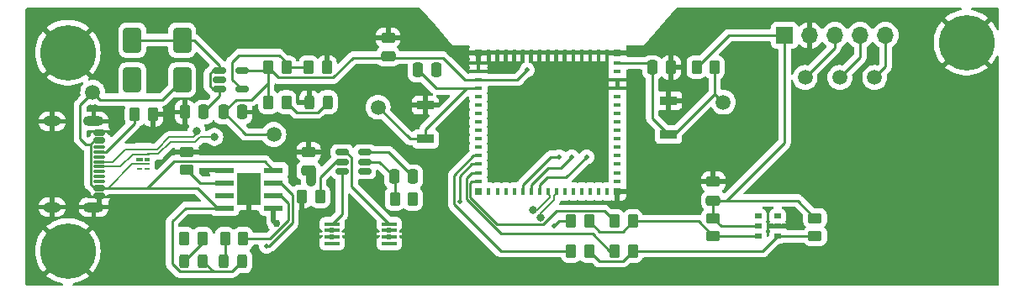
<source format=gtl>
%TF.GenerationSoftware,KiCad,Pcbnew,8.0.8*%
%TF.CreationDate,2025-04-24T21:45:02+02:00*%
%TF.ProjectId,LD2420_Radar_ESP32,4c443234-3230-45f5-9261-6461725f4553,rev?*%
%TF.SameCoordinates,Original*%
%TF.FileFunction,Copper,L1,Top*%
%TF.FilePolarity,Positive*%
%FSLAX46Y46*%
G04 Gerber Fmt 4.6, Leading zero omitted, Abs format (unit mm)*
G04 Created by KiCad (PCBNEW 8.0.8) date 2025-04-24 21:45:02*
%MOMM*%
%LPD*%
G01*
G04 APERTURE LIST*
G04 Aperture macros list*
%AMRoundRect*
0 Rectangle with rounded corners*
0 $1 Rounding radius*
0 $2 $3 $4 $5 $6 $7 $8 $9 X,Y pos of 4 corners*
0 Add a 4 corners polygon primitive as box body*
4,1,4,$2,$3,$4,$5,$6,$7,$8,$9,$2,$3,0*
0 Add four circle primitives for the rounded corners*
1,1,$1+$1,$2,$3*
1,1,$1+$1,$4,$5*
1,1,$1+$1,$6,$7*
1,1,$1+$1,$8,$9*
0 Add four rect primitives between the rounded corners*
20,1,$1+$1,$2,$3,$4,$5,0*
20,1,$1+$1,$4,$5,$6,$7,0*
20,1,$1+$1,$6,$7,$8,$9,0*
20,1,$1+$1,$8,$9,$2,$3,0*%
%AMFreePoly0*
4,1,6,0.600000,-0.600000,-0.600000,-0.600000,-0.600000,0.000000,0.000000,0.600000,0.600000,0.600000,0.600000,-0.600000,0.600000,-0.600000,$1*%
G04 Aperture macros list end*
%TA.AperFunction,SMDPad,CuDef*%
%ADD10RoundRect,0.250000X0.475000X-0.250000X0.475000X0.250000X-0.475000X0.250000X-0.475000X-0.250000X0*%
%TD*%
%TA.AperFunction,SMDPad,CuDef*%
%ADD11R,1.700000X0.900000*%
%TD*%
%TA.AperFunction,SMDPad,CuDef*%
%ADD12RoundRect,0.250000X-0.262500X-0.450000X0.262500X-0.450000X0.262500X0.450000X-0.262500X0.450000X0*%
%TD*%
%TA.AperFunction,SMDPad,CuDef*%
%ADD13C,1.500000*%
%TD*%
%TA.AperFunction,SMDPad,CuDef*%
%ADD14RoundRect,0.150000X-0.512500X-0.150000X0.512500X-0.150000X0.512500X0.150000X-0.512500X0.150000X0*%
%TD*%
%TA.AperFunction,SMDPad,CuDef*%
%ADD15RoundRect,0.250000X0.262500X0.450000X-0.262500X0.450000X-0.262500X-0.450000X0.262500X-0.450000X0*%
%TD*%
%TA.AperFunction,SMDPad,CuDef*%
%ADD16RoundRect,0.250000X-0.250000X-0.475000X0.250000X-0.475000X0.250000X0.475000X-0.250000X0.475000X0*%
%TD*%
%TA.AperFunction,SMDPad,CuDef*%
%ADD17RoundRect,0.243750X-0.243750X-0.456250X0.243750X-0.456250X0.243750X0.456250X-0.243750X0.456250X0*%
%TD*%
%TA.AperFunction,SMDPad,CuDef*%
%ADD18R,1.970000X0.600000*%
%TD*%
%TA.AperFunction,SMDPad,CuDef*%
%ADD19R,2.413000X3.302000*%
%TD*%
%TA.AperFunction,ComponentPad*%
%ADD20C,3.600000*%
%TD*%
%TA.AperFunction,ConnectorPad*%
%ADD21C,5.600000*%
%TD*%
%TA.AperFunction,SMDPad,CuDef*%
%ADD22RoundRect,0.250000X-0.475000X0.250000X-0.475000X-0.250000X0.475000X-0.250000X0.475000X0.250000X0*%
%TD*%
%TA.AperFunction,SMDPad,CuDef*%
%ADD23RoundRect,0.250000X-0.450000X0.262500X-0.450000X-0.262500X0.450000X-0.262500X0.450000X0.262500X0*%
%TD*%
%TA.AperFunction,SMDPad,CuDef*%
%ADD24RoundRect,0.150000X-0.425000X0.150000X-0.425000X-0.150000X0.425000X-0.150000X0.425000X0.150000X0*%
%TD*%
%TA.AperFunction,SMDPad,CuDef*%
%ADD25RoundRect,0.075000X-0.500000X0.075000X-0.500000X-0.075000X0.500000X-0.075000X0.500000X0.075000X0*%
%TD*%
%TA.AperFunction,HeatsinkPad*%
%ADD26O,2.100000X1.000000*%
%TD*%
%TA.AperFunction,HeatsinkPad*%
%ADD27O,1.800000X1.000000*%
%TD*%
%TA.AperFunction,SMDPad,CuDef*%
%ADD28RoundRect,0.250000X0.450000X-0.262500X0.450000X0.262500X-0.450000X0.262500X-0.450000X-0.262500X0*%
%TD*%
%TA.AperFunction,SMDPad,CuDef*%
%ADD29R,0.625000X0.250000*%
%TD*%
%TA.AperFunction,SMDPad,CuDef*%
%ADD30R,0.700000X0.450000*%
%TD*%
%TA.AperFunction,SMDPad,CuDef*%
%ADD31R,0.575000X0.450000*%
%TD*%
%TA.AperFunction,SMDPad,CuDef*%
%ADD32RoundRect,0.250000X-0.650000X1.000000X-0.650000X-1.000000X0.650000X-1.000000X0.650000X1.000000X0*%
%TD*%
%TA.AperFunction,ComponentPad*%
%ADD33R,1.700000X1.700000*%
%TD*%
%TA.AperFunction,ComponentPad*%
%ADD34O,1.700000X1.700000*%
%TD*%
%TA.AperFunction,SMDPad,CuDef*%
%ADD35R,0.800000X0.400000*%
%TD*%
%TA.AperFunction,SMDPad,CuDef*%
%ADD36R,0.400000X0.800000*%
%TD*%
%TA.AperFunction,SMDPad,CuDef*%
%ADD37FreePoly0,0.000000*%
%TD*%
%TA.AperFunction,SMDPad,CuDef*%
%ADD38R,1.200000X1.200000*%
%TD*%
%TA.AperFunction,SMDPad,CuDef*%
%ADD39R,0.800000X0.800000*%
%TD*%
%TA.AperFunction,SMDPad,CuDef*%
%ADD40RoundRect,0.050000X0.730000X0.150000X-0.730000X0.150000X-0.730000X-0.150000X0.730000X-0.150000X0*%
%TD*%
%TA.AperFunction,SMDPad,CuDef*%
%ADD41RoundRect,0.250000X0.250000X0.475000X-0.250000X0.475000X-0.250000X-0.475000X0.250000X-0.475000X0*%
%TD*%
%TA.AperFunction,SMDPad,CuDef*%
%ADD42RoundRect,0.066250X-0.288750X-0.198750X0.288750X-0.198750X0.288750X0.198750X-0.288750X0.198750X0*%
%TD*%
%TA.AperFunction,ViaPad*%
%ADD43C,0.800000*%
%TD*%
%TA.AperFunction,ViaPad*%
%ADD44C,0.500000*%
%TD*%
%TA.AperFunction,ViaPad*%
%ADD45C,0.450000*%
%TD*%
%TA.AperFunction,ViaPad*%
%ADD46C,0.600000*%
%TD*%
%TA.AperFunction,ViaPad*%
%ADD47C,0.350000*%
%TD*%
%TA.AperFunction,ViaPad*%
%ADD48C,0.750000*%
%TD*%
%TA.AperFunction,Conductor*%
%ADD49C,0.250000*%
%TD*%
%TA.AperFunction,Conductor*%
%ADD50C,0.500000*%
%TD*%
%TA.AperFunction,Conductor*%
%ADD51C,1.000000*%
%TD*%
%TA.AperFunction,Conductor*%
%ADD52C,0.200000*%
%TD*%
%TA.AperFunction,Conductor*%
%ADD53C,0.100000*%
%TD*%
%ADD54C,0.350000*%
%ADD55C,0.300000*%
%ADD56C,0.200000*%
%ADD57O,1.700000X0.600000*%
%ADD58O,1.400000X0.600000*%
G04 APERTURE END LIST*
D10*
%TO.P,C8,1*%
%TO.N,+3.3V*%
X163750000Y-103150000D03*
%TO.P,C8,2*%
%TO.N,GND*%
X163750000Y-101250000D03*
%TD*%
D11*
%TO.P,RESET1,1,1*%
%TO.N,GND*%
X192000000Y-107600000D03*
%TO.P,RESET1,2,2*%
%TO.N,Net-(U1-EN)*%
X192000000Y-111000000D03*
%TD*%
D12*
%TO.P,R2,1*%
%TO.N,Net-(USB_C1-CC)*%
X138250000Y-109000000D03*
%TO.P,R2,2*%
%TO.N,GND*%
X140075000Y-109000000D03*
%TD*%
%TO.P,R1,1*%
%TO.N,+3.3V*%
X194817500Y-104220000D03*
%TO.P,R1,2*%
%TO.N,Net-(U1-EN)*%
X196642500Y-104220000D03*
%TD*%
D13*
%TO.P,RESET2,1,1*%
%TO.N,Net-(U1-EN)*%
X197500000Y-107750000D03*
%TD*%
D14*
%TO.P,U3,1,IN*%
%TO.N,Net-(D5-K)*%
X146787500Y-104550000D03*
%TO.P,U3,2,GND*%
%TO.N,GND*%
X146787500Y-105500000D03*
%TO.P,U3,3,EN*%
%TO.N,Net-(D5-K)*%
X146787500Y-106450000D03*
%TO.P,U3,4,FB*%
%TO.N,Net-(U3-FB)*%
X149062500Y-106450000D03*
%TO.P,U3,5,OUT*%
%TO.N,+3.3V*%
X149062500Y-104550000D03*
%TD*%
D15*
%TO.P,R13,1*%
%TO.N,Net-(D2-K)*%
X145075000Y-121500000D03*
%TO.P,R13,2*%
%TO.N,CHRG_LED*%
X143250000Y-121500000D03*
%TD*%
D16*
%TO.P,C6,1*%
%TO.N,Net-(U6-VCC)*%
X164350000Y-115250000D03*
%TO.P,C6,2*%
%TO.N,Net-(U6-GND)*%
X166250000Y-115250000D03*
%TD*%
D13*
%TO.P,RX1,1,1*%
%TO.N,LD2420_RX*%
X209250000Y-105250000D03*
%TD*%
%TO.P,BOOT1,1,1*%
%TO.N,Net-(U1-GPIO0{slash}BOOT)*%
X162750000Y-108250000D03*
%TD*%
D17*
%TO.P,D1,1,K*%
%TO.N,GND*%
X155800000Y-107750000D03*
%TO.P,D1,2,A*%
%TO.N,Net-(D1-A)*%
X157675000Y-107750000D03*
%TD*%
D15*
%TO.P,R15,1*%
%TO.N,Net-(U6-CS)*%
X156912500Y-117250000D03*
%TO.P,R15,2*%
%TO.N,GND*%
X155087500Y-117250000D03*
%TD*%
D12*
%TO.P,R3,1*%
%TO.N,+3.3V*%
X151675000Y-104250000D03*
%TO.P,R3,2*%
%TO.N,Net-(U3-FB)*%
X153500000Y-104250000D03*
%TD*%
D11*
%TO.P,BOOT2,1,1*%
%TO.N,Net-(U1-GPIO0{slash}BOOT)*%
X167500000Y-111450000D03*
%TO.P,BOOT2,2,2*%
%TO.N,GND*%
X167500000Y-108050000D03*
%TD*%
D12*
%TO.P,R6,1*%
%TO.N,Net-(U1-GPIO8{slash}TOUCH8{slash}ADC1_CH7{slash}SUBSPICS1)*%
X182175000Y-122750000D03*
%TO.P,R6,2*%
%TO.N,SDA*%
X184000000Y-122750000D03*
%TD*%
D18*
%TO.P,U5,1,TEMP*%
%TO.N,GND*%
X147275000Y-114595000D03*
%TO.P,U5,2,PROG*%
%TO.N,Net-(U5-PROG)*%
X147275000Y-115865000D03*
%TO.P,U5,3,GND*%
%TO.N,GND*%
X147275000Y-117135000D03*
%TO.P,U5,4,VCC*%
%TO.N,VBUS*%
X147275000Y-118405000D03*
%TO.P,U5,5,BAT*%
%TO.N,VBATT*%
X152225000Y-118405000D03*
%TO.P,U5,6,~{STDBY}*%
%TO.N,STDBY_LED*%
X152225000Y-117135000D03*
%TO.P,U5,7,~{CHRG}*%
%TO.N,CHRG_LED*%
X152225000Y-115865000D03*
%TO.P,U5,8,CE*%
%TO.N,VBUS*%
X152225000Y-114595000D03*
D19*
%TO.P,U5,9,EXP*%
%TO.N,GND*%
X149750000Y-116500000D03*
%TD*%
D20*
%TO.P,H2,1,1*%
%TO.N,GND*%
X222000000Y-101750000D03*
D21*
X222000000Y-101750000D03*
%TD*%
D20*
%TO.P,H1,1,1*%
%TO.N,GND*%
X131500000Y-102750000D03*
D21*
X131500000Y-102750000D03*
%TD*%
D22*
%TO.P,C7,1*%
%TO.N,GND*%
X155750000Y-112750000D03*
%TO.P,C7,2*%
%TO.N,VBATT*%
X155750000Y-114650000D03*
%TD*%
D23*
%TO.P,R8,1*%
%TO.N,+3.3V*%
X196500000Y-119425000D03*
%TO.P,R8,2*%
%TO.N,SCL*%
X196500000Y-121250000D03*
%TD*%
D12*
%TO.P,R4,1*%
%TO.N,Net-(U3-FB)*%
X155750000Y-104250000D03*
%TO.P,R4,2*%
%TO.N,GND*%
X157575000Y-104250000D03*
%TD*%
D24*
%TO.P,USB_C1,A1,GND*%
%TO.N,GND*%
X134680000Y-110800000D03*
%TO.P,USB_C1,A4,VBUS*%
%TO.N,VBUS*%
X134680000Y-111600000D03*
D25*
%TO.P,USB_C1,A5,CC*%
%TO.N,Net-(USB_C1-CC)*%
X134680000Y-112750000D03*
%TO.P,USB_C1,A6,D+*%
%TO.N,USB_D+*%
X134680000Y-113750000D03*
%TO.P,USB_C1,A7,D-*%
%TO.N,USB_D-*%
X134680000Y-114250000D03*
%TO.P,USB_C1,A8*%
%TO.N,N/C*%
X134680000Y-115250000D03*
D24*
%TO.P,USB_C1,A9,VBUS*%
%TO.N,VBUS*%
X134680000Y-116400000D03*
%TO.P,USB_C1,A12,GND*%
%TO.N,GND*%
X134680000Y-117200000D03*
%TO.P,USB_C1,B1,GND*%
X134680000Y-117200000D03*
%TO.P,USB_C1,B4,VBUS*%
%TO.N,VBUS*%
X134680000Y-116400000D03*
D25*
%TO.P,USB_C1,B5,VCONN*%
%TO.N,unconnected-(USB_C1-VCONN-PadB5)*%
X134680000Y-115750000D03*
%TO.P,USB_C1,B6*%
%TO.N,N/C*%
X134680000Y-114750000D03*
%TO.P,USB_C1,B7*%
X134680000Y-113250000D03*
%TO.P,USB_C1,B8*%
X134680000Y-112250000D03*
D24*
%TO.P,USB_C1,B9,VBUS*%
%TO.N,VBUS*%
X134680000Y-111600000D03*
%TO.P,USB_C1,B12,GND*%
%TO.N,GND*%
X134680000Y-110800000D03*
D26*
%TO.P,USB_C1,S1,SHIELD*%
X134105000Y-109680000D03*
D27*
X129925000Y-109680000D03*
D26*
X134105000Y-118320000D03*
D27*
X129925000Y-118320000D03*
%TD*%
D28*
%TO.P,R12,1*%
%TO.N,Net-(U5-PROG)*%
X143500000Y-114575000D03*
%TO.P,R12,2*%
%TO.N,GND*%
X143500000Y-112750000D03*
%TD*%
D17*
%TO.P,D3,1,K*%
%TO.N,Net-(D3-K)*%
X147200000Y-123790000D03*
%TO.P,D3,2,A*%
%TO.N,VBUS*%
X149075000Y-123790000D03*
%TD*%
D14*
%TO.P,U6,1,OD*%
%TO.N,Net-(U6-OD)*%
X159112500Y-112800000D03*
%TO.P,U6,2,CS*%
%TO.N,Net-(U6-CS)*%
X159112500Y-113750000D03*
%TO.P,U6,3,OC*%
%TO.N,Net-(U6-OC)*%
X159112500Y-114700000D03*
%TO.P,U6,4,TD*%
%TO.N,unconnected-(U6-TD-Pad4)*%
X161387500Y-114700000D03*
%TO.P,U6,5,VCC*%
%TO.N,Net-(U6-VCC)*%
X161387500Y-113750000D03*
%TO.P,U6,6,GND*%
%TO.N,Net-(U6-GND)*%
X161387500Y-112800000D03*
%TD*%
D20*
%TO.P,H3,1,1*%
%TO.N,GND*%
X131500000Y-122750000D03*
D21*
X131500000Y-122750000D03*
%TD*%
D13*
%TO.P,TX1,1,1*%
%TO.N,LD2420_TX*%
X205750000Y-105250000D03*
%TD*%
D29*
%TO.P,U2,1*%
%TO.N,USB_D+*%
X138700000Y-112500000D03*
%TO.P,U2,2*%
%TO.N,USB_D-*%
X138700000Y-113000000D03*
D30*
%TO.P,U2,3,VSS*%
%TO.N,GND*%
X138737500Y-113500000D03*
D29*
%TO.P,U2,4*%
%TO.N,VBUS*%
X138700000Y-114000000D03*
%TO.P,U2,5*%
%TO.N,unconnected-(U2-Pad5)*%
X138700000Y-114500000D03*
%TO.P,U2,6,NC*%
%TO.N,unconnected-(U2-NC-Pad6)*%
X139475000Y-114500000D03*
%TO.P,U2,7,NC*%
%TO.N,VBUS*%
X139475000Y-114000000D03*
D31*
%TO.P,U2,8,VSS*%
%TO.N,GND*%
X139500000Y-113500000D03*
D29*
%TO.P,U2,9,NC*%
%TO.N,USB_D-*%
X139475000Y-113000000D03*
%TO.P,U2,10,NC*%
%TO.N,USB_D+*%
X139475000Y-112500000D03*
%TD*%
D32*
%TO.P,D5,1,K*%
%TO.N,Net-(D5-K)*%
X143000000Y-101500000D03*
%TO.P,D5,2,A*%
%TO.N,VBUS*%
X143000000Y-105500000D03*
%TD*%
D13*
%TO.P,VBUS1,1,1*%
%TO.N,VBUS*%
X134000000Y-106750000D03*
%TD*%
D17*
%TO.P,D2,1,K*%
%TO.N,Net-(D2-K)*%
X143200000Y-123750000D03*
%TO.P,D2,2,A*%
%TO.N,VBUS*%
X145075000Y-123750000D03*
%TD*%
D33*
%TO.P,LD2420,1,Pin_1*%
%TO.N,+3.3V*%
X203675000Y-101000000D03*
D34*
%TO.P,LD2420,2,Pin_2*%
%TO.N,GND*%
X206215000Y-101000000D03*
%TO.P,LD2420,3,Pin_3*%
%TO.N,LD2420_TX*%
X208755000Y-101000000D03*
%TO.P,LD2420,4,Pin_4*%
%TO.N,LD2420_RX*%
X211295000Y-101000000D03*
%TO.P,LD2420,5,Pin_5*%
%TO.N,LD2420_DETECTION_PIN*%
X213835000Y-101000000D03*
%TD*%
D23*
%TO.P,R9,1*%
%TO.N,+3.3V*%
X206750000Y-119425000D03*
%TO.P,R9,2*%
%TO.N,SDA*%
X206750000Y-121250000D03*
%TD*%
D16*
%TO.P,C4,1*%
%TO.N,+3.3V*%
X147175000Y-108750000D03*
%TO.P,C4,2*%
%TO.N,GND*%
X149075000Y-108750000D03*
%TD*%
D15*
%TO.P,R16,1*%
%TO.N,VBATT*%
X166250000Y-117500000D03*
%TO.P,R16,2*%
%TO.N,Net-(U6-VCC)*%
X164425000Y-117500000D03*
%TD*%
D35*
%TO.P,U1,1,GND*%
%TO.N,GND*%
X172850000Y-103800000D03*
%TO.P,U1,2,GND*%
X172850000Y-104650000D03*
%TO.P,U1,3,3V3*%
%TO.N,+3.3V*%
X172850000Y-105500000D03*
%TO.P,U1,4,GPIO0/BOOT*%
%TO.N,Net-(U1-GPIO0{slash}BOOT)*%
X172850000Y-106350000D03*
%TO.P,U1,5,GPIO1/TOUCH1/ADC1_CH0*%
%TO.N,unconnected-(U1-GPIO1{slash}TOUCH1{slash}ADC1_CH0-Pad5)*%
X172850000Y-107200000D03*
%TO.P,U1,6,GPIO2/TOUCH2/ADC1_CH1*%
%TO.N,unconnected-(U1-GPIO2{slash}TOUCH2{slash}ADC1_CH1-Pad6)*%
X172850000Y-108050000D03*
%TO.P,U1,7,GPIO3/TOUCH3/ADC1_CH2*%
%TO.N,unconnected-(U1-GPIO3{slash}TOUCH3{slash}ADC1_CH2-Pad7)*%
X172850000Y-108900000D03*
%TO.P,U1,8,GPIO4/TOUCH4/ADC1_CH3*%
%TO.N,unconnected-(U1-GPIO4{slash}TOUCH4{slash}ADC1_CH3-Pad8)*%
X172850000Y-109750000D03*
%TO.P,U1,9,GPIO5/TOUCH5/ADC1_CH4*%
%TO.N,unconnected-(U1-GPIO5{slash}TOUCH5{slash}ADC1_CH4-Pad9)*%
X172850000Y-110600000D03*
%TO.P,U1,10,GPIO6/TOUCH6/ADC1_CH5*%
%TO.N,unconnected-(U1-GPIO6{slash}TOUCH6{slash}ADC1_CH5-Pad10)*%
X172850000Y-111450000D03*
%TO.P,U1,11,GPIO7/TOUCH7/ADC1_CH6*%
%TO.N,unconnected-(U1-GPIO7{slash}TOUCH7{slash}ADC1_CH6-Pad11)*%
X172850000Y-112300000D03*
%TO.P,U1,12,GPIO8/TOUCH8/ADC1_CH7/SUBSPICS1*%
%TO.N,Net-(U1-GPIO8{slash}TOUCH8{slash}ADC1_CH7{slash}SUBSPICS1)*%
X172850000Y-113150000D03*
%TO.P,U1,13,GPIO9/TOUCH9/ADC1_CH8/FSPIHD/SUBSPIHD*%
%TO.N,Net-(U1-GPIO9{slash}TOUCH9{slash}ADC1_CH8{slash}FSPIHD{slash}SUBSPIHD)*%
X172850000Y-114000000D03*
%TO.P,U1,14,GPIO10/TOUCH10/ADC1_CH9/FSPICS0/FSPIIO4/SUBSPICS0*%
%TO.N,Net-(U1-GPIO10{slash}TOUCH10{slash}ADC1_CH9{slash}FSPICS0{slash}FSPIIO4{slash}SUBSPICS0)*%
X172850000Y-114850000D03*
%TO.P,U1,15,GPIO11/TOUCH11/ADC2_CH0/FSPID/FSPIIO5/SUBSPID*%
%TO.N,Net-(U1-GPIO11{slash}TOUCH11{slash}ADC2_CH0{slash}FSPID{slash}FSPIIO5{slash}SUBSPID)*%
X172850000Y-115700000D03*
D36*
%TO.P,U1,16,GPIO12/TOUCH12/ADC2_CH1/FSPICLK/FSPIIO6/SUBSPICLK*%
%TO.N,unconnected-(U1-GPIO12{slash}TOUCH12{slash}ADC2_CH1{slash}FSPICLK{slash}FSPIIO6{slash}SUBSPICLK-Pad16)*%
X173900000Y-116750000D03*
%TO.P,U1,17,GPIO13/TOUCH13/ADC2_CH2/FSPIQ/FSPIIO7/SUBSPIQ*%
%TO.N,unconnected-(U1-GPIO13{slash}TOUCH13{slash}ADC2_CH2{slash}FSPIQ{slash}FSPIIO7{slash}SUBSPIQ-Pad17)*%
X174750000Y-116750000D03*
%TO.P,U1,18,GPIO14/TOUCH14/ADC2_CH3/FSPIWP/FSPIDQS/SUBSPIWP*%
%TO.N,unconnected-(U1-GPIO14{slash}TOUCH14{slash}ADC2_CH3{slash}FSPIWP{slash}FSPIDQS{slash}SUBSPIWP-Pad18)*%
X175600000Y-116750000D03*
%TO.P,U1,19,GPIO15/U0RTS/ADC2_CH4/XTAL_32K_P*%
%TO.N,unconnected-(U1-GPIO15{slash}U0RTS{slash}ADC2_CH4{slash}XTAL_32K_P-Pad19)*%
X176450000Y-116750000D03*
%TO.P,U1,20,GPIO16/U0CTS/ADC2_CH5/XTAL_32K_N*%
%TO.N,LD2420_DETECTION_PIN*%
X177300000Y-116750000D03*
%TO.P,U1,21,GPIO17/U1TXD/ADC2_CH6*%
%TO.N,LD2420_RX*%
X178150000Y-116750000D03*
%TO.P,U1,22,GPIO18/U1RXD/ADC2_CH7/CLK_OUT3*%
%TO.N,LD2420_TX*%
X179000000Y-116750000D03*
%TO.P,U1,23,GPIO19/U1RTS/ADC2_CH8/CLK_OUT2/USB_D-*%
%TO.N,USB_D-*%
X179850000Y-116750000D03*
%TO.P,U1,24,GPIO20/U1CTS/ADC2_CH9/CLK_OUT1/USB_D+*%
%TO.N,USB_D+*%
X180700000Y-116750000D03*
%TO.P,U1,25,GPIO21*%
%TO.N,unconnected-(U1-GPIO21-Pad25)*%
X181550000Y-116750000D03*
%TO.P,U1,26,GPIO26*%
%TO.N,unconnected-(U1-GPIO26-Pad26)*%
X182400000Y-116750000D03*
%TO.P,U1,27,GPIO47/SPICLK_P/SUBSPICLK_P_DIFF*%
%TO.N,unconnected-(U1-GPIO47{slash}SPICLK_P{slash}SUBSPICLK_P_DIFF-Pad27)*%
X183250000Y-116750000D03*
%TO.P,U1,28,SPIIO4/GPIO33/FSPIHD/SUBSPIHD*%
%TO.N,unconnected-(U1-SPIIO4{slash}GPIO33{slash}FSPIHD{slash}SUBSPIHD-Pad28)*%
X184100000Y-116750000D03*
%TO.P,U1,29,SPIIO5/GPIO34/FSPICS0/SUBSPICS0*%
%TO.N,unconnected-(U1-SPIIO5{slash}GPIO34{slash}FSPICS0{slash}SUBSPICS0-Pad29)*%
X184950000Y-116750000D03*
%TO.P,U1,30,GPIO48/SPICLK_N/SUBSPICLK_N_DIFF*%
%TO.N,unconnected-(U1-GPIO48{slash}SPICLK_N{slash}SUBSPICLK_N_DIFF-Pad30)*%
X185800000Y-116750000D03*
D35*
%TO.P,U1,31,SPIIO6/GPIO35/FSPID/SUBSPID*%
%TO.N,unconnected-(U1-SPIIO6{slash}GPIO35{slash}FSPID{slash}SUBSPID-Pad31)*%
X186850000Y-115700000D03*
%TO.P,U1,32,SPIIO7/GPIO36/FSPICLK/SUBSPICLK*%
%TO.N,unconnected-(U1-SPIIO7{slash}GPIO36{slash}FSPICLK{slash}SUBSPICLK-Pad32)*%
X186850000Y-114850000D03*
%TO.P,U1,33,SPIDQS/GPIO37/FSPIQ/SUBSPIQ*%
%TO.N,unconnected-(U1-SPIDQS{slash}GPIO37{slash}FSPIQ{slash}SUBSPIQ-Pad33)*%
X186850000Y-114000000D03*
%TO.P,U1,34,GPIO38/FSPIWP/SUBSPIWP*%
%TO.N,unconnected-(U1-GPIO38{slash}FSPIWP{slash}SUBSPIWP-Pad34)*%
X186850000Y-113150000D03*
%TO.P,U1,35,MTCK/GPIO39/CLK_OUT3/SUBSPICS1*%
%TO.N,unconnected-(U1-MTCK{slash}GPIO39{slash}CLK_OUT3{slash}SUBSPICS1-Pad35)*%
X186850000Y-112300000D03*
%TO.P,U1,36,MTDO/GPIO40/CLK_OUT2*%
%TO.N,unconnected-(U1-MTDO{slash}GPIO40{slash}CLK_OUT2-Pad36)*%
X186850000Y-111450000D03*
%TO.P,U1,37,MTDI/GPIO41/CLK_OUT1*%
%TO.N,unconnected-(U1-MTDI{slash}GPIO41{slash}CLK_OUT1-Pad37)*%
X186850000Y-110600000D03*
%TO.P,U1,38,MTMS/GPIO42*%
%TO.N,unconnected-(U1-MTMS{slash}GPIO42-Pad38)*%
X186850000Y-109750000D03*
%TO.P,U1,39,U0TXD/GPIO43/CLK_OUT1*%
%TO.N,unconnected-(U1-U0TXD{slash}GPIO43{slash}CLK_OUT1-Pad39)*%
X186850000Y-108900000D03*
%TO.P,U1,40,U0RXD/GPIO44/CLK_OUT2*%
%TO.N,unconnected-(U1-U0RXD{slash}GPIO44{slash}CLK_OUT2-Pad40)*%
X186850000Y-108050000D03*
%TO.P,U1,41,GPIO45*%
%TO.N,unconnected-(U1-GPIO45-Pad41)*%
X186850000Y-107200000D03*
%TO.P,U1,42,GND*%
%TO.N,GND*%
X186850000Y-106350000D03*
%TO.P,U1,43,GND*%
X186850000Y-105500000D03*
%TO.P,U1,44,GPIO46*%
%TO.N,unconnected-(U1-GPIO46-Pad44)*%
X186850000Y-104650000D03*
%TO.P,U1,45,EN*%
%TO.N,Net-(U1-EN)*%
X186850000Y-103800000D03*
D36*
%TO.P,U1,46,GND*%
%TO.N,GND*%
X185800000Y-102750000D03*
%TO.P,U1,47,GND*%
X184950000Y-102750000D03*
%TO.P,U1,48,GND*%
X184100000Y-102750000D03*
%TO.P,U1,49,GND*%
X183250000Y-102750000D03*
%TO.P,U1,50,GND*%
X182400000Y-102750000D03*
%TO.P,U1,51,GND*%
X181550000Y-102750000D03*
%TO.P,U1,52,GND*%
X180700000Y-102750000D03*
%TO.P,U1,53,GND*%
X179850000Y-102750000D03*
%TO.P,U1,54,GND*%
X179000000Y-102750000D03*
%TO.P,U1,55,GND*%
X178150000Y-102750000D03*
%TO.P,U1,56,GND*%
X177300000Y-102750000D03*
%TO.P,U1,57,GND*%
X176450000Y-102750000D03*
%TO.P,U1,58,GND*%
X175600000Y-102750000D03*
%TO.P,U1,59,GND*%
X174750000Y-102750000D03*
%TO.P,U1,60,GND*%
X173900000Y-102750000D03*
D37*
%TO.P,U1,61,GND*%
X178200000Y-108100000D03*
D38*
X178200000Y-109750000D03*
X178200000Y-111400000D03*
X179850000Y-108100000D03*
X179850000Y-109750000D03*
X179850000Y-111400000D03*
X181500000Y-108100000D03*
X181500000Y-109750000D03*
X181500000Y-111400000D03*
D39*
%TO.P,U1,62,GND*%
X172850000Y-102750000D03*
%TO.P,U1,63,GND*%
X172850000Y-116750000D03*
%TO.P,U1,64,GND*%
X186850000Y-116750000D03*
%TO.P,U1,65,GND*%
X186850000Y-102750000D03*
%TD*%
D32*
%TO.P,D6,1,K*%
%TO.N,Net-(D5-K)*%
X138000000Y-101500000D03*
%TO.P,D6,2,A*%
%TO.N,VBATT*%
X138000000Y-105500000D03*
%TD*%
D15*
%TO.P,R14,1*%
%TO.N,STDBY_LED*%
X149150000Y-121500000D03*
%TO.P,R14,2*%
%TO.N,Net-(D3-K)*%
X147325000Y-121500000D03*
%TD*%
D16*
%TO.P,C2,1*%
%TO.N,Net-(U1-GPIO0{slash}BOOT)*%
X166750000Y-104500000D03*
%TO.P,C2,2*%
%TO.N,GND*%
X168650000Y-104500000D03*
%TD*%
D40*
%TO.P,Q1,1*%
%TO.N,unconnected-(Q1-Pad1)_1*%
X163880000Y-121975000D03*
%TO.P,Q1,2*%
%TO.N,GND*%
X163880000Y-121325000D03*
%TO.P,Q1,3*%
X163880000Y-120675000D03*
%TO.P,Q1,4*%
%TO.N,Net-(U6-OD)*%
X163880000Y-120025000D03*
%TO.P,Q1,5*%
%TO.N,Net-(U6-OC)*%
X158120000Y-120025000D03*
%TO.P,Q1,6*%
%TO.N,GND*%
X158120000Y-120675000D03*
%TO.P,Q1,7*%
X158120000Y-121325000D03*
%TO.P,Q1,8*%
%TO.N,unconnected-(Q1-Pad1)*%
X158120000Y-121975000D03*
%TD*%
D16*
%TO.P,C1,1*%
%TO.N,Net-(U1-EN)*%
X190350000Y-104250000D03*
%TO.P,C1,2*%
%TO.N,GND*%
X192250000Y-104250000D03*
%TD*%
D12*
%TO.P,R7,1*%
%TO.N,Net-(U1-GPIO9{slash}TOUCH9{slash}ADC1_CH8{slash}FSPIHD{slash}SUBSPIHD)*%
X182175000Y-119750000D03*
%TO.P,R7,2*%
%TO.N,SCL*%
X184000000Y-119750000D03*
%TD*%
%TO.P,R5,1*%
%TO.N,+3.3V*%
X151675000Y-107750000D03*
%TO.P,R5,2*%
%TO.N,Net-(D1-A)*%
X153500000Y-107750000D03*
%TD*%
%TO.P,R11,1*%
%TO.N,Net-(U1-GPIO11{slash}TOUCH11{slash}ADC2_CH0{slash}FSPID{slash}FSPIIO5{slash}SUBSPID)*%
X186585000Y-119750000D03*
%TO.P,R11,2*%
%TO.N,SCL*%
X188410000Y-119750000D03*
%TD*%
D41*
%TO.P,C3,1*%
%TO.N,Net-(D5-K)*%
X145175000Y-108750000D03*
%TO.P,C3,2*%
%TO.N,GND*%
X143275000Y-108750000D03*
%TD*%
D42*
%TO.P,U4,1,NC*%
%TO.N,unconnected-(U4-NC-Pad1)*%
X201015000Y-119250000D03*
%TO.P,U4,2,VDD*%
%TO.N,+3.3V*%
X201015000Y-120250000D03*
%TO.P,U4,3,SCL*%
%TO.N,SCL*%
X201015000Y-121250000D03*
%TO.P,U4,4,SDA*%
%TO.N,SDA*%
X202985000Y-121250000D03*
%TO.P,U4,5,GND*%
%TO.N,GND*%
X202985000Y-120250000D03*
%TO.P,U4,6,NC*%
%TO.N,unconnected-(U4-NC-Pad6)*%
X202985000Y-119250000D03*
%TD*%
D12*
%TO.P,R10,1*%
%TO.N,Net-(U1-GPIO10{slash}TOUCH10{slash}ADC1_CH9{slash}FSPICS0{slash}FSPIIO4{slash}SUBSPICS0)*%
X186585000Y-122750000D03*
%TO.P,R10,2*%
%TO.N,SDA*%
X188410000Y-122750000D03*
%TD*%
D13*
%TO.P,D4,1,1*%
%TO.N,LD2420_DETECTION_PIN*%
X212750000Y-105250000D03*
%TD*%
%TO.P,3.3V1,1,1*%
%TO.N,+3.3V*%
X152250000Y-111000000D03*
%TD*%
D10*
%TO.P,C5,1*%
%TO.N,+3.3V*%
X196500000Y-117650000D03*
%TO.P,C5,2*%
%TO.N,GND*%
X196500000Y-115750000D03*
%TD*%
D43*
%TO.N,GND*%
X168650000Y-104500000D03*
D44*
%TO.N,+3.3V*%
X177750000Y-104500000D03*
D45*
%TO.N,GND*%
X197250000Y-112250000D03*
X222250000Y-107250000D03*
D44*
X147275000Y-117135000D03*
D45*
X192250000Y-117250000D03*
X172250000Y-123250000D03*
X175250000Y-111250000D03*
X164250000Y-106250000D03*
X139250000Y-122250000D03*
X155250000Y-123250000D03*
X136250000Y-122250000D03*
X184250000Y-111250000D03*
X170250000Y-111250000D03*
X158250000Y-101250000D03*
X208250000Y-116250000D03*
X184250000Y-106250000D03*
X216250000Y-123250000D03*
X156250000Y-110250000D03*
X160250000Y-122250000D03*
X207250000Y-123250000D03*
X211250000Y-116250000D03*
D43*
X149075000Y-108750000D03*
D45*
X160250000Y-107250000D03*
X192250000Y-113250000D03*
X132250000Y-114250000D03*
X211250000Y-117250000D03*
X156250000Y-102250000D03*
X220250000Y-123250000D03*
X221250000Y-109250000D03*
X148250000Y-101250000D03*
X211250000Y-113250000D03*
X215250000Y-119250000D03*
D43*
X149750000Y-116500000D03*
D46*
X158120000Y-120675000D03*
D45*
X184250000Y-108250000D03*
X200250000Y-110250000D03*
X209250000Y-115250000D03*
X176250000Y-112250000D03*
X168250000Y-123250000D03*
X162250000Y-111250000D03*
X200250000Y-106250000D03*
X157250000Y-110250000D03*
X146787500Y-105500000D03*
X208250000Y-114250000D03*
X152250000Y-101250000D03*
X212250000Y-110250000D03*
X191250000Y-118250000D03*
X208250000Y-117250000D03*
D47*
X139500000Y-113500000D03*
D45*
X213250000Y-112250000D03*
X210250000Y-115250000D03*
X218250000Y-106250000D03*
X161250000Y-123250000D03*
X221250000Y-107250000D03*
X160250000Y-108250000D03*
X130250000Y-115250000D03*
X222250000Y-108250000D03*
X161250000Y-111250000D03*
X157250000Y-102250000D03*
X211250000Y-123250000D03*
X210250000Y-118250000D03*
X199250000Y-111250000D03*
D47*
X138750000Y-113500000D03*
D45*
X193250000Y-101250000D03*
X160250000Y-110250000D03*
X166250000Y-123250000D03*
X222250000Y-109250000D03*
X162250000Y-105250000D03*
X154250000Y-110250000D03*
X163250000Y-105250000D03*
X213250000Y-113250000D03*
X213250000Y-116250000D03*
X131250000Y-112250000D03*
X155250000Y-101250000D03*
X155250000Y-122250000D03*
X137250000Y-122250000D03*
X179250000Y-106250000D03*
X140250000Y-104250000D03*
X176250000Y-109250000D03*
X211250000Y-111250000D03*
X219250000Y-123250000D03*
X138250000Y-123250000D03*
X167250000Y-123250000D03*
X131250000Y-107250000D03*
X201250000Y-107250000D03*
X211250000Y-118250000D03*
X222250000Y-123250000D03*
X216250000Y-101250000D03*
X176250000Y-108250000D03*
X190250000Y-113250000D03*
X209250000Y-123250000D03*
X191250000Y-117250000D03*
X212250000Y-118250000D03*
X163250000Y-106250000D03*
X209250000Y-116250000D03*
X212250000Y-116250000D03*
X218250000Y-109250000D03*
X211250000Y-112250000D03*
X216250000Y-103250000D03*
X190250000Y-118250000D03*
X217250000Y-123250000D03*
X200250000Y-107250000D03*
X198250000Y-113250000D03*
X215250000Y-109250000D03*
X137250000Y-123250000D03*
X194250000Y-117250000D03*
X197250000Y-113250000D03*
X189250000Y-117250000D03*
X206250000Y-116250000D03*
X199250000Y-110250000D03*
X207250000Y-115250000D03*
X194250000Y-101250000D03*
X156250000Y-101250000D03*
X209250000Y-119250000D03*
X184250000Y-110250000D03*
X198250000Y-110250000D03*
X151250000Y-101250000D03*
X193250000Y-113250000D03*
X212250000Y-123250000D03*
X220250000Y-107250000D03*
X175250000Y-110250000D03*
X166250000Y-101250000D03*
X212250000Y-114250000D03*
X131250000Y-116250000D03*
X213250000Y-123250000D03*
X160250000Y-109250000D03*
X175250000Y-112250000D03*
X140250000Y-122250000D03*
X131250000Y-115250000D03*
X198250000Y-111250000D03*
X191250000Y-113250000D03*
X213250000Y-115250000D03*
X136250000Y-123250000D03*
X201250000Y-108250000D03*
X175250000Y-108250000D03*
X219250000Y-108250000D03*
X202250000Y-110250000D03*
X212250000Y-112250000D03*
X130250000Y-107250000D03*
X182250000Y-106250000D03*
X193250000Y-117250000D03*
X209250000Y-117250000D03*
X160250000Y-111250000D03*
X220250000Y-108250000D03*
X176250000Y-107250000D03*
X169250000Y-123250000D03*
X213250000Y-111250000D03*
X196250000Y-112250000D03*
X212250000Y-115250000D03*
X202250000Y-109250000D03*
X210250000Y-112250000D03*
X175250000Y-109250000D03*
X216250000Y-109250000D03*
X160250000Y-121250000D03*
X197250000Y-110250000D03*
X217250000Y-119250000D03*
X211250000Y-119250000D03*
X215250000Y-123250000D03*
X193250000Y-102250000D03*
X212250000Y-119250000D03*
X155250000Y-102250000D03*
X217250000Y-101250000D03*
X218250000Y-123250000D03*
X217250000Y-102250000D03*
D46*
X163880000Y-121325000D03*
D45*
X210250000Y-123250000D03*
X197250000Y-111250000D03*
X221250000Y-106250000D03*
X130250000Y-116250000D03*
D46*
X158120000Y-121325000D03*
D45*
X210250000Y-117250000D03*
X210250000Y-113250000D03*
X195250000Y-112250000D03*
X201250000Y-110250000D03*
X189250000Y-112250000D03*
X131250000Y-113250000D03*
X155250000Y-110250000D03*
X149250000Y-101250000D03*
X202250000Y-107250000D03*
X220250000Y-109250000D03*
X194250000Y-113250000D03*
X202250000Y-106250000D03*
X139250000Y-123250000D03*
X219250000Y-107250000D03*
X206250000Y-123250000D03*
X159250000Y-110250000D03*
X201250000Y-106250000D03*
X140250000Y-123250000D03*
X161250000Y-106250000D03*
X218250000Y-107250000D03*
X210250000Y-119250000D03*
X213250000Y-109250000D03*
X213250000Y-117250000D03*
X192250000Y-118250000D03*
X213250000Y-110250000D03*
X163250000Y-101250000D03*
X159250000Y-101250000D03*
X216250000Y-119250000D03*
X160250000Y-123250000D03*
X212250000Y-111250000D03*
X200250000Y-111250000D03*
X184250000Y-107250000D03*
X159250000Y-111250000D03*
X132250000Y-115250000D03*
X158250000Y-110250000D03*
X218250000Y-108250000D03*
X165250000Y-101250000D03*
X180250000Y-106250000D03*
X161250000Y-101250000D03*
X216250000Y-102250000D03*
X181250000Y-106250000D03*
X213250000Y-118250000D03*
X161250000Y-121250000D03*
X192250000Y-102250000D03*
X164250000Y-105250000D03*
D46*
X163880000Y-120675000D03*
D45*
X154250000Y-123250000D03*
X211250000Y-114250000D03*
X165250000Y-107250000D03*
X162250000Y-101250000D03*
X213250000Y-119250000D03*
X207250000Y-116250000D03*
X162250000Y-106250000D03*
X176250000Y-110250000D03*
X199250000Y-112250000D03*
X210250000Y-116250000D03*
X138250000Y-122250000D03*
X214250000Y-119250000D03*
X196250000Y-111250000D03*
X189250000Y-113250000D03*
X217250000Y-109250000D03*
X193250000Y-118250000D03*
X195250000Y-113250000D03*
X184250000Y-109250000D03*
X176250000Y-111250000D03*
X210250000Y-114250000D03*
X130250000Y-114250000D03*
X221250000Y-123250000D03*
X161250000Y-122250000D03*
X190250000Y-117250000D03*
X209250000Y-113250000D03*
X217250000Y-103250000D03*
X183250000Y-106250000D03*
X211250000Y-115250000D03*
X208250000Y-115250000D03*
X220250000Y-106250000D03*
X212250000Y-117250000D03*
X213250000Y-114250000D03*
X215250000Y-103250000D03*
X202250000Y-108250000D03*
X161250000Y-110250000D03*
X212250000Y-113250000D03*
X131250000Y-114250000D03*
X205250000Y-107250000D03*
X208250000Y-123250000D03*
X219250000Y-109250000D03*
X158250000Y-111250000D03*
X130250000Y-113250000D03*
X214250000Y-109250000D03*
X201250000Y-109250000D03*
X166250000Y-122250000D03*
X175250000Y-107250000D03*
X198250000Y-112250000D03*
X222250000Y-106250000D03*
X140250000Y-103250000D03*
X200250000Y-108250000D03*
X209250000Y-114250000D03*
X170250000Y-123250000D03*
X130250000Y-112250000D03*
X214250000Y-123250000D03*
X205250000Y-123250000D03*
X221250000Y-108250000D03*
X164250000Y-101250000D03*
X154250000Y-101250000D03*
X200250000Y-109250000D03*
X209250000Y-118250000D03*
X171250000Y-123250000D03*
X150250000Y-101250000D03*
X219250000Y-106250000D03*
X196250000Y-113250000D03*
X153250000Y-101250000D03*
X194250000Y-118250000D03*
D44*
X147275000Y-114595000D03*
D45*
X157250000Y-101250000D03*
X160250000Y-101250000D03*
D44*
%TO.N,VBATT*%
X156000000Y-115750000D03*
D48*
X166250000Y-117500000D03*
X138000000Y-105500000D03*
X152500000Y-120000000D03*
D44*
%TO.N,LD2420_DETECTION_PIN*%
X181000000Y-113250000D03*
%TO.N,LD2420_RX*%
X182250000Y-113250000D03*
%TO.N,LD2420_TX*%
X183750000Y-113250000D03*
%TO.N,Net-(U1-GPIO9{slash}TOUCH9{slash}ADC1_CH8{slash}FSPIHD{slash}SUBSPIHD)*%
X180500000Y-120250000D03*
X171000000Y-117750000D03*
D43*
%TO.N,USB_D+*%
X179121232Y-119371232D03*
X144461240Y-110650981D03*
%TO.N,USB_D-*%
X178378768Y-118628768D03*
X146250000Y-111250000D03*
D44*
%TO.N,CHRG_LED*%
X143250000Y-121500000D03*
X151500000Y-122250000D03*
%TD*%
D49*
%TO.N,+3.3V*%
X172850000Y-105500000D02*
X171500000Y-105500000D01*
X152700000Y-105275000D02*
X151675000Y-104250000D01*
X169250000Y-103250000D02*
X160250000Y-103250000D01*
X171500000Y-105500000D02*
X169250000Y-103250000D01*
X158225000Y-105275000D02*
X152700000Y-105275000D01*
X160250000Y-103250000D02*
X158225000Y-105275000D01*
X196500000Y-119425000D02*
X197325000Y-120250000D01*
X150000000Y-107500000D02*
X151675000Y-105825000D01*
X198037500Y-101000000D02*
X203675000Y-101000000D01*
X197325000Y-120250000D02*
X201015000Y-120250000D01*
X196500000Y-117650000D02*
X196500000Y-119425000D01*
X151675000Y-105250000D02*
X151675000Y-104250000D01*
X147175000Y-108750000D02*
X148425000Y-107500000D01*
X204975000Y-117650000D02*
X196500000Y-117650000D01*
X203675000Y-111825000D02*
X203675000Y-101000000D01*
X148425000Y-107500000D02*
X150000000Y-107500000D01*
X151375000Y-104550000D02*
X151675000Y-104250000D01*
X149425000Y-111000000D02*
X152250000Y-111000000D01*
X147175000Y-108750000D02*
X149425000Y-111000000D01*
X151675000Y-105825000D02*
X151675000Y-105250000D01*
X176750000Y-105500000D02*
X177750000Y-104500000D01*
X206750000Y-119425000D02*
X204975000Y-117650000D01*
X194817500Y-104220000D02*
X198037500Y-101000000D01*
X196500000Y-117650000D02*
X197850000Y-117650000D01*
X151675000Y-107750000D02*
X151675000Y-105250000D01*
X149062500Y-104550000D02*
X151375000Y-104550000D01*
X197850000Y-117650000D02*
X203675000Y-111825000D01*
X172850000Y-105500000D02*
X176750000Y-105500000D01*
%TO.N,GND*%
X155087500Y-117112501D02*
X155087500Y-117250000D01*
D50*
%TO.N,VBATT*%
X152225000Y-119725000D02*
X152500000Y-120000000D01*
X152225000Y-118405000D02*
X152225000Y-119725000D01*
D51*
X156000000Y-115750000D02*
X156000000Y-114900000D01*
D49*
X156000000Y-114900000D02*
X155750000Y-114650000D01*
D52*
%TO.N,VBUS*%
X138700000Y-114000000D02*
X139475000Y-114000000D01*
D49*
X152225000Y-114595000D02*
X151367500Y-113737500D01*
X151367500Y-113737500D02*
X142162500Y-113737500D01*
X142000000Y-119750000D02*
X142000000Y-124061088D01*
X134187236Y-116400000D02*
X134680000Y-116400000D01*
X134187236Y-111600000D02*
X133780000Y-112007236D01*
X144585000Y-116400000D02*
X139500000Y-116400000D01*
X142753912Y-124815000D02*
X146140000Y-124815000D01*
D52*
X138000000Y-114000000D02*
X135600000Y-116400000D01*
D49*
X146140000Y-124815000D02*
X145075000Y-123750000D01*
X141000000Y-107500000D02*
X134750000Y-107500000D01*
X132730000Y-108020000D02*
X132730000Y-111450000D01*
D53*
X135066698Y-116400000D02*
X134680000Y-116400000D01*
D49*
X142162500Y-113737500D02*
X139500000Y-116400000D01*
X134750000Y-107500000D02*
X134000000Y-106750000D01*
X133780000Y-115992764D02*
X134187236Y-116400000D01*
X146590000Y-118405000D02*
X144585000Y-116400000D01*
D52*
X138700000Y-114000000D02*
X138000000Y-114000000D01*
D49*
X134680000Y-111600000D02*
X134187236Y-111600000D01*
X133780000Y-112007236D02*
X133780000Y-115992764D01*
X149075000Y-123790000D02*
X148050000Y-124815000D01*
X133287236Y-112007236D02*
X133780000Y-112007236D01*
X143000000Y-105500000D02*
X141000000Y-107500000D01*
X139500000Y-116400000D02*
X134680000Y-116400000D01*
X148050000Y-124815000D02*
X146140000Y-124815000D01*
X142000000Y-124061088D02*
X142753912Y-124815000D01*
X143345000Y-118405000D02*
X142000000Y-119750000D01*
X147275000Y-118405000D02*
X146590000Y-118405000D01*
X132730000Y-111450000D02*
X133287236Y-112007236D01*
D52*
X135600000Y-116400000D02*
X134680000Y-116400000D01*
D49*
X147275000Y-118405000D02*
X143345000Y-118405000D01*
X134000000Y-106750000D02*
X132730000Y-108020000D01*
%TO.N,Net-(U1-GPIO0{slash}BOOT)*%
X171650000Y-106350000D02*
X172850000Y-106350000D01*
X168600000Y-106350000D02*
X171650000Y-106350000D01*
X165950000Y-111450000D02*
X162750000Y-108250000D01*
X167500000Y-111450000D02*
X167500000Y-110500000D01*
X167500000Y-111450000D02*
X165950000Y-111450000D01*
X167500000Y-110500000D02*
X171650000Y-106350000D01*
X166750000Y-104500000D02*
X168600000Y-106350000D01*
%TO.N,Net-(U1-EN)*%
X192000000Y-111000000D02*
X192535000Y-111000000D01*
X189900000Y-103800000D02*
X186850000Y-103800000D01*
X190350000Y-104250000D02*
X189900000Y-103800000D01*
X196642500Y-106892500D02*
X197500000Y-107750000D01*
X196642500Y-104220000D02*
X196642500Y-106892500D01*
X190350000Y-109350000D02*
X192000000Y-111000000D01*
X192535000Y-111000000D02*
X196642500Y-106892500D01*
X190350000Y-104250000D02*
X190350000Y-109350000D01*
%TO.N,Net-(D1-A)*%
X156650000Y-108775000D02*
X154525000Y-108775000D01*
X157675000Y-107750000D02*
X156650000Y-108775000D01*
X154525000Y-108775000D02*
X153500000Y-107750000D01*
%TO.N,Net-(U6-GND)*%
X161387500Y-112800000D02*
X163800000Y-112800000D01*
X163800000Y-112800000D02*
X166250000Y-115250000D01*
%TO.N,LD2420_DETECTION_PIN*%
X213835000Y-104165000D02*
X213835000Y-101000000D01*
X181000000Y-113250000D02*
X180150000Y-113250000D01*
X212750000Y-105250000D02*
X213835000Y-104165000D01*
X177300000Y-116100000D02*
X177300000Y-116750000D01*
X180150000Y-113250000D02*
X177300000Y-116100000D01*
%TO.N,LD2420_RX*%
X178150000Y-116100000D02*
X178150000Y-116750000D01*
X179895000Y-114355000D02*
X178150000Y-116100000D01*
X209250000Y-105250000D02*
X211295000Y-103205000D01*
X181145000Y-114355000D02*
X179895000Y-114355000D01*
X211295000Y-103205000D02*
X211295000Y-101000000D01*
X182250000Y-113250000D02*
X181145000Y-114355000D01*
%TO.N,LD2420_TX*%
X179000000Y-116100000D02*
X179000000Y-116750000D01*
X208755000Y-102245000D02*
X208755000Y-101000000D01*
X183750000Y-113250000D02*
X181645000Y-115355000D01*
X181645000Y-115355000D02*
X179745000Y-115355000D01*
X179745000Y-115355000D02*
X179000000Y-116100000D01*
X205750000Y-105250000D02*
X208755000Y-102245000D01*
%TO.N,Net-(U3-FB)*%
X149062500Y-106450000D02*
X148075000Y-105462500D01*
X148750000Y-103000000D02*
X152750000Y-103000000D01*
X152750000Y-103000000D02*
X153500000Y-103750000D01*
X153500000Y-103750000D02*
X153500000Y-104250000D01*
X153500000Y-104250000D02*
X155750000Y-104250000D01*
X148075000Y-105462500D02*
X148075000Y-103675000D01*
X148075000Y-103675000D02*
X148750000Y-103000000D01*
%TO.N,SDA*%
X185025000Y-123775000D02*
X187385000Y-123775000D01*
X187385000Y-123775000D02*
X188410000Y-122750000D01*
X188410000Y-122750000D02*
X201485000Y-122750000D01*
X184000000Y-122750000D02*
X185025000Y-123775000D01*
X201485000Y-122750000D02*
X202985000Y-121250000D01*
X206750000Y-121250000D02*
X202985000Y-121250000D01*
%TO.N,Net-(U1-GPIO8{slash}TOUCH8{slash}ADC1_CH7{slash}SUBSPICS1)*%
X172350000Y-113150000D02*
X172850000Y-113150000D01*
X175144400Y-122750000D02*
X170395000Y-118000600D01*
X182175000Y-122750000D02*
X175144400Y-122750000D01*
X170395000Y-115105000D02*
X172350000Y-113150000D01*
X170395000Y-118000600D02*
X170395000Y-115105000D01*
%TO.N,Net-(U1-GPIO9{slash}TOUCH9{slash}ADC1_CH8{slash}FSPIHD{slash}SUBSPIHD)*%
X181000000Y-119750000D02*
X180500000Y-120250000D01*
X171000000Y-117750000D02*
X171000000Y-115200000D01*
X182175000Y-119750000D02*
X181000000Y-119750000D01*
X172200000Y-114000000D02*
X172850000Y-114000000D01*
X171000000Y-115200000D02*
X172200000Y-114000000D01*
%TO.N,SCL*%
X187385000Y-120775000D02*
X188410000Y-119750000D01*
X184000000Y-119750000D02*
X185025000Y-120775000D01*
X201015000Y-121250000D02*
X196500000Y-121250000D01*
X185025000Y-120775000D02*
X187385000Y-120775000D01*
X195000000Y-119750000D02*
X196500000Y-121250000D01*
X188410000Y-119750000D02*
X195000000Y-119750000D01*
%TO.N,Net-(U1-GPIO10{slash}TOUCH10{slash}ADC1_CH9{slash}FSPICS0{slash}FSPIIO4{slash}SUBSPICS0)*%
X171623000Y-115427000D02*
X172200000Y-114850000D01*
X186072500Y-122750000D02*
X184322500Y-121000000D01*
X186585000Y-122750000D02*
X186072500Y-122750000D01*
X184322500Y-121000000D02*
X175116841Y-121000000D01*
X171623000Y-117506159D02*
X171623000Y-115427000D01*
X175116841Y-121000000D02*
X171623000Y-117506159D01*
X172200000Y-114850000D02*
X172850000Y-114850000D01*
%TO.N,Net-(U1-GPIO11{slash}TOUCH11{slash}ADC2_CH0{slash}FSPID{slash}FSPIIO5{slash}SUBSPID)*%
X172200000Y-115700000D02*
X172850000Y-115700000D01*
X174676232Y-120026232D02*
X172000000Y-117350000D01*
X180693774Y-118725000D02*
X179392542Y-120026232D01*
X179392542Y-120026232D02*
X174676232Y-120026232D01*
X172000000Y-115900000D02*
X172200000Y-115700000D01*
X172000000Y-117350000D02*
X172000000Y-115900000D01*
X186585000Y-119750000D02*
X185560000Y-118725000D01*
X185560000Y-118725000D02*
X180693774Y-118725000D01*
D52*
%TO.N,USB_D+*%
X180700000Y-116750000D02*
X180700000Y-116950000D01*
X144461240Y-110931801D02*
X144461240Y-110650981D01*
X141725000Y-111275000D02*
X143644513Y-111275000D01*
X180500000Y-117568199D02*
X179121232Y-118946967D01*
X144118041Y-111275000D02*
X144461240Y-110931801D01*
X144084906Y-111275000D02*
X144118041Y-111275000D01*
X134680000Y-113750000D02*
X136000000Y-113750000D01*
X137250000Y-112500000D02*
X138700000Y-112500000D01*
X136000000Y-113750000D02*
X137250000Y-112500000D01*
X140500000Y-112500000D02*
X141725000Y-111275000D01*
X139475000Y-112500000D02*
X140500000Y-112500000D01*
X180500000Y-117150000D02*
X180500000Y-117568199D01*
X138700000Y-112500000D02*
X139475000Y-112500000D01*
X180700000Y-116950000D02*
X180500000Y-117150000D01*
X179121232Y-118946967D02*
X179121232Y-119371232D01*
X143644513Y-111275000D02*
X144084906Y-111275000D01*
%TO.N,USB_D-*%
X138062500Y-113000000D02*
X138250000Y-113000000D01*
X144304439Y-111725000D02*
X144172985Y-111725000D01*
X180050000Y-117381801D02*
X178803033Y-118628768D01*
X138700000Y-113000000D02*
X139475000Y-113000000D01*
X146250000Y-111250000D02*
X144779439Y-111250000D01*
X138700000Y-113000000D02*
X138250000Y-113000000D01*
X144779439Y-111250000D02*
X144304439Y-111725000D01*
X140598200Y-112970000D02*
X139505000Y-112970000D01*
X179850000Y-116950000D02*
X180050000Y-117150000D01*
X178803033Y-118628768D02*
X178378768Y-118628768D01*
X179850000Y-116750000D02*
X179850000Y-116950000D01*
X141843200Y-111725000D02*
X140598200Y-112970000D01*
X144172985Y-111725000D02*
X143336238Y-111725000D01*
X143336238Y-111725000D02*
X141843200Y-111725000D01*
X180050000Y-117150000D02*
X180050000Y-117381801D01*
X134680000Y-114250000D02*
X136812500Y-114250000D01*
X136812500Y-114250000D02*
X138062500Y-113000000D01*
D49*
%TO.N,Net-(USB_C1-CC)*%
X134680000Y-112750000D02*
X135322764Y-112750000D01*
X138175000Y-109897764D02*
X138175000Y-108750000D01*
X135322764Y-112750000D02*
X138175000Y-109897764D01*
%TO.N,Net-(D2-K)*%
X143200000Y-123750000D02*
X145075000Y-121875000D01*
X145075000Y-121875000D02*
X145075000Y-121500000D01*
%TO.N,Net-(D3-K)*%
X147325000Y-123665000D02*
X147200000Y-123790000D01*
X147325000Y-121500000D02*
X147325000Y-123665000D01*
%TO.N,Net-(U6-VCC)*%
X164425000Y-115325000D02*
X164350000Y-115250000D01*
X164425000Y-117500000D02*
X164425000Y-115325000D01*
X161387500Y-113750000D02*
X162850000Y-113750000D01*
X162850000Y-113750000D02*
X164350000Y-115250000D01*
%TO.N,Net-(U5-PROG)*%
X143500000Y-114575000D02*
X144790000Y-115865000D01*
X144790000Y-115865000D02*
X147275000Y-115865000D01*
%TO.N,CHRG_LED*%
X152225000Y-115865000D02*
X152910000Y-115865000D01*
X154127000Y-119873000D02*
X151750000Y-122250000D01*
X152910000Y-115865000D02*
X154127000Y-117082000D01*
X151750000Y-122250000D02*
X151500000Y-122250000D01*
X154127000Y-117082000D02*
X154127000Y-119873000D01*
%TO.N,STDBY_LED*%
X153750000Y-119605600D02*
X151855600Y-121500000D01*
X151855600Y-121500000D02*
X149150000Y-121500000D01*
X153750000Y-117975000D02*
X153750000Y-119605600D01*
X152225000Y-117135000D02*
X152910000Y-117135000D01*
X152910000Y-117135000D02*
X153750000Y-117975000D01*
%TO.N,Net-(U6-CS)*%
X156912500Y-117250000D02*
X156912500Y-115287501D01*
X158450001Y-113750000D02*
X159112500Y-113750000D01*
X156912500Y-115287501D02*
X158450001Y-113750000D01*
%TO.N,Net-(U6-OD)*%
X159550000Y-112800000D02*
X159112500Y-112800000D01*
X160100000Y-113350000D02*
X159550000Y-112800000D01*
X163880000Y-120025000D02*
X160100000Y-116245000D01*
X160100000Y-116245000D02*
X160100000Y-113350000D01*
%TO.N,Net-(U6-OC)*%
X158120000Y-120025000D02*
X159112500Y-119032500D01*
X159112500Y-119032500D02*
X159112500Y-114700000D01*
%TO.N,Net-(D5-K)*%
X146787500Y-106450000D02*
X146125001Y-106450000D01*
X146787500Y-104037500D02*
X146787500Y-104550000D01*
X146787500Y-107137500D02*
X146787500Y-106450000D01*
X145175000Y-108750000D02*
X146787500Y-107137500D01*
X145800000Y-106124999D02*
X145800000Y-104875001D01*
X138000000Y-101500000D02*
X143000000Y-101500000D01*
X146125001Y-104550000D02*
X146787500Y-104550000D01*
X144250000Y-101500000D02*
X146787500Y-104037500D01*
X145500000Y-108750000D02*
X145175000Y-108750000D01*
X146125001Y-106450000D02*
X145800000Y-106124999D01*
X143000000Y-101500000D02*
X144250000Y-101500000D01*
X145800000Y-104875001D02*
X146125001Y-104550000D01*
%TD*%
%TA.AperFunction,Conductor*%
%TO.N,GND*%
G36*
X202531737Y-118295185D02*
G01*
X202577492Y-118347989D01*
X202587436Y-118417147D01*
X202558411Y-118480703D01*
X202512151Y-118514061D01*
X202410428Y-118556195D01*
X202292039Y-118647039D01*
X202201194Y-118765430D01*
X202144089Y-118903295D01*
X202144087Y-118903300D01*
X202129500Y-119014106D01*
X202129500Y-119485895D01*
X202144085Y-119596692D01*
X202144088Y-119596701D01*
X202182068Y-119688394D01*
X202188201Y-119703199D01*
X202195670Y-119772669D01*
X202188201Y-119798104D01*
X202144576Y-119903425D01*
X202144575Y-119903429D01*
X202131860Y-120000000D01*
X202533241Y-120000000D01*
X202549426Y-120001061D01*
X202599947Y-120007711D01*
X202659107Y-120015500D01*
X203310892Y-120015499D01*
X203310895Y-120015499D01*
X203420575Y-120001061D01*
X203436758Y-120000000D01*
X203838137Y-120000000D01*
X203838137Y-119999999D01*
X203825424Y-119903429D01*
X203781798Y-119798106D01*
X203774329Y-119728637D01*
X203781795Y-119703206D01*
X203825912Y-119596701D01*
X203840500Y-119485893D01*
X203840499Y-119014108D01*
X203840499Y-119014106D01*
X203840499Y-119014104D01*
X203825914Y-118903307D01*
X203825912Y-118903300D01*
X203825912Y-118903299D01*
X203768805Y-118765430D01*
X203677961Y-118647039D01*
X203599826Y-118587084D01*
X203559571Y-118556195D01*
X203457849Y-118514061D01*
X203403446Y-118470220D01*
X203381381Y-118403926D01*
X203398660Y-118336227D01*
X203449797Y-118288616D01*
X203505302Y-118275500D01*
X204664548Y-118275500D01*
X204731587Y-118295185D01*
X204752229Y-118311819D01*
X205513181Y-119072771D01*
X205546666Y-119134094D01*
X205549500Y-119160452D01*
X205549500Y-119737501D01*
X205549501Y-119737519D01*
X205560000Y-119840296D01*
X205560001Y-119840299D01*
X205615185Y-120006831D01*
X205615187Y-120006836D01*
X205620531Y-120015500D01*
X205690988Y-120129730D01*
X205707289Y-120156157D01*
X205800951Y-120249819D01*
X205834436Y-120311142D01*
X205829452Y-120380834D01*
X205800951Y-120425181D01*
X205707289Y-120518842D01*
X205704061Y-120524076D01*
X205686831Y-120552011D01*
X205678451Y-120565597D01*
X205626503Y-120612321D01*
X205572912Y-120624500D01*
X203963143Y-120624500D01*
X203896104Y-120604815D01*
X203850349Y-120552011D01*
X203843464Y-120506072D01*
X203838140Y-120500000D01*
X203436759Y-120500000D01*
X203420574Y-120498939D01*
X203310903Y-120484501D01*
X203310898Y-120484500D01*
X203310893Y-120484500D01*
X203310886Y-120484500D01*
X202659104Y-120484500D01*
X202549425Y-120498939D01*
X202533242Y-120500000D01*
X202131862Y-120500000D01*
X202144575Y-120596572D01*
X202188201Y-120701895D01*
X202195670Y-120771364D01*
X202188201Y-120796799D01*
X202144089Y-120903295D01*
X202144087Y-120903300D01*
X202131358Y-120999991D01*
X202129501Y-121014104D01*
X202129500Y-121014113D01*
X202129500Y-121169546D01*
X202109815Y-121236585D01*
X202093181Y-121257227D01*
X202082180Y-121268228D01*
X202020857Y-121301713D01*
X201951165Y-121296729D01*
X201895232Y-121254857D01*
X201870815Y-121189393D01*
X201870499Y-121180547D01*
X201870499Y-121014104D01*
X201855914Y-120903307D01*
X201855912Y-120903300D01*
X201855912Y-120903299D01*
X201812068Y-120797451D01*
X201804600Y-120727983D01*
X201812069Y-120702547D01*
X201812339Y-120701895D01*
X201855912Y-120596701D01*
X201870500Y-120485893D01*
X201870499Y-120014108D01*
X201870499Y-120014107D01*
X201870499Y-120014104D01*
X201855914Y-119903307D01*
X201855912Y-119903302D01*
X201855912Y-119903299D01*
X201812068Y-119797451D01*
X201804600Y-119727983D01*
X201812069Y-119702547D01*
X201855912Y-119596701D01*
X201870500Y-119485893D01*
X201870499Y-119014108D01*
X201870499Y-119014106D01*
X201870499Y-119014104D01*
X201855914Y-118903307D01*
X201855912Y-118903300D01*
X201855912Y-118903299D01*
X201798805Y-118765430D01*
X201707961Y-118647039D01*
X201629826Y-118587084D01*
X201589571Y-118556195D01*
X201487849Y-118514061D01*
X201433446Y-118470220D01*
X201411381Y-118403926D01*
X201428660Y-118336227D01*
X201479797Y-118288616D01*
X201535302Y-118275500D01*
X202464698Y-118275500D01*
X202531737Y-118295185D01*
G37*
%TD.AperFunction*%
%TA.AperFunction,Conductor*%
G36*
X149943039Y-116519685D02*
G01*
X149988794Y-116572489D01*
X150000000Y-116624000D01*
X150000000Y-118651000D01*
X150617165Y-118651000D01*
X150684204Y-118670685D01*
X150729959Y-118723489D01*
X150740455Y-118761747D01*
X150745908Y-118812483D01*
X150796202Y-118947328D01*
X150796206Y-118947335D01*
X150882452Y-119062544D01*
X150882455Y-119062547D01*
X150997664Y-119148793D01*
X150997671Y-119148797D01*
X151028920Y-119160452D01*
X151132517Y-119199091D01*
X151192127Y-119205500D01*
X151350500Y-119205499D01*
X151417539Y-119225183D01*
X151463294Y-119277987D01*
X151474500Y-119329499D01*
X151474500Y-119798918D01*
X151474500Y-119798920D01*
X151474499Y-119798920D01*
X151503340Y-119943907D01*
X151503343Y-119943917D01*
X151559914Y-120080492D01*
X151592812Y-120129727D01*
X151592813Y-120129730D01*
X151639313Y-120199323D01*
X151654142Y-120229894D01*
X151695784Y-120358055D01*
X151695786Y-120358059D01*
X151787803Y-120517438D01*
X151791627Y-120522701D01*
X151790596Y-120523449D01*
X151817835Y-120580211D01*
X151809209Y-120649546D01*
X151783136Y-120687872D01*
X151632827Y-120838182D01*
X151571507Y-120871666D01*
X151545148Y-120874500D01*
X150234517Y-120874500D01*
X150167478Y-120854815D01*
X150121723Y-120802011D01*
X150116811Y-120789505D01*
X150113035Y-120778110D01*
X150097314Y-120730666D01*
X150005212Y-120581344D01*
X149881156Y-120457288D01*
X149748556Y-120375500D01*
X149731836Y-120365187D01*
X149731831Y-120365185D01*
X149710314Y-120358055D01*
X149565297Y-120310001D01*
X149565295Y-120310000D01*
X149462510Y-120299500D01*
X148837498Y-120299500D01*
X148837480Y-120299501D01*
X148734703Y-120310000D01*
X148734700Y-120310001D01*
X148568168Y-120365185D01*
X148568163Y-120365187D01*
X148418842Y-120457289D01*
X148325181Y-120550951D01*
X148263858Y-120584436D01*
X148194166Y-120579452D01*
X148149819Y-120550951D01*
X148056157Y-120457289D01*
X148056156Y-120457288D01*
X147923556Y-120375500D01*
X147906836Y-120365187D01*
X147906831Y-120365185D01*
X147885314Y-120358055D01*
X147740297Y-120310001D01*
X147740295Y-120310000D01*
X147637510Y-120299500D01*
X147012498Y-120299500D01*
X147012480Y-120299501D01*
X146909703Y-120310000D01*
X146909700Y-120310001D01*
X146743168Y-120365185D01*
X146743163Y-120365187D01*
X146593842Y-120457289D01*
X146469789Y-120581342D01*
X146377687Y-120730663D01*
X146377685Y-120730668D01*
X146322499Y-120897208D01*
X146321249Y-120903047D01*
X146287961Y-120964477D01*
X146226745Y-120998158D01*
X146157038Y-120993397D01*
X146100971Y-120951705D01*
X146078743Y-120903021D01*
X146077499Y-120897210D01*
X146077499Y-120897203D01*
X146022314Y-120730666D01*
X145930212Y-120581344D01*
X145806156Y-120457288D01*
X145673556Y-120375500D01*
X145656836Y-120365187D01*
X145656831Y-120365185D01*
X145635314Y-120358055D01*
X145490297Y-120310001D01*
X145490295Y-120310000D01*
X145387510Y-120299500D01*
X144762498Y-120299500D01*
X144762480Y-120299501D01*
X144659703Y-120310000D01*
X144659700Y-120310001D01*
X144493168Y-120365185D01*
X144493163Y-120365187D01*
X144343842Y-120457289D01*
X144250181Y-120550951D01*
X144188858Y-120584436D01*
X144119166Y-120579452D01*
X144074819Y-120550951D01*
X143981157Y-120457289D01*
X143981156Y-120457288D01*
X143848556Y-120375500D01*
X143831836Y-120365187D01*
X143831831Y-120365185D01*
X143810314Y-120358055D01*
X143665297Y-120310001D01*
X143665295Y-120310000D01*
X143562510Y-120299500D01*
X142937498Y-120299500D01*
X142937480Y-120299501D01*
X142834703Y-120310000D01*
X142834696Y-120310002D01*
X142788503Y-120325309D01*
X142718674Y-120327710D01*
X142658633Y-120291978D01*
X142627441Y-120229457D01*
X142625500Y-120207603D01*
X142625500Y-120060452D01*
X142645185Y-119993413D01*
X142661819Y-119972771D01*
X143567771Y-119066819D01*
X143629094Y-119033334D01*
X143655452Y-119030500D01*
X145849046Y-119030500D01*
X145916085Y-119050185D01*
X145925157Y-119057495D01*
X145925355Y-119057232D01*
X146047664Y-119148793D01*
X146047671Y-119148797D01*
X146182517Y-119199091D01*
X146182516Y-119199091D01*
X146189444Y-119199835D01*
X146242127Y-119205500D01*
X148307872Y-119205499D01*
X148367483Y-119199091D01*
X148502331Y-119148796D01*
X148617546Y-119062546D01*
X148703796Y-118947331D01*
X148754091Y-118812483D01*
X148759546Y-118761741D01*
X148786283Y-118697194D01*
X148843676Y-118657346D01*
X148882835Y-118651000D01*
X149500000Y-118651000D01*
X149500000Y-116624000D01*
X149519685Y-116556961D01*
X149572489Y-116511206D01*
X149624000Y-116500000D01*
X149876000Y-116500000D01*
X149943039Y-116519685D01*
G37*
%TD.AperFunction*%
%TA.AperFunction,Conductor*%
G36*
X147218039Y-114382685D02*
G01*
X147263794Y-114435489D01*
X147275000Y-114487000D01*
X147275000Y-114721000D01*
X147255315Y-114788039D01*
X147202511Y-114833794D01*
X147151000Y-114845000D01*
X145790000Y-114845000D01*
X145790000Y-114942844D01*
X145796401Y-115002372D01*
X145796402Y-115002376D01*
X145822433Y-115072166D01*
X145827417Y-115141857D01*
X145793933Y-115203181D01*
X145732610Y-115236666D01*
X145706251Y-115239500D01*
X145100453Y-115239500D01*
X145033414Y-115219815D01*
X145012772Y-115203181D01*
X144736818Y-114927228D01*
X144703333Y-114865905D01*
X144700499Y-114839555D01*
X144700499Y-114486999D01*
X144720184Y-114419961D01*
X144772988Y-114374206D01*
X144824499Y-114363000D01*
X147151000Y-114363000D01*
X147218039Y-114382685D01*
G37*
%TD.AperFunction*%
%TA.AperFunction,Conductor*%
G36*
X133745774Y-107976493D02*
G01*
X133782023Y-107986207D01*
X133937720Y-107999828D01*
X133999998Y-108005277D01*
X134000000Y-108005277D01*
X134000002Y-108005277D01*
X134030212Y-108002633D01*
X134217977Y-107986207D01*
X134229216Y-107983195D01*
X134259216Y-107975157D01*
X134329066Y-107976818D01*
X134360202Y-107991829D01*
X134453707Y-108054307D01*
X134453716Y-108054312D01*
X134474739Y-108063020D01*
X134567548Y-108101463D01*
X134627971Y-108113481D01*
X134688393Y-108125500D01*
X134688394Y-108125500D01*
X137165815Y-108125500D01*
X137232854Y-108145185D01*
X137278609Y-108197989D01*
X137288553Y-108267147D01*
X137283522Y-108288497D01*
X137247501Y-108397203D01*
X137247501Y-108397204D01*
X137247500Y-108397204D01*
X137237000Y-108499983D01*
X137237000Y-109500001D01*
X137237001Y-109500019D01*
X137247500Y-109602796D01*
X137247501Y-109602799D01*
X137302687Y-109769338D01*
X137302932Y-109769862D01*
X137302991Y-109770255D01*
X137304958Y-109776189D01*
X137303943Y-109776525D01*
X137313421Y-109838939D01*
X137284899Y-109902722D01*
X137278229Y-109909943D01*
X135936518Y-111251655D01*
X135875195Y-111285140D01*
X135805503Y-111280156D01*
X135749570Y-111238284D01*
X135725153Y-111172820D01*
X135729761Y-111129377D01*
X135752100Y-111052489D01*
X135752295Y-111050001D01*
X135752295Y-111050000D01*
X135676308Y-111050000D01*
X135609269Y-111030315D01*
X135588631Y-111013685D01*
X135506865Y-110931919D01*
X135365398Y-110848256D01*
X135365397Y-110848255D01*
X135365396Y-110848255D01*
X135365393Y-110848254D01*
X135207573Y-110802402D01*
X135207567Y-110802401D01*
X135170701Y-110799500D01*
X135170694Y-110799500D01*
X134189306Y-110799500D01*
X134189298Y-110799500D01*
X134152432Y-110802401D01*
X134152426Y-110802402D01*
X133994606Y-110848254D01*
X133994603Y-110848255D01*
X133853137Y-110931917D01*
X133853133Y-110931920D01*
X133812253Y-110972800D01*
X133771371Y-111013682D01*
X133710051Y-111047166D01*
X133683692Y-111050000D01*
X133607705Y-111050000D01*
X133607704Y-111050001D01*
X133607899Y-111052488D01*
X133633201Y-111139577D01*
X133633001Y-111209446D01*
X133595058Y-111268116D01*
X133531420Y-111296959D01*
X133462290Y-111286818D01*
X133426443Y-111261852D01*
X133391819Y-111227228D01*
X133358334Y-111165905D01*
X133355500Y-111139547D01*
X133355500Y-110804000D01*
X133375185Y-110736961D01*
X133427989Y-110691206D01*
X133473748Y-110681251D01*
X133475000Y-110680000D01*
X133475000Y-110674000D01*
X133494685Y-110606961D01*
X133547489Y-110561206D01*
X133599000Y-110550000D01*
X135752295Y-110550000D01*
X135752295Y-110549998D01*
X135752100Y-110547513D01*
X135706281Y-110389801D01*
X135622685Y-110248447D01*
X135622678Y-110248438D01*
X135595888Y-110221648D01*
X135562403Y-110160325D01*
X135567387Y-110090633D01*
X135569008Y-110086514D01*
X135616570Y-109971689D01*
X135624862Y-109930000D01*
X134821988Y-109930000D01*
X134839205Y-109920060D01*
X134895060Y-109864205D01*
X134934556Y-109795796D01*
X134955000Y-109719496D01*
X134955000Y-109640504D01*
X134934556Y-109564204D01*
X134895060Y-109495795D01*
X134839205Y-109439940D01*
X134821988Y-109430000D01*
X135624862Y-109430000D01*
X135616569Y-109388309D01*
X135616569Y-109388307D01*
X135541192Y-109206328D01*
X135541185Y-109206315D01*
X135431751Y-109042537D01*
X135431748Y-109042533D01*
X135292466Y-108903251D01*
X135292462Y-108903248D01*
X135128684Y-108793814D01*
X135128671Y-108793807D01*
X134946693Y-108718430D01*
X134946681Y-108718427D01*
X134753495Y-108680000D01*
X134355000Y-108680000D01*
X134355000Y-109380000D01*
X133855000Y-109380000D01*
X133855000Y-108680000D01*
X133479500Y-108680000D01*
X133412461Y-108660315D01*
X133366706Y-108607511D01*
X133355500Y-108556000D01*
X133355500Y-108330451D01*
X133375185Y-108263412D01*
X133391815Y-108242774D01*
X133626002Y-108008586D01*
X133687323Y-107975103D01*
X133745774Y-107976493D01*
G37*
%TD.AperFunction*%
%TA.AperFunction,Conductor*%
G36*
X206465000Y-102330633D02*
G01*
X206678483Y-102273433D01*
X206678492Y-102273429D01*
X206892578Y-102173600D01*
X207086082Y-102038105D01*
X207253105Y-101871082D01*
X207383119Y-101685405D01*
X207437696Y-101641781D01*
X207507195Y-101634588D01*
X207569549Y-101666110D01*
X207586269Y-101685405D01*
X207592824Y-101694767D01*
X207716505Y-101871401D01*
X207716506Y-101871402D01*
X207883593Y-102038490D01*
X207885047Y-102039710D01*
X207885512Y-102040409D01*
X207887427Y-102042324D01*
X207887042Y-102042708D01*
X207923751Y-102097880D01*
X207924861Y-102167741D01*
X207893025Y-102222383D01*
X206123997Y-103991411D01*
X206062674Y-104024896D01*
X206004223Y-104023505D01*
X205967977Y-104013793D01*
X205750002Y-103994723D01*
X205749998Y-103994723D01*
X205604682Y-104007436D01*
X205532023Y-104013793D01*
X205532020Y-104013793D01*
X205320677Y-104070422D01*
X205320668Y-104070426D01*
X205122361Y-104162898D01*
X205122357Y-104162900D01*
X204943121Y-104288402D01*
X204788402Y-104443121D01*
X204662900Y-104622357D01*
X204662898Y-104622361D01*
X204570426Y-104820668D01*
X204570422Y-104820677D01*
X204544275Y-104918262D01*
X204507910Y-104977923D01*
X204445063Y-105008452D01*
X204375687Y-105000157D01*
X204321810Y-104955672D01*
X204300535Y-104889120D01*
X204300500Y-104886169D01*
X204300500Y-102474499D01*
X204320185Y-102407460D01*
X204372989Y-102361705D01*
X204424500Y-102350499D01*
X204572871Y-102350499D01*
X204572872Y-102350499D01*
X204632483Y-102344091D01*
X204767331Y-102293796D01*
X204882546Y-102207546D01*
X204968796Y-102092331D01*
X204968801Y-102092319D01*
X204988874Y-102038498D01*
X205018002Y-101960401D01*
X205059872Y-101904468D01*
X205125337Y-101880050D01*
X205193610Y-101894901D01*
X205221865Y-101916053D01*
X205343917Y-102038105D01*
X205537421Y-102173600D01*
X205751507Y-102273429D01*
X205751516Y-102273433D01*
X205965000Y-102330634D01*
X205965000Y-101433012D01*
X206022007Y-101465925D01*
X206149174Y-101500000D01*
X206280826Y-101500000D01*
X206407993Y-101465925D01*
X206465000Y-101433012D01*
X206465000Y-102330633D01*
G37*
%TD.AperFunction*%
%TA.AperFunction,Conductor*%
G36*
X167010418Y-98269685D02*
G01*
X167037083Y-98292788D01*
X168529328Y-100014609D01*
X170249999Y-101999999D01*
X170250000Y-102000000D01*
X171868302Y-102000000D01*
X171935341Y-102019685D01*
X171981096Y-102072489D01*
X171991040Y-102141647D01*
X171984484Y-102167334D01*
X171956402Y-102242623D01*
X171956401Y-102242627D01*
X171950000Y-102302155D01*
X171950000Y-102500000D01*
X173778638Y-102500000D01*
X173845677Y-102519685D01*
X173866319Y-102536319D01*
X173880000Y-102550000D01*
X185820000Y-102550000D01*
X185833681Y-102536319D01*
X185895004Y-102502834D01*
X185921362Y-102500000D01*
X187750000Y-102500000D01*
X187750000Y-102302172D01*
X187749999Y-102302155D01*
X187743598Y-102242627D01*
X187743597Y-102242623D01*
X187715516Y-102167334D01*
X187710532Y-102097642D01*
X187744017Y-102036319D01*
X187805340Y-102002834D01*
X187831698Y-102000000D01*
X189500000Y-102000000D01*
X192712916Y-98292788D01*
X192771697Y-98255020D01*
X192806621Y-98250000D01*
X221409549Y-98250000D01*
X221476588Y-98269685D01*
X221522343Y-98322489D01*
X221532287Y-98391647D01*
X221503262Y-98455203D01*
X221444484Y-98492977D01*
X221436206Y-98495101D01*
X221115855Y-98565616D01*
X220776744Y-98679876D01*
X220776739Y-98679877D01*
X220451990Y-98830123D01*
X220145370Y-99014609D01*
X220145367Y-99014611D01*
X219860491Y-99231166D01*
X219847256Y-99243703D01*
X219847255Y-99243703D01*
X221059301Y-100455748D01*
X220957670Y-100529588D01*
X220779588Y-100707670D01*
X220705748Y-100809300D01*
X219496442Y-99599994D01*
X219496441Y-99599995D01*
X219369040Y-99749983D01*
X219369033Y-99749993D01*
X219168218Y-100046172D01*
X219000606Y-100362322D01*
X219000597Y-100362340D01*
X218868149Y-100694760D01*
X218868147Y-100694767D01*
X218772421Y-101039542D01*
X218772415Y-101039568D01*
X218714527Y-101392668D01*
X218714526Y-101392685D01*
X218695153Y-101749997D01*
X218695153Y-101750002D01*
X218714526Y-102107314D01*
X218714527Y-102107331D01*
X218772415Y-102460431D01*
X218772421Y-102460457D01*
X218868147Y-102805232D01*
X218868149Y-102805239D01*
X219000597Y-103137659D01*
X219000606Y-103137677D01*
X219168218Y-103453827D01*
X219369033Y-103750007D01*
X219496441Y-103900003D01*
X219496442Y-103900004D01*
X220705748Y-102690698D01*
X220779588Y-102792330D01*
X220957670Y-102970412D01*
X221059300Y-103044251D01*
X219847255Y-104256295D01*
X219847256Y-104256296D01*
X219860485Y-104268828D01*
X219860486Y-104268829D01*
X220145367Y-104485388D01*
X220145370Y-104485390D01*
X220451990Y-104669876D01*
X220776739Y-104820122D01*
X220776744Y-104820123D01*
X221115855Y-104934383D01*
X221465339Y-105011311D01*
X221821075Y-105049999D01*
X221821085Y-105050000D01*
X222178915Y-105050000D01*
X222178924Y-105049999D01*
X222534660Y-105011311D01*
X222884144Y-104934383D01*
X223223255Y-104820123D01*
X223223260Y-104820122D01*
X223548009Y-104669876D01*
X223854629Y-104485390D01*
X223854632Y-104485388D01*
X224139504Y-104268836D01*
X224152742Y-104256294D01*
X222940698Y-103044251D01*
X223042330Y-102970412D01*
X223220412Y-102792330D01*
X223294251Y-102690698D01*
X224503556Y-103900003D01*
X224630964Y-103750008D01*
X224630975Y-103749994D01*
X224831781Y-103453827D01*
X224999393Y-103137677D01*
X224999397Y-103137668D01*
X225010806Y-103109036D01*
X225053906Y-103054043D01*
X225119895Y-103031082D01*
X225187823Y-103047443D01*
X225236122Y-103097930D01*
X225250000Y-103154932D01*
X225250000Y-126126000D01*
X225230315Y-126193039D01*
X225177511Y-126238794D01*
X225126000Y-126250000D01*
X132090451Y-126250000D01*
X132023412Y-126230315D01*
X131977657Y-126177511D01*
X131967713Y-126108353D01*
X131996738Y-126044797D01*
X132055516Y-126007023D01*
X132063794Y-126004899D01*
X132384144Y-125934383D01*
X132723255Y-125820123D01*
X132723260Y-125820122D01*
X133048009Y-125669876D01*
X133354629Y-125485390D01*
X133354632Y-125485388D01*
X133639504Y-125268836D01*
X133652742Y-125256294D01*
X132440698Y-124044251D01*
X132542330Y-123970412D01*
X132720412Y-123792330D01*
X132794251Y-123690698D01*
X134003556Y-124900003D01*
X134130964Y-124750008D01*
X134130975Y-124749994D01*
X134331781Y-124453827D01*
X134499393Y-124137677D01*
X134499402Y-124137659D01*
X134631850Y-123805239D01*
X134631852Y-123805232D01*
X134727578Y-123460457D01*
X134727584Y-123460431D01*
X134785472Y-123107331D01*
X134785473Y-123107314D01*
X134804847Y-122750002D01*
X134804847Y-122749997D01*
X134785473Y-122392685D01*
X134785472Y-122392668D01*
X134727584Y-122039568D01*
X134727578Y-122039542D01*
X134631852Y-121694767D01*
X134631850Y-121694760D01*
X134499402Y-121362340D01*
X134499393Y-121362322D01*
X134331781Y-121046172D01*
X134130966Y-120749992D01*
X134003557Y-120599995D01*
X134003556Y-120599994D01*
X132794250Y-121809299D01*
X132720412Y-121707670D01*
X132542330Y-121529588D01*
X132440697Y-121455747D01*
X133652743Y-120243703D01*
X133652742Y-120243702D01*
X133639514Y-120231171D01*
X133639513Y-120231170D01*
X133354632Y-120014611D01*
X133354629Y-120014609D01*
X133048009Y-119830123D01*
X132723260Y-119679877D01*
X132723255Y-119679876D01*
X132384144Y-119565616D01*
X132034660Y-119488688D01*
X131678924Y-119450000D01*
X131321075Y-119450000D01*
X130965339Y-119488688D01*
X130615855Y-119565616D01*
X130276744Y-119679876D01*
X130276739Y-119679877D01*
X129951990Y-119830123D01*
X129645370Y-120014609D01*
X129645367Y-120014611D01*
X129360491Y-120231166D01*
X129347256Y-120243703D01*
X129347255Y-120243703D01*
X130559301Y-121455748D01*
X130457670Y-121529588D01*
X130279588Y-121707670D01*
X130205748Y-121809301D01*
X128996442Y-120599994D01*
X128996441Y-120599995D01*
X128869040Y-120749983D01*
X128869033Y-120749993D01*
X128668218Y-121046172D01*
X128500606Y-121362322D01*
X128500597Y-121362340D01*
X128368149Y-121694760D01*
X128368147Y-121694767D01*
X128272421Y-122039542D01*
X128272415Y-122039568D01*
X128214527Y-122392668D01*
X128214526Y-122392685D01*
X128195153Y-122749997D01*
X128195153Y-122750002D01*
X128214526Y-123107314D01*
X128214527Y-123107331D01*
X128272415Y-123460431D01*
X128272421Y-123460457D01*
X128368147Y-123805232D01*
X128368149Y-123805239D01*
X128500597Y-124137659D01*
X128500606Y-124137677D01*
X128668218Y-124453827D01*
X128869033Y-124750007D01*
X128996441Y-124900003D01*
X128996442Y-124900004D01*
X130205747Y-123690698D01*
X130279588Y-123792330D01*
X130457670Y-123970412D01*
X130559300Y-124044251D01*
X129347255Y-125256295D01*
X129347256Y-125256296D01*
X129360485Y-125268828D01*
X129360486Y-125268829D01*
X129645367Y-125485388D01*
X129645370Y-125485390D01*
X129951990Y-125669876D01*
X130276739Y-125820122D01*
X130276744Y-125820123D01*
X130615855Y-125934383D01*
X130936206Y-126004899D01*
X130997446Y-126038535D01*
X131030780Y-126099940D01*
X131025624Y-126169620D01*
X130983615Y-126225450D01*
X130918090Y-126249705D01*
X130909549Y-126250000D01*
X127374000Y-126250000D01*
X127306961Y-126230315D01*
X127261206Y-126177511D01*
X127250000Y-126126000D01*
X127250000Y-118070000D01*
X128555138Y-118070000D01*
X129358012Y-118070000D01*
X129340795Y-118079940D01*
X129284940Y-118135795D01*
X129245444Y-118204204D01*
X129225000Y-118280504D01*
X129225000Y-118359496D01*
X129245444Y-118435796D01*
X129284940Y-118504205D01*
X129340795Y-118560060D01*
X129358012Y-118570000D01*
X128555138Y-118570000D01*
X128563430Y-118611690D01*
X128563430Y-118611692D01*
X128638807Y-118793671D01*
X128638814Y-118793684D01*
X128748248Y-118957462D01*
X128748251Y-118957466D01*
X128887533Y-119096748D01*
X128887537Y-119096751D01*
X129051315Y-119206185D01*
X129051328Y-119206192D01*
X129233306Y-119281569D01*
X129233318Y-119281572D01*
X129426504Y-119319999D01*
X129426508Y-119320000D01*
X129675000Y-119320000D01*
X129675000Y-118620000D01*
X130175000Y-118620000D01*
X130175000Y-119320000D01*
X130423492Y-119320000D01*
X130423495Y-119319999D01*
X130616681Y-119281572D01*
X130616693Y-119281569D01*
X130798671Y-119206192D01*
X130798684Y-119206185D01*
X130962462Y-119096751D01*
X130962466Y-119096748D01*
X131101748Y-118957466D01*
X131101751Y-118957462D01*
X131211185Y-118793684D01*
X131211192Y-118793671D01*
X131286569Y-118611692D01*
X131286569Y-118611690D01*
X131294862Y-118570000D01*
X130491988Y-118570000D01*
X130509205Y-118560060D01*
X130565060Y-118504205D01*
X130604556Y-118435796D01*
X130625000Y-118359496D01*
X130625000Y-118280504D01*
X130604556Y-118204204D01*
X130565060Y-118135795D01*
X130509205Y-118079940D01*
X130491988Y-118070000D01*
X131294862Y-118070000D01*
X132585138Y-118070000D01*
X133388012Y-118070000D01*
X133370795Y-118079940D01*
X133314940Y-118135795D01*
X133275444Y-118204204D01*
X133255000Y-118280504D01*
X133255000Y-118359496D01*
X133275444Y-118435796D01*
X133314940Y-118504205D01*
X133370795Y-118560060D01*
X133388012Y-118570000D01*
X132585138Y-118570000D01*
X132593430Y-118611690D01*
X132593430Y-118611692D01*
X132668807Y-118793671D01*
X132668814Y-118793684D01*
X132778248Y-118957462D01*
X132778251Y-118957466D01*
X132917533Y-119096748D01*
X132917537Y-119096751D01*
X133081315Y-119206185D01*
X133081328Y-119206192D01*
X133263306Y-119281569D01*
X133263318Y-119281572D01*
X133456504Y-119319999D01*
X133456508Y-119320000D01*
X133855000Y-119320000D01*
X133855000Y-118620000D01*
X134355000Y-118620000D01*
X134355000Y-119320000D01*
X134753492Y-119320000D01*
X134753495Y-119319999D01*
X134946681Y-119281572D01*
X134946693Y-119281569D01*
X135128671Y-119206192D01*
X135128684Y-119206185D01*
X135292462Y-119096751D01*
X135292466Y-119096748D01*
X135431748Y-118957466D01*
X135431751Y-118957462D01*
X135541185Y-118793684D01*
X135541192Y-118793671D01*
X135616569Y-118611692D01*
X135616569Y-118611690D01*
X135624862Y-118570000D01*
X134821988Y-118570000D01*
X134839205Y-118560060D01*
X134895060Y-118504205D01*
X134934556Y-118435796D01*
X134955000Y-118359496D01*
X134955000Y-118280504D01*
X134934556Y-118204204D01*
X134895060Y-118135795D01*
X134839205Y-118079940D01*
X134821988Y-118070000D01*
X134930000Y-118070000D01*
X135624862Y-118070000D01*
X135616569Y-118028309D01*
X135616569Y-118028307D01*
X135569008Y-117913483D01*
X135561539Y-117844014D01*
X135592814Y-117781535D01*
X135595889Y-117778348D01*
X135622683Y-117751553D01*
X135622686Y-117751550D01*
X135706281Y-117610198D01*
X135752100Y-117452486D01*
X135752295Y-117450001D01*
X135752295Y-117450000D01*
X134930000Y-117450000D01*
X134930000Y-118070000D01*
X134821988Y-118070000D01*
X134770796Y-118040444D01*
X134694496Y-118020000D01*
X134430000Y-118020000D01*
X134430000Y-117450000D01*
X133599000Y-117450000D01*
X133531961Y-117430315D01*
X133486206Y-117377511D01*
X133475000Y-117326000D01*
X133475000Y-117320000D01*
X133456504Y-117320000D01*
X133263318Y-117358427D01*
X133263306Y-117358430D01*
X133081328Y-117433807D01*
X133081315Y-117433814D01*
X132917537Y-117543248D01*
X132917533Y-117543251D01*
X132778251Y-117682533D01*
X132778248Y-117682537D01*
X132668814Y-117846315D01*
X132668807Y-117846328D01*
X132593430Y-118028307D01*
X132593430Y-118028309D01*
X132585138Y-118070000D01*
X131294862Y-118070000D01*
X131286569Y-118028309D01*
X131286569Y-118028307D01*
X131211192Y-117846328D01*
X131211185Y-117846315D01*
X131101751Y-117682537D01*
X131101748Y-117682533D01*
X130962466Y-117543251D01*
X130962462Y-117543248D01*
X130798684Y-117433814D01*
X130798671Y-117433807D01*
X130616693Y-117358430D01*
X130616681Y-117358427D01*
X130423495Y-117320000D01*
X130175000Y-117320000D01*
X130175000Y-118020000D01*
X129675000Y-118020000D01*
X129675000Y-117320000D01*
X129426504Y-117320000D01*
X129233318Y-117358427D01*
X129233306Y-117358430D01*
X129051328Y-117433807D01*
X129051315Y-117433814D01*
X128887537Y-117543248D01*
X128887533Y-117543251D01*
X128748251Y-117682533D01*
X128748248Y-117682537D01*
X128638814Y-117846315D01*
X128638807Y-117846328D01*
X128563430Y-118028307D01*
X128563430Y-118028309D01*
X128555138Y-118070000D01*
X127250000Y-118070000D01*
X127250000Y-109430000D01*
X128555138Y-109430000D01*
X129358012Y-109430000D01*
X129340795Y-109439940D01*
X129284940Y-109495795D01*
X129245444Y-109564204D01*
X129225000Y-109640504D01*
X129225000Y-109719496D01*
X129245444Y-109795796D01*
X129284940Y-109864205D01*
X129340795Y-109920060D01*
X129358012Y-109930000D01*
X128555138Y-109930000D01*
X128563430Y-109971690D01*
X128563430Y-109971692D01*
X128638807Y-110153671D01*
X128638814Y-110153684D01*
X128748248Y-110317462D01*
X128748251Y-110317466D01*
X128887533Y-110456748D01*
X128887537Y-110456751D01*
X129051315Y-110566185D01*
X129051328Y-110566192D01*
X129233306Y-110641569D01*
X129233318Y-110641572D01*
X129426504Y-110679999D01*
X129426508Y-110680000D01*
X129675000Y-110680000D01*
X129675000Y-109980000D01*
X130175000Y-109980000D01*
X130175000Y-110680000D01*
X130423492Y-110680000D01*
X130423495Y-110679999D01*
X130616681Y-110641572D01*
X130616693Y-110641569D01*
X130798671Y-110566192D01*
X130798684Y-110566185D01*
X130962462Y-110456751D01*
X130962466Y-110456748D01*
X131101748Y-110317466D01*
X131101751Y-110317462D01*
X131211185Y-110153684D01*
X131211192Y-110153671D01*
X131286569Y-109971692D01*
X131286569Y-109971690D01*
X131294862Y-109930000D01*
X130491988Y-109930000D01*
X130509205Y-109920060D01*
X130565060Y-109864205D01*
X130604556Y-109795796D01*
X130625000Y-109719496D01*
X130625000Y-109640504D01*
X130604556Y-109564204D01*
X130565060Y-109495795D01*
X130509205Y-109439940D01*
X130491988Y-109430000D01*
X131294862Y-109430000D01*
X131286569Y-109388309D01*
X131286569Y-109388307D01*
X131211192Y-109206328D01*
X131211185Y-109206315D01*
X131101751Y-109042537D01*
X131101748Y-109042533D01*
X130962466Y-108903251D01*
X130962462Y-108903248D01*
X130798684Y-108793814D01*
X130798671Y-108793807D01*
X130616693Y-108718430D01*
X130616681Y-108718427D01*
X130423495Y-108680000D01*
X130175000Y-108680000D01*
X130175000Y-109380000D01*
X129675000Y-109380000D01*
X129675000Y-108680000D01*
X129426504Y-108680000D01*
X129233318Y-108718427D01*
X129233306Y-108718430D01*
X129051328Y-108793807D01*
X129051315Y-108793814D01*
X128887537Y-108903248D01*
X128887533Y-108903251D01*
X128748251Y-109042533D01*
X128748248Y-109042537D01*
X128638814Y-109206315D01*
X128638807Y-109206328D01*
X128563430Y-109388307D01*
X128563430Y-109388309D01*
X128555138Y-109430000D01*
X127250000Y-109430000D01*
X127250000Y-102749997D01*
X128195153Y-102749997D01*
X128195153Y-102750002D01*
X128214526Y-103107314D01*
X128214527Y-103107331D01*
X128272415Y-103460431D01*
X128272421Y-103460457D01*
X128368147Y-103805232D01*
X128368149Y-103805239D01*
X128500597Y-104137659D01*
X128500606Y-104137677D01*
X128668218Y-104453827D01*
X128869033Y-104750007D01*
X128996441Y-104900003D01*
X128996442Y-104900004D01*
X130205747Y-103690698D01*
X130279588Y-103792330D01*
X130457670Y-103970412D01*
X130559300Y-104044251D01*
X129347255Y-105256295D01*
X129347256Y-105256296D01*
X129360485Y-105268828D01*
X129360486Y-105268829D01*
X129645367Y-105485388D01*
X129645370Y-105485390D01*
X129951990Y-105669876D01*
X130276739Y-105820122D01*
X130276744Y-105820123D01*
X130615855Y-105934383D01*
X130965339Y-106011311D01*
X131321075Y-106049999D01*
X131321085Y-106050000D01*
X131678915Y-106050000D01*
X131678924Y-106049999D01*
X132034660Y-106011311D01*
X132384144Y-105934383D01*
X132723254Y-105820124D01*
X132905961Y-105735594D01*
X132975070Y-105725310D01*
X133038768Y-105754021D01*
X133076831Y-105812612D01*
X133077176Y-105882481D01*
X133045713Y-105935810D01*
X133038403Y-105943119D01*
X132912900Y-106122357D01*
X132912898Y-106122361D01*
X132820426Y-106320668D01*
X132820422Y-106320677D01*
X132763793Y-106532020D01*
X132763793Y-106532023D01*
X132761353Y-106559913D01*
X132744723Y-106749997D01*
X132744723Y-106750002D01*
X132750789Y-106819334D01*
X132762579Y-106954106D01*
X132763793Y-106967975D01*
X132763793Y-106967979D01*
X132773505Y-107004223D01*
X132771842Y-107074073D01*
X132741411Y-107123997D01*
X132515409Y-107350000D01*
X132331270Y-107534139D01*
X132331267Y-107534142D01*
X132287705Y-107577703D01*
X132244144Y-107621264D01*
X132244142Y-107621267D01*
X132225921Y-107648537D01*
X132225920Y-107648539D01*
X132225919Y-107648538D01*
X132175689Y-107723712D01*
X132175685Y-107723719D01*
X132145628Y-107796286D01*
X132139948Y-107809998D01*
X132139948Y-107810001D01*
X132137363Y-107816240D01*
X132128536Y-107837550D01*
X132128535Y-107837556D01*
X132105042Y-107955667D01*
X132105041Y-107955673D01*
X132104500Y-107958387D01*
X132104500Y-111511610D01*
X132128535Y-111632444D01*
X132128539Y-111632458D01*
X132140613Y-111661607D01*
X132175685Y-111746281D01*
X132175687Y-111746284D01*
X132175688Y-111746286D01*
X132199697Y-111782216D01*
X132199853Y-111782450D01*
X132199854Y-111782452D01*
X132244140Y-111848731D01*
X132244141Y-111848732D01*
X132244142Y-111848733D01*
X132331267Y-111935858D01*
X132331268Y-111935858D01*
X132338335Y-111942925D01*
X132338334Y-111942925D01*
X132338338Y-111942928D01*
X132888499Y-112493091D01*
X132888503Y-112493094D01*
X132990946Y-112561545D01*
X132990947Y-112561545D01*
X132990951Y-112561548D01*
X133057633Y-112589168D01*
X133077953Y-112597585D01*
X133132355Y-112641425D01*
X133154421Y-112707719D01*
X133154500Y-112712146D01*
X133154500Y-115931157D01*
X133154500Y-116054371D01*
X133154500Y-116054372D01*
X133154499Y-116054372D01*
X133156126Y-116062547D01*
X133156126Y-116062548D01*
X133178535Y-116175208D01*
X133178539Y-116175222D01*
X133184836Y-116190424D01*
X133225685Y-116289045D01*
X133225688Y-116289050D01*
X133244838Y-116317709D01*
X133244839Y-116317712D01*
X133244840Y-116317712D01*
X133294140Y-116391495D01*
X133294141Y-116391496D01*
X133294142Y-116391497D01*
X133381267Y-116478622D01*
X133381268Y-116478622D01*
X133388335Y-116485689D01*
X133388334Y-116485689D01*
X133388338Y-116485692D01*
X133606259Y-116703614D01*
X133637651Y-116756689D01*
X133640441Y-116766289D01*
X133640445Y-116835490D01*
X133607899Y-116947512D01*
X133607704Y-116949999D01*
X133607705Y-116950000D01*
X133683692Y-116950000D01*
X133750731Y-116969685D01*
X133771368Y-116986314D01*
X133853135Y-117068081D01*
X133994602Y-117151744D01*
X134036224Y-117163836D01*
X134152426Y-117197597D01*
X134152429Y-117197597D01*
X134152431Y-117197598D01*
X134189306Y-117200500D01*
X134189314Y-117200500D01*
X135170686Y-117200500D01*
X135170694Y-117200500D01*
X135207569Y-117197598D01*
X135207571Y-117197597D01*
X135207573Y-117197597D01*
X135249191Y-117185505D01*
X135365398Y-117151744D01*
X135506865Y-117068081D01*
X135507994Y-117066952D01*
X135513128Y-117061819D01*
X135574451Y-117028334D01*
X135600809Y-117025500D01*
X139438393Y-117025500D01*
X139438394Y-117025500D01*
X144274548Y-117025500D01*
X144341587Y-117045185D01*
X144362229Y-117061819D01*
X144868229Y-117567819D01*
X144901714Y-117629142D01*
X144896730Y-117698834D01*
X144854858Y-117754767D01*
X144789394Y-117779184D01*
X144780548Y-117779500D01*
X143283389Y-117779500D01*
X143222971Y-117791518D01*
X143180420Y-117799982D01*
X143162546Y-117803537D01*
X143048716Y-117850687D01*
X143048707Y-117850692D01*
X142946268Y-117919140D01*
X142915408Y-117950001D01*
X142859142Y-118006267D01*
X141514144Y-119351264D01*
X141514138Y-119351272D01*
X141479914Y-119402489D01*
X141479915Y-119402490D01*
X141445691Y-119453708D01*
X141445689Y-119453712D01*
X141445688Y-119453714D01*
X141423806Y-119506544D01*
X141398537Y-119567547D01*
X141398536Y-119567552D01*
X141392737Y-119596698D01*
X141392738Y-119596699D01*
X141387788Y-119621590D01*
X141380546Y-119658000D01*
X141376194Y-119679877D01*
X141374500Y-119688394D01*
X141374500Y-124122698D01*
X141398535Y-124243531D01*
X141398537Y-124243540D01*
X141408032Y-124266463D01*
X141408033Y-124266465D01*
X141408032Y-124266465D01*
X141445685Y-124357369D01*
X141445688Y-124357374D01*
X141472682Y-124397772D01*
X141472683Y-124397775D01*
X141472684Y-124397775D01*
X141514140Y-124459819D01*
X141514141Y-124459820D01*
X141514142Y-124459821D01*
X141601267Y-124546946D01*
X141601268Y-124546946D01*
X141608335Y-124554013D01*
X141608334Y-124554013D01*
X141608338Y-124554016D01*
X142355175Y-125300855D01*
X142355179Y-125300858D01*
X142457622Y-125369309D01*
X142457623Y-125369309D01*
X142457627Y-125369312D01*
X142524308Y-125396931D01*
X142524310Y-125396933D01*
X142571455Y-125416461D01*
X142571460Y-125416463D01*
X142591509Y-125420451D01*
X142625108Y-125427134D01*
X142692304Y-125440501D01*
X142692306Y-125440501D01*
X142821633Y-125440501D01*
X142821653Y-125440500D01*
X148111607Y-125440500D01*
X148172029Y-125428481D01*
X148232452Y-125416463D01*
X148232455Y-125416461D01*
X148232458Y-125416461D01*
X148265787Y-125402654D01*
X148265786Y-125402654D01*
X148265792Y-125402652D01*
X148346286Y-125369312D01*
X148397509Y-125335084D01*
X148448733Y-125300858D01*
X148535858Y-125213733D01*
X148535859Y-125213731D01*
X148542925Y-125206665D01*
X148542928Y-125206661D01*
X148722770Y-125026819D01*
X148784093Y-124993334D01*
X148810451Y-124990500D01*
X149368343Y-124990500D01*
X149368348Y-124990500D01*
X149470275Y-124980087D01*
X149635425Y-124925362D01*
X149783503Y-124834026D01*
X149906526Y-124711003D01*
X149997862Y-124562925D01*
X150052587Y-124397775D01*
X150063000Y-124295848D01*
X150063000Y-123284152D01*
X150052587Y-123182225D01*
X149997862Y-123017075D01*
X149997858Y-123017069D01*
X149997857Y-123017066D01*
X149906528Y-122869000D01*
X149906525Y-122868996D01*
X149805930Y-122768401D01*
X149772445Y-122707078D01*
X149777429Y-122637386D01*
X149819301Y-122581453D01*
X149828515Y-122575181D01*
X149869275Y-122550040D01*
X149881156Y-122542712D01*
X150005212Y-122418656D01*
X150097314Y-122269334D01*
X150116811Y-122210493D01*
X150156584Y-122153051D01*
X150221100Y-122126228D01*
X150234517Y-122125500D01*
X150620751Y-122125500D01*
X150687790Y-122145185D01*
X150733545Y-122197989D01*
X150743369Y-122243148D01*
X150743971Y-122243081D01*
X150744633Y-122248958D01*
X150744751Y-122249500D01*
X150744751Y-122250003D01*
X150763685Y-122418056D01*
X150819545Y-122577694D01*
X150819547Y-122577697D01*
X150909518Y-122720884D01*
X150909523Y-122720890D01*
X151029109Y-122840476D01*
X151029115Y-122840481D01*
X151172302Y-122930452D01*
X151172305Y-122930454D01*
X151172309Y-122930455D01*
X151172310Y-122930456D01*
X151244913Y-122955860D01*
X151331943Y-122986314D01*
X151499997Y-123005249D01*
X151500000Y-123005249D01*
X151500003Y-123005249D01*
X151668056Y-122986314D01*
X151668059Y-122986313D01*
X151827690Y-122930456D01*
X151970890Y-122840477D01*
X151970890Y-122840476D01*
X151976788Y-122836771D01*
X151976969Y-122837060D01*
X151999940Y-122823507D01*
X152046286Y-122804312D01*
X152097509Y-122770084D01*
X152148733Y-122735858D01*
X152235858Y-122648733D01*
X152235858Y-122648731D01*
X152246066Y-122638524D01*
X152246067Y-122638521D01*
X154612858Y-120271733D01*
X154681312Y-120169285D01*
X154697697Y-120129729D01*
X154720814Y-120073919D01*
X154728461Y-120055456D01*
X154728463Y-120055452D01*
X154736687Y-120014107D01*
X154740803Y-119993413D01*
X154752501Y-119934608D01*
X154752501Y-119806283D01*
X154752500Y-119806257D01*
X154752500Y-118573998D01*
X154772185Y-118506959D01*
X154824989Y-118461204D01*
X154826657Y-118460840D01*
X154837500Y-118449998D01*
X154837500Y-117374000D01*
X154857185Y-117306961D01*
X154909989Y-117261206D01*
X154961500Y-117250000D01*
X155213500Y-117250000D01*
X155280539Y-117269685D01*
X155326294Y-117322489D01*
X155337500Y-117374000D01*
X155337500Y-118449999D01*
X155399972Y-118449999D01*
X155399986Y-118449998D01*
X155502697Y-118439505D01*
X155669119Y-118384358D01*
X155669124Y-118384356D01*
X155818342Y-118292317D01*
X155911964Y-118198695D01*
X155973287Y-118165210D01*
X156042979Y-118170194D01*
X156087327Y-118198695D01*
X156181344Y-118292712D01*
X156330666Y-118384814D01*
X156497203Y-118439999D01*
X156599991Y-118450500D01*
X157225008Y-118450499D01*
X157225016Y-118450498D01*
X157225019Y-118450498D01*
X157281302Y-118444748D01*
X157327797Y-118439999D01*
X157494334Y-118384814D01*
X157643656Y-118292712D01*
X157767712Y-118168656D01*
X157859814Y-118019334D01*
X157914999Y-117852797D01*
X157925500Y-117750009D01*
X157925499Y-116749992D01*
X157920761Y-116703614D01*
X157914999Y-116647203D01*
X157914998Y-116647200D01*
X157898078Y-116596139D01*
X157859814Y-116480666D01*
X157767712Y-116331344D01*
X157643656Y-116207288D01*
X157643655Y-116207287D01*
X157596902Y-116178449D01*
X157550178Y-116126500D01*
X157538000Y-116072911D01*
X157538000Y-115597952D01*
X157557685Y-115530913D01*
X157574315Y-115510275D01*
X157876275Y-115208314D01*
X157937598Y-115174830D01*
X158007290Y-115179814D01*
X158063223Y-115221686D01*
X158070688Y-115232875D01*
X158081916Y-115251861D01*
X158081923Y-115251870D01*
X158198129Y-115368076D01*
X158198133Y-115368079D01*
X158198135Y-115368081D01*
X158339602Y-115451744D01*
X158397595Y-115468592D01*
X158456480Y-115506197D01*
X158485687Y-115569669D01*
X158487000Y-115587668D01*
X158487000Y-118722048D01*
X158467315Y-118789087D01*
X158450681Y-118809729D01*
X157972229Y-119288181D01*
X157910906Y-119321666D01*
X157884548Y-119324500D01*
X157346898Y-119324500D01*
X157311207Y-119328786D01*
X157258438Y-119335122D01*
X157117656Y-119390639D01*
X156997077Y-119482077D01*
X156905639Y-119602656D01*
X156850122Y-119743438D01*
X156844188Y-119792853D01*
X156839500Y-119831898D01*
X156839500Y-120218102D01*
X156843309Y-120249819D01*
X156850122Y-120306562D01*
X156852070Y-120314265D01*
X156850439Y-120314677D01*
X156855861Y-120374788D01*
X156852234Y-120387139D01*
X156850613Y-120393555D01*
X156840832Y-120474999D01*
X156840833Y-120475000D01*
X156865024Y-120475000D01*
X156932063Y-120494685D01*
X156963827Y-120524074D01*
X156985012Y-120552011D01*
X156997078Y-120567922D01*
X157108209Y-120652196D01*
X157149733Y-120708389D01*
X157154284Y-120778110D01*
X157120419Y-120839224D01*
X157058889Y-120872328D01*
X157033284Y-120875000D01*
X156840833Y-120875000D01*
X156850614Y-120956443D01*
X156852564Y-120964161D01*
X156850765Y-120964615D01*
X156856128Y-121024115D01*
X156851817Y-121038794D01*
X156850614Y-121043556D01*
X156840832Y-121125000D01*
X157033284Y-121125000D01*
X157100323Y-121144685D01*
X157146078Y-121197489D01*
X157156022Y-121266647D01*
X157126997Y-121330203D01*
X157108209Y-121347804D01*
X156997078Y-121432077D01*
X156987244Y-121445046D01*
X156963827Y-121475924D01*
X156907636Y-121517448D01*
X156865024Y-121525000D01*
X156840833Y-121525000D01*
X156850614Y-121606446D01*
X156852563Y-121614158D01*
X156850559Y-121614664D01*
X156855863Y-121673414D01*
X156850976Y-121690059D01*
X156850123Y-121693433D01*
X156848459Y-121707289D01*
X156839500Y-121781898D01*
X156839500Y-122168102D01*
X156843008Y-122197312D01*
X156850122Y-122256561D01*
X156850122Y-122256563D01*
X156850123Y-122256564D01*
X156855159Y-122269334D01*
X156905639Y-122397343D01*
X156997077Y-122517922D01*
X157117656Y-122609360D01*
X157117657Y-122609360D01*
X157117658Y-122609361D01*
X157258436Y-122664877D01*
X157346898Y-122675500D01*
X157346903Y-122675500D01*
X158893097Y-122675500D01*
X158893102Y-122675500D01*
X158981564Y-122664877D01*
X159122342Y-122609361D01*
X159242922Y-122517922D01*
X159334361Y-122397342D01*
X159389877Y-122256564D01*
X159400500Y-122168102D01*
X159400500Y-121781898D01*
X159389877Y-121693436D01*
X159389876Y-121693433D01*
X159389876Y-121693432D01*
X159387930Y-121685732D01*
X159389561Y-121685319D01*
X159384136Y-121625221D01*
X159387752Y-121612906D01*
X159389386Y-121606442D01*
X159399167Y-121525000D01*
X159374976Y-121525000D01*
X159307937Y-121505315D01*
X159276172Y-121475925D01*
X159242922Y-121432078D01*
X159208784Y-121406190D01*
X159131791Y-121347804D01*
X159090267Y-121291611D01*
X159085716Y-121221890D01*
X159119581Y-121160776D01*
X159181111Y-121127672D01*
X159206716Y-121125000D01*
X159399167Y-121125000D01*
X159389386Y-121043557D01*
X159387437Y-121035845D01*
X159389238Y-121035389D01*
X159383865Y-120975912D01*
X159388175Y-120961231D01*
X159389386Y-120956442D01*
X159399167Y-120875000D01*
X159206716Y-120875000D01*
X159139677Y-120855315D01*
X159093922Y-120802511D01*
X159083978Y-120733353D01*
X159113003Y-120669797D01*
X159131791Y-120652196D01*
X159194468Y-120604666D01*
X159242922Y-120567922D01*
X159276172Y-120524075D01*
X159332364Y-120482552D01*
X159374976Y-120475000D01*
X159399167Y-120475000D01*
X159389386Y-120393557D01*
X159387437Y-120385845D01*
X159389441Y-120385338D01*
X159384134Y-120326594D01*
X159389018Y-120309960D01*
X159389874Y-120306571D01*
X159389877Y-120306564D01*
X159400500Y-120218102D01*
X159400500Y-119831898D01*
X159389877Y-119743436D01*
X159389874Y-119743430D01*
X159387929Y-119735729D01*
X159389531Y-119735323D01*
X159384097Y-119675120D01*
X159416434Y-119613184D01*
X159417998Y-119611590D01*
X159511229Y-119518360D01*
X159511233Y-119518358D01*
X159598358Y-119431233D01*
X159666811Y-119328786D01*
X159666812Y-119328785D01*
X159704574Y-119237619D01*
X159713963Y-119214952D01*
X159722500Y-119172029D01*
X159731116Y-119128717D01*
X159731116Y-119128714D01*
X159738000Y-119094107D01*
X159738000Y-118970893D01*
X159738000Y-117066952D01*
X159757685Y-116999913D01*
X159810489Y-116954158D01*
X159879647Y-116944214D01*
X159943203Y-116973239D01*
X159949681Y-116979271D01*
X162581947Y-119611537D01*
X162615432Y-119672860D01*
X162610955Y-119735450D01*
X162612070Y-119735732D01*
X162610488Y-119741989D01*
X162610448Y-119742552D01*
X162610148Y-119743331D01*
X162610123Y-119743432D01*
X162605401Y-119782752D01*
X162599500Y-119831898D01*
X162599500Y-120218102D01*
X162603309Y-120249819D01*
X162610122Y-120306562D01*
X162612070Y-120314265D01*
X162610439Y-120314677D01*
X162615861Y-120374788D01*
X162612234Y-120387139D01*
X162610613Y-120393555D01*
X162600832Y-120474999D01*
X162600833Y-120475000D01*
X162625024Y-120475000D01*
X162692063Y-120494685D01*
X162723827Y-120524074D01*
X162745012Y-120552011D01*
X162757078Y-120567922D01*
X162868209Y-120652196D01*
X162909733Y-120708389D01*
X162914284Y-120778110D01*
X162880419Y-120839224D01*
X162818889Y-120872328D01*
X162793284Y-120875000D01*
X162600833Y-120875000D01*
X162610614Y-120956443D01*
X162612564Y-120964161D01*
X162610765Y-120964615D01*
X162616128Y-121024115D01*
X162611817Y-121038794D01*
X162610614Y-121043556D01*
X162600832Y-121125000D01*
X162793284Y-121125000D01*
X162860323Y-121144685D01*
X162906078Y-121197489D01*
X162916022Y-121266647D01*
X162886997Y-121330203D01*
X162868209Y-121347804D01*
X162757078Y-121432077D01*
X162747244Y-121445046D01*
X162723827Y-121475924D01*
X162667636Y-121517448D01*
X162625024Y-121525000D01*
X162600833Y-121525000D01*
X162610614Y-121606446D01*
X162612563Y-121614158D01*
X162610559Y-121614664D01*
X162615863Y-121673414D01*
X162610976Y-121690059D01*
X162610123Y-121693433D01*
X162608459Y-121707289D01*
X162599500Y-121781898D01*
X162599500Y-122168102D01*
X162603008Y-122197312D01*
X162610122Y-122256561D01*
X162610122Y-122256563D01*
X162610123Y-122256564D01*
X162615159Y-122269334D01*
X162665639Y-122397343D01*
X162757077Y-122517922D01*
X162877656Y-122609360D01*
X162877657Y-122609360D01*
X162877658Y-122609361D01*
X163018436Y-122664877D01*
X163106898Y-122675500D01*
X163106903Y-122675500D01*
X164653097Y-122675500D01*
X164653102Y-122675500D01*
X164741564Y-122664877D01*
X164882342Y-122609361D01*
X165002922Y-122517922D01*
X165094361Y-122397342D01*
X165149877Y-122256564D01*
X165160500Y-122168102D01*
X165160500Y-121781898D01*
X165149877Y-121693436D01*
X165149876Y-121693433D01*
X165149876Y-121693432D01*
X165147930Y-121685732D01*
X165149561Y-121685319D01*
X165144136Y-121625221D01*
X165147752Y-121612906D01*
X165149386Y-121606442D01*
X165159167Y-121525000D01*
X165134976Y-121525000D01*
X165067937Y-121505315D01*
X165036172Y-121475925D01*
X165002922Y-121432078D01*
X164968784Y-121406190D01*
X164891791Y-121347804D01*
X164850267Y-121291611D01*
X164845716Y-121221890D01*
X164879581Y-121160776D01*
X164941111Y-121127672D01*
X164966716Y-121125000D01*
X165159167Y-121125000D01*
X165149386Y-121043557D01*
X165147437Y-121035845D01*
X165149238Y-121035389D01*
X165143865Y-120975912D01*
X165148175Y-120961231D01*
X165149386Y-120956442D01*
X165159167Y-120875000D01*
X164966716Y-120875000D01*
X164899677Y-120855315D01*
X164853922Y-120802511D01*
X164843978Y-120733353D01*
X164873003Y-120669797D01*
X164891791Y-120652196D01*
X164954468Y-120604666D01*
X165002922Y-120567922D01*
X165036172Y-120524075D01*
X165092364Y-120482552D01*
X165134976Y-120475000D01*
X165159167Y-120475000D01*
X165149386Y-120393557D01*
X165147437Y-120385845D01*
X165149441Y-120385338D01*
X165144134Y-120326594D01*
X165149018Y-120309960D01*
X165149874Y-120306571D01*
X165149877Y-120306564D01*
X165160500Y-120218102D01*
X165160500Y-119831898D01*
X165149877Y-119743436D01*
X165094361Y-119602658D01*
X165094360Y-119602657D01*
X165094360Y-119602656D01*
X165002922Y-119482077D01*
X164882343Y-119390639D01*
X164782502Y-119351267D01*
X164741564Y-119335123D01*
X164741563Y-119335122D01*
X164741561Y-119335122D01*
X164694731Y-119329499D01*
X164653102Y-119324500D01*
X164653097Y-119324500D01*
X164115452Y-119324500D01*
X164048413Y-119304815D01*
X164027771Y-119288181D01*
X160761819Y-116022229D01*
X160728334Y-115960906D01*
X160725500Y-115934548D01*
X160725500Y-115624500D01*
X160745185Y-115557461D01*
X160797989Y-115511706D01*
X160849500Y-115500500D01*
X161965686Y-115500500D01*
X161965694Y-115500500D01*
X162002569Y-115497598D01*
X162002571Y-115497597D01*
X162002573Y-115497597D01*
X162044191Y-115485505D01*
X162160398Y-115451744D01*
X162301865Y-115368081D01*
X162418081Y-115251865D01*
X162501744Y-115110398D01*
X162538889Y-114982546D01*
X162547597Y-114952573D01*
X162547598Y-114952567D01*
X162547799Y-114950019D01*
X162550500Y-114915694D01*
X162550500Y-114634452D01*
X162570185Y-114567413D01*
X162622989Y-114521658D01*
X162692147Y-114511714D01*
X162755703Y-114540739D01*
X162762177Y-114546767D01*
X163049203Y-114833794D01*
X163313181Y-115097772D01*
X163346666Y-115159095D01*
X163349500Y-115185453D01*
X163349500Y-115775001D01*
X163349501Y-115775019D01*
X163360000Y-115877796D01*
X163360001Y-115877799D01*
X163415185Y-116044331D01*
X163415187Y-116044336D01*
X163426420Y-116062547D01*
X163507288Y-116193656D01*
X163631344Y-116317712D01*
X163631348Y-116317714D01*
X163634890Y-116320515D01*
X163675270Y-116377535D01*
X163678412Y-116447334D01*
X163645666Y-116505466D01*
X163569787Y-116581345D01*
X163477687Y-116730663D01*
X163477685Y-116730668D01*
X163458977Y-116787127D01*
X163422501Y-116897203D01*
X163422501Y-116897204D01*
X163422500Y-116897204D01*
X163412000Y-116999983D01*
X163412000Y-118000001D01*
X163412001Y-118000019D01*
X163422500Y-118102796D01*
X163422501Y-118102799D01*
X163477685Y-118269331D01*
X163477687Y-118269336D01*
X163493631Y-118295185D01*
X163569788Y-118418656D01*
X163693844Y-118542712D01*
X163843166Y-118634814D01*
X164009703Y-118689999D01*
X164112491Y-118700500D01*
X164737508Y-118700499D01*
X164737516Y-118700498D01*
X164737519Y-118700498D01*
X164793802Y-118694748D01*
X164840297Y-118689999D01*
X165006834Y-118634814D01*
X165156156Y-118542712D01*
X165249819Y-118449049D01*
X165311142Y-118415564D01*
X165380834Y-118420548D01*
X165425181Y-118449049D01*
X165518844Y-118542712D01*
X165668166Y-118634814D01*
X165834703Y-118689999D01*
X165937491Y-118700500D01*
X166562508Y-118700499D01*
X166562516Y-118700498D01*
X166562519Y-118700498D01*
X166618802Y-118694748D01*
X166665297Y-118689999D01*
X166831834Y-118634814D01*
X166981156Y-118542712D01*
X167105212Y-118418656D01*
X167197314Y-118269334D01*
X167252499Y-118102797D01*
X167263000Y-118000009D01*
X167262999Y-116999992D01*
X167260882Y-116979271D01*
X167252499Y-116897203D01*
X167252498Y-116897200D01*
X167224537Y-116812819D01*
X167197314Y-116730666D01*
X167105212Y-116581344D01*
X166992799Y-116468931D01*
X166959314Y-116407608D01*
X166964298Y-116337916D01*
X166992799Y-116293569D01*
X167028822Y-116257546D01*
X167092712Y-116193656D01*
X167184814Y-116044334D01*
X167239999Y-115877797D01*
X167250500Y-115775009D01*
X167250499Y-114724992D01*
X167239999Y-114622203D01*
X167184814Y-114455666D01*
X167092712Y-114306344D01*
X166968656Y-114182288D01*
X166819334Y-114090186D01*
X166652797Y-114035001D01*
X166652795Y-114035000D01*
X166550016Y-114024500D01*
X165960452Y-114024500D01*
X165893413Y-114004815D01*
X165872771Y-113988181D01*
X164290198Y-112405608D01*
X164290178Y-112405586D01*
X164198735Y-112314143D01*
X164171785Y-112296136D01*
X164130000Y-112268216D01*
X164096285Y-112245687D01*
X164096281Y-112245685D01*
X163999313Y-112205521D01*
X163993083Y-112202940D01*
X163982452Y-112198537D01*
X163982448Y-112198536D01*
X163982444Y-112198535D01*
X163887130Y-112179575D01*
X163887121Y-112179575D01*
X163861607Y-112174500D01*
X163861606Y-112174500D01*
X162395809Y-112174500D01*
X162328770Y-112154815D01*
X162308128Y-112138181D01*
X162301870Y-112131923D01*
X162301862Y-112131917D01*
X162166945Y-112052128D01*
X162160398Y-112048256D01*
X162160397Y-112048255D01*
X162160396Y-112048255D01*
X162160393Y-112048254D01*
X162002573Y-112002402D01*
X162002567Y-112002401D01*
X161965701Y-111999500D01*
X161965694Y-111999500D01*
X160809306Y-111999500D01*
X160809298Y-111999500D01*
X160772432Y-112002401D01*
X160772426Y-112002402D01*
X160614606Y-112048254D01*
X160614603Y-112048255D01*
X160473137Y-112131917D01*
X160473129Y-112131923D01*
X160356923Y-112248129D01*
X160356914Y-112248140D01*
X160356729Y-112248455D01*
X160356519Y-112248650D01*
X160352139Y-112254298D01*
X160351227Y-112253591D01*
X160305657Y-112296136D01*
X160236915Y-112308637D01*
X160172327Y-112281988D01*
X160148143Y-112254078D01*
X160147861Y-112254298D01*
X160143823Y-112249092D01*
X160143271Y-112248455D01*
X160143085Y-112248140D01*
X160143076Y-112248129D01*
X160026870Y-112131923D01*
X160026862Y-112131917D01*
X159891945Y-112052128D01*
X159885398Y-112048256D01*
X159885397Y-112048255D01*
X159885396Y-112048255D01*
X159885393Y-112048254D01*
X159727573Y-112002402D01*
X159727567Y-112002401D01*
X159690701Y-111999500D01*
X159690694Y-111999500D01*
X158534306Y-111999500D01*
X158534298Y-111999500D01*
X158497432Y-112002401D01*
X158497426Y-112002402D01*
X158339606Y-112048254D01*
X158339603Y-112048255D01*
X158198137Y-112131917D01*
X158198129Y-112131923D01*
X158081923Y-112248129D01*
X158081917Y-112248137D01*
X157998255Y-112389603D01*
X157998254Y-112389606D01*
X157952402Y-112547426D01*
X157952401Y-112547432D01*
X157949500Y-112584298D01*
X157949500Y-113015701D01*
X157952401Y-113052567D01*
X157952402Y-113052573D01*
X158000432Y-113217890D01*
X157998379Y-113218486D01*
X158005590Y-113276918D01*
X157979087Y-113332003D01*
X157979635Y-113332369D01*
X157979633Y-113332372D01*
X157977882Y-113334507D01*
X157975298Y-113339879D01*
X157970918Y-113344491D01*
X157964149Y-113351261D01*
X157964148Y-113351260D01*
X157964140Y-113351270D01*
X157132838Y-114182571D01*
X157071515Y-114216056D01*
X157001823Y-114211072D01*
X156945890Y-114169200D01*
X156927452Y-114133896D01*
X156909814Y-114080666D01*
X156817712Y-113931344D01*
X156693656Y-113807288D01*
X156690342Y-113805243D01*
X156688546Y-113803248D01*
X156687989Y-113802807D01*
X156688064Y-113802711D01*
X156643618Y-113753297D01*
X156632397Y-113684334D01*
X156660240Y-113620252D01*
X156690348Y-113594165D01*
X156693342Y-113592318D01*
X156817315Y-113468345D01*
X156909356Y-113319124D01*
X156909358Y-113319119D01*
X156964505Y-113152697D01*
X156964506Y-113152690D01*
X156974999Y-113049986D01*
X156975000Y-113049973D01*
X156975000Y-113000000D01*
X154525001Y-113000000D01*
X154525001Y-113049986D01*
X154535494Y-113152697D01*
X154590641Y-113319119D01*
X154590643Y-113319124D01*
X154682684Y-113468345D01*
X154806655Y-113592316D01*
X154806659Y-113592319D01*
X154809656Y-113594168D01*
X154811279Y-113595972D01*
X154812323Y-113596798D01*
X154812181Y-113596976D01*
X154856381Y-113646116D01*
X154867602Y-113715079D01*
X154839759Y-113779161D01*
X154809661Y-113805241D01*
X154806349Y-113807283D01*
X154806343Y-113807288D01*
X154682289Y-113931342D01*
X154590187Y-114080663D01*
X154590185Y-114080668D01*
X154587031Y-114090186D01*
X154535001Y-114247203D01*
X154535001Y-114247204D01*
X154535000Y-114247204D01*
X154524500Y-114349983D01*
X154524500Y-114950001D01*
X154524501Y-114950019D01*
X154535000Y-115052796D01*
X154535001Y-115052799D01*
X154590185Y-115219331D01*
X154590187Y-115219336D01*
X154624521Y-115275000D01*
X154682288Y-115368656D01*
X154806344Y-115492712D01*
X154940597Y-115575519D01*
X154987321Y-115627465D01*
X154999500Y-115681057D01*
X154999500Y-115848545D01*
X155010095Y-115901809D01*
X155003868Y-115971400D01*
X154961005Y-116026578D01*
X154895115Y-116049822D01*
X154888479Y-116050000D01*
X154775029Y-116050000D01*
X154775012Y-116050001D01*
X154672302Y-116060494D01*
X154505880Y-116115641D01*
X154505875Y-116115643D01*
X154356656Y-116207682D01*
X154334644Y-116229695D01*
X154273320Y-116263179D01*
X154203628Y-116258193D01*
X154159283Y-116229693D01*
X153746818Y-115817228D01*
X153713333Y-115755905D01*
X153710499Y-115729547D01*
X153710499Y-115517129D01*
X153710498Y-115517123D01*
X153709761Y-115510271D01*
X153704091Y-115457517D01*
X153702084Y-115452135D01*
X153653797Y-115322670D01*
X153653796Y-115322669D01*
X153650551Y-115318334D01*
X153640053Y-115304311D01*
X153615635Y-115238850D01*
X153630485Y-115170576D01*
X153640050Y-115155691D01*
X153653796Y-115137331D01*
X153655005Y-115134091D01*
X153668516Y-115097864D01*
X153704091Y-115002483D01*
X153710500Y-114942873D01*
X153710499Y-114247128D01*
X153704091Y-114187517D01*
X153702246Y-114182571D01*
X153653797Y-114052671D01*
X153653793Y-114052664D01*
X153567547Y-113937455D01*
X153567544Y-113937452D01*
X153452335Y-113851206D01*
X153452328Y-113851202D01*
X153317482Y-113800908D01*
X153317483Y-113800908D01*
X153257883Y-113794501D01*
X153257881Y-113794500D01*
X153257873Y-113794500D01*
X153257865Y-113794500D01*
X152360452Y-113794500D01*
X152293413Y-113774815D01*
X152272771Y-113758181D01*
X151857698Y-113343108D01*
X151857678Y-113343086D01*
X151766235Y-113251643D01*
X151745473Y-113237770D01*
X151704507Y-113210398D01*
X151704508Y-113210398D01*
X151704506Y-113210396D01*
X151663789Y-113183190D01*
X151663788Y-113183189D01*
X151663786Y-113183188D01*
X151580129Y-113148537D01*
X151580128Y-113148536D01*
X151580126Y-113148535D01*
X151549956Y-113136038D01*
X151549944Y-113136035D01*
X151464755Y-113119090D01*
X151464754Y-113119090D01*
X151429111Y-113112000D01*
X151429107Y-113112000D01*
X151429106Y-113112000D01*
X144824000Y-113112000D01*
X144756961Y-113092315D01*
X144711206Y-113039511D01*
X144703336Y-113003336D01*
X144700000Y-113000000D01*
X142300001Y-113000000D01*
X142295012Y-113004988D01*
X142280316Y-113055038D01*
X142227512Y-113100793D01*
X142176001Y-113111999D01*
X142100894Y-113111999D01*
X142000097Y-113132048D01*
X142000092Y-113132048D01*
X141980048Y-113136036D01*
X141980045Y-113136037D01*
X141947548Y-113149499D01*
X141947545Y-113149500D01*
X141866221Y-113183184D01*
X141866208Y-113183191D01*
X141763767Y-113251641D01*
X141763763Y-113251644D01*
X140499680Y-114515727D01*
X140438357Y-114549212D01*
X140368665Y-114544228D01*
X140312732Y-114502356D01*
X140288315Y-114436892D01*
X140287999Y-114428046D01*
X140287999Y-114327129D01*
X140287999Y-114327128D01*
X140281591Y-114267517D01*
X140281589Y-114267513D01*
X140281132Y-114263255D01*
X140281132Y-114236745D01*
X140281589Y-114232486D01*
X140281591Y-114232483D01*
X140288000Y-114172873D01*
X140287999Y-113827128D01*
X140286255Y-113810904D01*
X140286255Y-113784394D01*
X140287500Y-113772820D01*
X140287500Y-113694500D01*
X140307185Y-113627461D01*
X140359989Y-113581706D01*
X140411500Y-113570500D01*
X140511531Y-113570500D01*
X140511547Y-113570501D01*
X140519143Y-113570501D01*
X140677254Y-113570501D01*
X140677257Y-113570501D01*
X140829985Y-113529577D01*
X140829987Y-113529575D01*
X140829989Y-113529575D01*
X140829990Y-113529574D01*
X140885662Y-113497432D01*
X140885663Y-113497431D01*
X140966916Y-113450520D01*
X141078720Y-113338716D01*
X141078720Y-113338714D01*
X141088924Y-113328511D01*
X141088927Y-113328506D01*
X142055616Y-112361819D01*
X142116939Y-112328334D01*
X142143297Y-112325500D01*
X142176000Y-112325500D01*
X142243039Y-112345185D01*
X142288794Y-112397989D01*
X142300000Y-112449500D01*
X142300000Y-112500000D01*
X144699999Y-112500000D01*
X144699999Y-112450013D01*
X154525000Y-112450013D01*
X154525000Y-112500000D01*
X155500000Y-112500000D01*
X156000000Y-112500000D01*
X156974999Y-112500000D01*
X156974999Y-112450028D01*
X156974998Y-112450013D01*
X156964505Y-112347302D01*
X156909358Y-112180880D01*
X156909356Y-112180875D01*
X156817315Y-112031654D01*
X156693345Y-111907684D01*
X156544124Y-111815643D01*
X156544119Y-111815641D01*
X156377697Y-111760494D01*
X156377690Y-111760493D01*
X156274986Y-111750000D01*
X156000000Y-111750000D01*
X156000000Y-112500000D01*
X155500000Y-112500000D01*
X155500000Y-111750000D01*
X155225029Y-111750000D01*
X155225012Y-111750001D01*
X155122302Y-111760494D01*
X154955880Y-111815641D01*
X154955875Y-111815643D01*
X154806654Y-111907684D01*
X154682684Y-112031654D01*
X154590643Y-112180875D01*
X154590641Y-112180880D01*
X154535494Y-112347302D01*
X154535493Y-112347309D01*
X154525000Y-112450013D01*
X144699999Y-112450013D01*
X144699999Y-112437528D01*
X144699998Y-112437513D01*
X144689506Y-112334811D01*
X144689505Y-112334803D01*
X144677316Y-112298019D01*
X144674914Y-112228190D01*
X144707341Y-112171334D01*
X144746758Y-112131917D01*
X144784959Y-112093716D01*
X144784959Y-112093714D01*
X144795160Y-112083514D01*
X144795163Y-112083509D01*
X144991856Y-111886816D01*
X145053179Y-111853334D01*
X145079536Y-111850500D01*
X145523742Y-111850500D01*
X145590781Y-111870185D01*
X145615891Y-111891527D01*
X145644128Y-111922887D01*
X145644135Y-111922893D01*
X145797265Y-112034148D01*
X145797270Y-112034151D01*
X145970192Y-112111142D01*
X145970197Y-112111144D01*
X146155354Y-112150500D01*
X146155355Y-112150500D01*
X146344644Y-112150500D01*
X146344646Y-112150500D01*
X146529803Y-112111144D01*
X146702730Y-112034151D01*
X146855871Y-111922888D01*
X146982533Y-111782216D01*
X147077179Y-111618284D01*
X147135674Y-111438256D01*
X147155460Y-111250000D01*
X147135674Y-111061744D01*
X147077179Y-110881716D01*
X146982533Y-110717784D01*
X146855871Y-110577112D01*
X146847014Y-110570677D01*
X146702734Y-110465851D01*
X146702729Y-110465848D01*
X146529807Y-110388857D01*
X146529802Y-110388855D01*
X146369651Y-110354815D01*
X146344646Y-110349500D01*
X146155354Y-110349500D01*
X146130349Y-110354815D01*
X145970197Y-110388855D01*
X145970192Y-110388857D01*
X145797270Y-110465848D01*
X145797265Y-110465851D01*
X145644135Y-110577106D01*
X145644128Y-110577112D01*
X145615891Y-110608473D01*
X145556405Y-110645121D01*
X145523742Y-110649500D01*
X145478194Y-110649500D01*
X145411155Y-110629815D01*
X145365400Y-110577011D01*
X145354874Y-110538465D01*
X145346914Y-110462725D01*
X145288419Y-110282697D01*
X145218445Y-110161498D01*
X145201973Y-110093598D01*
X145224826Y-110027571D01*
X145279748Y-109984381D01*
X145325833Y-109975499D01*
X145475002Y-109975499D01*
X145475008Y-109975499D01*
X145577797Y-109964999D01*
X145744334Y-109909814D01*
X145893656Y-109817712D01*
X146017712Y-109693656D01*
X146069461Y-109609756D01*
X146121409Y-109563032D01*
X146190371Y-109551809D01*
X146254454Y-109579653D01*
X146280539Y-109609757D01*
X146332286Y-109693654D01*
X146332288Y-109693656D01*
X146456344Y-109817712D01*
X146605666Y-109909814D01*
X146772203Y-109964999D01*
X146874991Y-109975500D01*
X147464545Y-109975499D01*
X147531584Y-109995183D01*
X147552226Y-110011818D01*
X149026263Y-111485855D01*
X149026267Y-111485858D01*
X149128710Y-111554309D01*
X149128711Y-111554309D01*
X149128715Y-111554312D01*
X149185735Y-111577930D01*
X149242548Y-111601463D01*
X149262597Y-111605451D01*
X149296196Y-111612134D01*
X149363392Y-111625501D01*
X149363394Y-111625501D01*
X149492721Y-111625501D01*
X149492741Y-111625500D01*
X151096851Y-111625500D01*
X151163890Y-111645185D01*
X151198423Y-111678374D01*
X151288402Y-111806877D01*
X151443123Y-111961598D01*
X151622361Y-112087102D01*
X151820670Y-112179575D01*
X151820676Y-112179576D01*
X151820677Y-112179577D01*
X151825540Y-112180880D01*
X152032023Y-112236207D01*
X152214926Y-112252208D01*
X152249998Y-112255277D01*
X152250000Y-112255277D01*
X152250002Y-112255277D01*
X152278254Y-112252805D01*
X152467977Y-112236207D01*
X152679330Y-112179575D01*
X152877639Y-112087102D01*
X153056877Y-111961598D01*
X153211598Y-111806877D01*
X153337102Y-111627639D01*
X153429575Y-111429330D01*
X153486207Y-111217977D01*
X153505277Y-111000000D01*
X153486207Y-110782023D01*
X153429575Y-110570670D01*
X153337102Y-110372362D01*
X153337100Y-110372359D01*
X153337099Y-110372357D01*
X153211599Y-110193124D01*
X153137240Y-110118765D01*
X153056877Y-110038402D01*
X152888059Y-109920194D01*
X152877638Y-109912897D01*
X152778484Y-109866661D01*
X152679330Y-109820425D01*
X152679326Y-109820424D01*
X152679322Y-109820422D01*
X152467977Y-109763793D01*
X152250002Y-109744723D01*
X152249998Y-109744723D01*
X152104682Y-109757436D01*
X152032023Y-109763793D01*
X152032020Y-109763793D01*
X151820677Y-109820422D01*
X151820668Y-109820426D01*
X151622361Y-109912898D01*
X151622357Y-109912900D01*
X151443121Y-110038402D01*
X151288402Y-110193121D01*
X151198425Y-110321623D01*
X151143848Y-110365248D01*
X151096850Y-110374500D01*
X149735453Y-110374500D01*
X149668414Y-110354815D01*
X149647772Y-110338181D01*
X149466923Y-110157332D01*
X149433438Y-110096009D01*
X149438422Y-110026317D01*
X149480294Y-109970384D01*
X149515600Y-109951945D01*
X149644119Y-109909358D01*
X149644124Y-109909356D01*
X149793345Y-109817315D01*
X149917315Y-109693345D01*
X150009356Y-109544124D01*
X150009358Y-109544119D01*
X150064505Y-109377697D01*
X150064506Y-109377690D01*
X150074999Y-109274986D01*
X150075000Y-109274973D01*
X150075000Y-109000000D01*
X149199000Y-109000000D01*
X149131961Y-108980315D01*
X149086206Y-108927511D01*
X149075000Y-108876000D01*
X149075000Y-108624000D01*
X149094685Y-108556961D01*
X149147489Y-108511206D01*
X149199000Y-108500000D01*
X150074999Y-108500000D01*
X150074999Y-108224600D01*
X150094684Y-108157561D01*
X150147488Y-108111806D01*
X150174807Y-108102983D01*
X150182452Y-108101463D01*
X150182455Y-108101461D01*
X150182458Y-108101461D01*
X150215787Y-108087654D01*
X150215786Y-108087654D01*
X150215792Y-108087652D01*
X150296286Y-108054312D01*
X150369670Y-108005277D01*
X150398733Y-107985858D01*
X150450321Y-107934269D01*
X150511640Y-107900786D01*
X150581331Y-107905769D01*
X150637266Y-107947640D01*
X150661684Y-108013104D01*
X150662000Y-108021951D01*
X150662000Y-108250000D01*
X150662001Y-108250019D01*
X150672500Y-108352796D01*
X150672501Y-108352799D01*
X150727685Y-108519331D01*
X150727687Y-108519336D01*
X150750845Y-108556881D01*
X150819788Y-108668656D01*
X150943844Y-108792712D01*
X151093166Y-108884814D01*
X151259703Y-108939999D01*
X151362491Y-108950500D01*
X151987508Y-108950499D01*
X151987516Y-108950498D01*
X151987519Y-108950498D01*
X152057453Y-108943354D01*
X152090297Y-108939999D01*
X152256834Y-108884814D01*
X152406156Y-108792712D01*
X152499819Y-108699049D01*
X152561142Y-108665564D01*
X152630834Y-108670548D01*
X152675181Y-108699049D01*
X152768844Y-108792712D01*
X152918166Y-108884814D01*
X153084703Y-108939999D01*
X153187491Y-108950500D01*
X153764547Y-108950499D01*
X153831586Y-108970183D01*
X153852228Y-108986818D01*
X154036016Y-109170606D01*
X154036045Y-109170637D01*
X154126263Y-109260855D01*
X154126266Y-109260857D01*
X154126267Y-109260858D01*
X154196323Y-109307667D01*
X154196325Y-109307670D01*
X154196326Y-109307670D01*
X154228708Y-109329308D01*
X154228714Y-109329311D01*
X154228715Y-109329312D01*
X154282191Y-109351462D01*
X154282192Y-109351463D01*
X154309198Y-109362649D01*
X154342548Y-109376463D01*
X154402971Y-109388481D01*
X154463393Y-109400500D01*
X156711607Y-109400500D01*
X156772029Y-109388481D01*
X156832452Y-109376463D01*
X156832455Y-109376461D01*
X156832458Y-109376461D01*
X156865787Y-109362654D01*
X156865786Y-109362654D01*
X156865792Y-109362652D01*
X156946286Y-109329312D01*
X157007524Y-109288393D01*
X157048733Y-109260858D01*
X157135858Y-109173733D01*
X157135859Y-109173730D01*
X157142925Y-109166665D01*
X157142928Y-109166661D01*
X157322770Y-108986819D01*
X157384093Y-108953334D01*
X157410451Y-108950500D01*
X157968343Y-108950500D01*
X157968348Y-108950500D01*
X158070275Y-108940087D01*
X158235425Y-108885362D01*
X158383503Y-108794026D01*
X158506526Y-108671003D01*
X158597862Y-108522925D01*
X158652587Y-108357775D01*
X158663000Y-108255848D01*
X158663000Y-107244152D01*
X158652587Y-107142225D01*
X158597862Y-106977075D01*
X158597858Y-106977069D01*
X158597857Y-106977066D01*
X158506528Y-106829000D01*
X158506525Y-106828996D01*
X158383503Y-106705974D01*
X158383499Y-106705971D01*
X158235433Y-106614642D01*
X158235427Y-106614639D01*
X158235425Y-106614638D01*
X158224015Y-106610857D01*
X158070276Y-106559913D01*
X157968355Y-106549500D01*
X157968348Y-106549500D01*
X157381652Y-106549500D01*
X157381644Y-106549500D01*
X157279723Y-106559913D01*
X157114577Y-106614637D01*
X157114566Y-106614642D01*
X156966500Y-106705971D01*
X156966496Y-106705974D01*
X156843474Y-106828996D01*
X156843467Y-106829005D01*
X156842734Y-106830194D01*
X156842019Y-106830836D01*
X156838993Y-106834664D01*
X156838338Y-106834146D01*
X156790780Y-106876911D01*
X156721816Y-106888123D01*
X156657738Y-106860271D01*
X156635738Y-106834877D01*
X156635612Y-106834977D01*
X156633385Y-106832161D01*
X156631663Y-106830173D01*
X156631130Y-106829309D01*
X156508191Y-106706370D01*
X156360214Y-106615096D01*
X156360209Y-106615094D01*
X156195173Y-106560407D01*
X156093315Y-106550000D01*
X156050000Y-106550000D01*
X156050000Y-107626000D01*
X156030315Y-107693039D01*
X155977511Y-107738794D01*
X155926000Y-107750000D01*
X155800000Y-107750000D01*
X155800000Y-107876000D01*
X155780315Y-107943039D01*
X155727511Y-107988794D01*
X155676000Y-108000000D01*
X154812500Y-108000000D01*
X154811226Y-108001274D01*
X154749903Y-108034759D01*
X154680211Y-108029775D01*
X154635864Y-108001274D01*
X154549318Y-107914728D01*
X154515833Y-107853405D01*
X154512999Y-107827047D01*
X154512999Y-107249998D01*
X154512998Y-107249981D01*
X154512406Y-107244184D01*
X154812500Y-107244184D01*
X154812500Y-107500000D01*
X155550000Y-107500000D01*
X155550000Y-106550000D01*
X155506684Y-106550000D01*
X155404826Y-106560407D01*
X155239790Y-106615094D01*
X155239785Y-106615096D01*
X155091808Y-106706370D01*
X154968870Y-106829308D01*
X154877596Y-106977285D01*
X154877594Y-106977290D01*
X154822907Y-107142326D01*
X154812500Y-107244184D01*
X154512406Y-107244184D01*
X154502499Y-107147203D01*
X154502498Y-107147200D01*
X154488979Y-107106403D01*
X154447314Y-106980666D01*
X154355212Y-106831344D01*
X154231156Y-106707288D01*
X154081834Y-106615186D01*
X153915297Y-106560001D01*
X153915295Y-106560000D01*
X153812510Y-106549500D01*
X153187498Y-106549500D01*
X153187480Y-106549501D01*
X153084703Y-106560000D01*
X153084700Y-106560001D01*
X152918168Y-106615185D01*
X152918163Y-106615187D01*
X152768842Y-106707289D01*
X152675181Y-106800951D01*
X152613858Y-106834436D01*
X152544166Y-106829452D01*
X152499819Y-106800951D01*
X152406155Y-106707287D01*
X152359402Y-106678449D01*
X152312678Y-106626500D01*
X152300500Y-106572911D01*
X152300500Y-105972137D01*
X152320185Y-105905098D01*
X152372989Y-105859343D01*
X152442147Y-105849399D01*
X152471952Y-105857576D01*
X152473122Y-105858061D01*
X152517540Y-105876460D01*
X152517542Y-105876460D01*
X152517548Y-105876463D01*
X152568542Y-105886606D01*
X152638391Y-105900499D01*
X152638392Y-105900500D01*
X152638393Y-105900500D01*
X158286608Y-105900500D01*
X158286608Y-105900499D01*
X158356458Y-105886606D01*
X158356459Y-105886606D01*
X158382308Y-105881464D01*
X158407452Y-105876463D01*
X158451883Y-105858059D01*
X158521286Y-105829312D01*
X158576446Y-105792454D01*
X158623733Y-105760858D01*
X158710858Y-105673733D01*
X158710858Y-105673731D01*
X158721066Y-105663524D01*
X158721067Y-105663521D01*
X160472772Y-103911819D01*
X160534095Y-103878334D01*
X160560453Y-103875500D01*
X162637770Y-103875500D01*
X162704809Y-103895185D01*
X162725451Y-103911819D01*
X162806344Y-103992712D01*
X162955666Y-104084814D01*
X163122203Y-104139999D01*
X163224991Y-104150500D01*
X164275008Y-104150499D01*
X164275016Y-104150498D01*
X164275019Y-104150498D01*
X164331302Y-104144748D01*
X164377797Y-104139999D01*
X164544334Y-104084814D01*
X164693656Y-103992712D01*
X164774549Y-103911819D01*
X164835872Y-103878334D01*
X164862230Y-103875500D01*
X165625500Y-103875500D01*
X165692539Y-103895185D01*
X165738294Y-103947989D01*
X165749500Y-103999500D01*
X165749500Y-105025001D01*
X165749501Y-105025019D01*
X165760000Y-105127796D01*
X165760001Y-105127799D01*
X165815185Y-105294331D01*
X165815187Y-105294336D01*
X165845508Y-105343494D01*
X165907288Y-105443656D01*
X166031344Y-105567712D01*
X166180666Y-105659814D01*
X166347203Y-105714999D01*
X166449991Y-105725500D01*
X167039547Y-105725499D01*
X167106586Y-105745183D01*
X167127228Y-105761818D01*
X168111016Y-106745606D01*
X168111045Y-106745637D01*
X168201265Y-106835857D01*
X168208689Y-106840817D01*
X168237994Y-106860398D01*
X168256703Y-106872899D01*
X168301507Y-106926510D01*
X168310214Y-106995835D01*
X168280059Y-107058863D01*
X168220616Y-107095582D01*
X168187811Y-107100000D01*
X167750000Y-107100000D01*
X167750000Y-107800000D01*
X168850000Y-107800000D01*
X168850000Y-107552172D01*
X168849999Y-107552155D01*
X168843598Y-107492627D01*
X168843596Y-107492620D01*
X168793354Y-107357913D01*
X168793350Y-107357906D01*
X168707190Y-107242813D01*
X168648353Y-107198767D01*
X168606482Y-107142833D01*
X168601498Y-107073141D01*
X168634983Y-107011818D01*
X168696307Y-106978334D01*
X168722664Y-106975500D01*
X169840548Y-106975500D01*
X169907587Y-106995185D01*
X169953342Y-107047989D01*
X169963286Y-107117147D01*
X169934261Y-107180703D01*
X169928229Y-107187181D01*
X168851729Y-108263681D01*
X168790406Y-108297166D01*
X168764048Y-108300000D01*
X167750000Y-108300000D01*
X167750000Y-109000000D01*
X167816047Y-109000000D01*
X167883086Y-109019685D01*
X167928841Y-109072489D01*
X167938785Y-109141647D01*
X167909760Y-109205203D01*
X167903728Y-109211681D01*
X167101270Y-110014139D01*
X167101267Y-110014142D01*
X167077007Y-110038402D01*
X167014142Y-110101266D01*
X166991726Y-110134815D01*
X166991725Y-110134816D01*
X166945690Y-110203708D01*
X166945686Y-110203716D01*
X166913152Y-110282263D01*
X166898538Y-110317543D01*
X166898535Y-110317553D01*
X166882197Y-110399692D01*
X166849812Y-110461602D01*
X166789096Y-110496177D01*
X166760581Y-110499500D01*
X166602130Y-110499500D01*
X166602123Y-110499501D01*
X166542516Y-110505908D01*
X166407671Y-110556202D01*
X166407664Y-110556206D01*
X166292456Y-110642452D01*
X166292455Y-110642453D01*
X166292454Y-110642454D01*
X166286071Y-110650981D01*
X166264585Y-110679681D01*
X166208650Y-110721550D01*
X166138958Y-110726532D01*
X166077639Y-110693048D01*
X164008588Y-108623998D01*
X163975103Y-108562675D01*
X163975456Y-108547844D01*
X166150000Y-108547844D01*
X166156401Y-108607372D01*
X166156403Y-108607379D01*
X166206645Y-108742086D01*
X166206649Y-108742093D01*
X166292809Y-108857187D01*
X166292812Y-108857190D01*
X166407906Y-108943350D01*
X166407913Y-108943354D01*
X166542620Y-108993596D01*
X166542627Y-108993598D01*
X166602155Y-108999999D01*
X166602172Y-109000000D01*
X167250000Y-109000000D01*
X167250000Y-108300000D01*
X166150000Y-108300000D01*
X166150000Y-108547844D01*
X163975456Y-108547844D01*
X163976495Y-108504221D01*
X163977629Y-108499991D01*
X163986207Y-108467977D01*
X164004765Y-108255855D01*
X164005277Y-108250002D01*
X164005277Y-108249997D01*
X163999094Y-108179330D01*
X163986207Y-108032023D01*
X163929575Y-107820670D01*
X163837102Y-107622362D01*
X163837100Y-107622359D01*
X163837099Y-107622357D01*
X163787943Y-107552155D01*
X166150000Y-107552155D01*
X166150000Y-107800000D01*
X167250000Y-107800000D01*
X167250000Y-107100000D01*
X166602155Y-107100000D01*
X166542627Y-107106401D01*
X166542620Y-107106403D01*
X166407913Y-107156645D01*
X166407906Y-107156649D01*
X166292812Y-107242809D01*
X166292809Y-107242812D01*
X166206649Y-107357906D01*
X166206645Y-107357913D01*
X166156403Y-107492620D01*
X166156401Y-107492627D01*
X166150000Y-107552155D01*
X163787943Y-107552155D01*
X163711599Y-107443124D01*
X163702261Y-107433786D01*
X163556877Y-107288402D01*
X163377639Y-107162898D01*
X163377640Y-107162898D01*
X163377638Y-107162897D01*
X163277752Y-107116320D01*
X163179330Y-107070425D01*
X163179326Y-107070424D01*
X163179322Y-107070422D01*
X162967977Y-107013793D01*
X162750002Y-106994723D01*
X162749998Y-106994723D01*
X162610127Y-107006960D01*
X162532023Y-107013793D01*
X162532020Y-107013793D01*
X162320677Y-107070422D01*
X162320668Y-107070426D01*
X162122361Y-107162898D01*
X162122357Y-107162900D01*
X161943121Y-107288402D01*
X161788402Y-107443121D01*
X161662900Y-107622357D01*
X161662898Y-107622361D01*
X161570426Y-107820668D01*
X161570422Y-107820677D01*
X161513793Y-108032020D01*
X161513793Y-108032023D01*
X161511843Y-108054311D01*
X161494723Y-108249997D01*
X161494723Y-108250002D01*
X161504126Y-108357483D01*
X161512101Y-108448642D01*
X161513793Y-108467975D01*
X161513793Y-108467979D01*
X161570422Y-108679322D01*
X161570424Y-108679326D01*
X161570425Y-108679330D01*
X161588658Y-108718430D01*
X161662897Y-108877638D01*
X161680830Y-108903248D01*
X161788402Y-109056877D01*
X161943123Y-109211598D01*
X162122361Y-109337102D01*
X162320670Y-109429575D01*
X162532023Y-109486207D01*
X162713949Y-109502123D01*
X162749998Y-109505277D01*
X162750000Y-109505277D01*
X162750002Y-109505277D01*
X162785914Y-109502135D01*
X162967977Y-109486207D01*
X163004221Y-109476495D01*
X163074071Y-109478156D01*
X163123997Y-109508587D01*
X165464141Y-111848732D01*
X165464142Y-111848733D01*
X165551267Y-111935858D01*
X165558092Y-111940418D01*
X165589791Y-111961599D01*
X165589790Y-111961599D01*
X165650857Y-112002402D01*
X165653714Y-112004311D01*
X165767548Y-112051463D01*
X165888388Y-112075499D01*
X165888392Y-112075500D01*
X165888393Y-112075500D01*
X165888394Y-112075500D01*
X166096139Y-112075500D01*
X166163178Y-112095185D01*
X166200637Y-112135418D01*
X166200888Y-112135231D01*
X166202635Y-112137565D01*
X166204973Y-112140076D01*
X166206207Y-112142336D01*
X166292452Y-112257544D01*
X166292455Y-112257547D01*
X166407664Y-112343793D01*
X166407671Y-112343797D01*
X166542517Y-112394091D01*
X166542516Y-112394091D01*
X166549444Y-112394835D01*
X166602127Y-112400500D01*
X168397872Y-112400499D01*
X168457483Y-112394091D01*
X168592331Y-112343796D01*
X168707546Y-112257546D01*
X168793796Y-112142331D01*
X168844091Y-112007483D01*
X168850500Y-111947873D01*
X168850499Y-110952128D01*
X168844091Y-110892517D01*
X168840062Y-110881716D01*
X168793797Y-110757671D01*
X168793793Y-110757664D01*
X168707547Y-110642455D01*
X168707544Y-110642452D01*
X168592335Y-110556206D01*
X168592328Y-110556202D01*
X168580870Y-110551929D01*
X168524937Y-110510058D01*
X168500519Y-110444594D01*
X168515370Y-110376321D01*
X168536518Y-110348070D01*
X171737821Y-107146768D01*
X171799142Y-107113285D01*
X171868834Y-107118269D01*
X171924767Y-107160141D01*
X171949184Y-107225605D01*
X171949500Y-107234450D01*
X171949500Y-107447869D01*
X171949501Y-107447876D01*
X171955908Y-107507483D01*
X171983577Y-107581667D01*
X171988561Y-107651358D01*
X171983577Y-107668331D01*
X171955910Y-107742511D01*
X171955909Y-107742515D01*
X171955909Y-107742517D01*
X171949500Y-107802127D01*
X171949500Y-107802134D01*
X171949500Y-107802135D01*
X171949500Y-108297870D01*
X171949501Y-108297876D01*
X171955908Y-108357483D01*
X171983577Y-108431667D01*
X171988561Y-108501358D01*
X171983577Y-108518331D01*
X171955910Y-108592511D01*
X171955909Y-108592515D01*
X171955909Y-108592517D01*
X171949500Y-108652127D01*
X171949500Y-108652134D01*
X171949500Y-108652135D01*
X171949500Y-109147870D01*
X171949501Y-109147876D01*
X171955908Y-109207483D01*
X171983577Y-109281667D01*
X171988561Y-109351358D01*
X171983577Y-109368331D01*
X171955910Y-109442511D01*
X171955909Y-109442515D01*
X171955909Y-109442517D01*
X171949500Y-109502127D01*
X171949500Y-109502134D01*
X171949500Y-109502135D01*
X171949500Y-109997870D01*
X171949501Y-109997876D01*
X171955908Y-110057483D01*
X171983577Y-110131667D01*
X171988561Y-110201358D01*
X171983577Y-110218331D01*
X171955910Y-110292511D01*
X171955909Y-110292515D01*
X171955909Y-110292517D01*
X171949500Y-110352127D01*
X171949500Y-110352134D01*
X171949500Y-110352135D01*
X171949500Y-110847870D01*
X171949501Y-110847876D01*
X171955908Y-110907483D01*
X171983577Y-110981667D01*
X171988561Y-111051358D01*
X171983577Y-111068331D01*
X171955910Y-111142511D01*
X171955909Y-111142515D01*
X171955909Y-111142517D01*
X171949500Y-111202127D01*
X171949500Y-111202134D01*
X171949500Y-111202135D01*
X171949500Y-111697870D01*
X171949501Y-111697876D01*
X171955908Y-111757483D01*
X171983577Y-111831667D01*
X171988561Y-111901358D01*
X171983577Y-111918331D01*
X171955910Y-111992511D01*
X171955909Y-111992515D01*
X171955909Y-111992517D01*
X171949500Y-112052127D01*
X171949500Y-112052134D01*
X171949500Y-112052135D01*
X171949500Y-112547870D01*
X171949501Y-112547876D01*
X171954617Y-112595465D01*
X171942210Y-112664224D01*
X171919008Y-112696399D01*
X170446209Y-114169200D01*
X169996269Y-114619140D01*
X169996267Y-114619142D01*
X169952705Y-114662703D01*
X169909144Y-114706264D01*
X169892936Y-114730522D01*
X169892935Y-114730522D01*
X169840690Y-114808709D01*
X169840685Y-114808718D01*
X169808805Y-114885686D01*
X169808805Y-114885687D01*
X169793537Y-114922548D01*
X169789494Y-114942873D01*
X169771677Y-115032451D01*
X169769500Y-115043394D01*
X169769500Y-117938993D01*
X169769500Y-118062207D01*
X169769500Y-118062209D01*
X169769499Y-118062209D01*
X169778750Y-118108711D01*
X169778750Y-118108713D01*
X169793535Y-118183044D01*
X169793537Y-118183052D01*
X169798695Y-118195506D01*
X169802343Y-118204312D01*
X169840685Y-118296881D01*
X169840688Y-118296887D01*
X169850666Y-118311819D01*
X169871763Y-118343391D01*
X169871764Y-118343394D01*
X169909138Y-118399328D01*
X169909144Y-118399336D01*
X170000586Y-118490778D01*
X170000608Y-118490798D01*
X174655416Y-123145606D01*
X174655445Y-123145637D01*
X174745664Y-123235856D01*
X174745667Y-123235858D01*
X174817944Y-123284152D01*
X174848115Y-123304312D01*
X174914796Y-123331931D01*
X174914798Y-123331933D01*
X174955040Y-123348601D01*
X174961948Y-123351463D01*
X175022371Y-123363481D01*
X175082793Y-123375500D01*
X175082794Y-123375500D01*
X181090483Y-123375500D01*
X181157522Y-123395185D01*
X181203277Y-123447989D01*
X181208186Y-123460489D01*
X181227686Y-123519334D01*
X181319788Y-123668656D01*
X181443844Y-123792712D01*
X181593166Y-123884814D01*
X181759703Y-123939999D01*
X181862491Y-123950500D01*
X182487508Y-123950499D01*
X182487516Y-123950498D01*
X182487519Y-123950498D01*
X182543802Y-123944748D01*
X182590297Y-123939999D01*
X182756834Y-123884814D01*
X182906156Y-123792712D01*
X182999819Y-123699049D01*
X183061142Y-123665564D01*
X183130834Y-123670548D01*
X183175181Y-123699049D01*
X183268844Y-123792712D01*
X183418166Y-123884814D01*
X183584703Y-123939999D01*
X183687491Y-123950500D01*
X184264547Y-123950499D01*
X184331586Y-123970183D01*
X184352228Y-123986818D01*
X184536016Y-124170606D01*
X184536045Y-124170637D01*
X184626264Y-124260856D01*
X184626267Y-124260858D01*
X184703190Y-124312256D01*
X184728710Y-124329309D01*
X184728712Y-124329310D01*
X184728715Y-124329312D01*
X184764929Y-124344312D01*
X184842548Y-124376463D01*
X184902971Y-124388481D01*
X184963393Y-124400500D01*
X187446607Y-124400500D01*
X187507029Y-124388481D01*
X187567452Y-124376463D01*
X187567455Y-124376461D01*
X187567458Y-124376461D01*
X187600787Y-124362654D01*
X187600786Y-124362654D01*
X187600792Y-124362652D01*
X187681286Y-124329312D01*
X187732509Y-124295084D01*
X187783733Y-124260858D01*
X187870858Y-124173733D01*
X187870859Y-124173731D01*
X187877925Y-124166665D01*
X187877928Y-124166661D01*
X188057772Y-123986816D01*
X188119093Y-123953333D01*
X188145442Y-123950499D01*
X188722508Y-123950499D01*
X188722516Y-123950498D01*
X188722519Y-123950498D01*
X188778802Y-123944748D01*
X188825297Y-123939999D01*
X188991834Y-123884814D01*
X189141156Y-123792712D01*
X189265212Y-123668656D01*
X189357314Y-123519334D01*
X189376811Y-123460493D01*
X189416584Y-123403051D01*
X189481100Y-123376228D01*
X189494517Y-123375500D01*
X201546607Y-123375500D01*
X201607029Y-123363481D01*
X201667452Y-123351463D01*
X201667455Y-123351461D01*
X201667458Y-123351461D01*
X201700787Y-123337654D01*
X201700786Y-123337654D01*
X201700792Y-123337652D01*
X201781286Y-123304312D01*
X201838223Y-123266267D01*
X201883733Y-123235858D01*
X201970858Y-123148733D01*
X201970858Y-123148731D01*
X201981066Y-123138524D01*
X201981067Y-123138521D01*
X203067772Y-122051818D01*
X203129095Y-122018333D01*
X203155453Y-122015499D01*
X203310895Y-122015499D01*
X203421692Y-122000914D01*
X203421696Y-122000912D01*
X203421701Y-122000912D01*
X203559570Y-121943805D01*
X203615194Y-121901123D01*
X203680361Y-121875930D01*
X203690679Y-121875500D01*
X205572912Y-121875500D01*
X205639951Y-121895185D01*
X205678449Y-121934401D01*
X205707288Y-121981156D01*
X205831344Y-122105212D01*
X205980666Y-122197314D01*
X206147203Y-122252499D01*
X206249991Y-122263000D01*
X207250008Y-122262999D01*
X207250016Y-122262998D01*
X207250019Y-122262998D01*
X207313032Y-122256561D01*
X207352797Y-122252499D01*
X207519334Y-122197314D01*
X207668656Y-122105212D01*
X207792712Y-121981156D01*
X207884814Y-121831834D01*
X207939999Y-121665297D01*
X207950500Y-121562509D01*
X207950499Y-120937492D01*
X207946980Y-120903047D01*
X207939999Y-120834703D01*
X207939998Y-120834700D01*
X207884814Y-120668166D01*
X207792712Y-120518844D01*
X207699049Y-120425181D01*
X207665564Y-120363858D01*
X207670548Y-120294166D01*
X207699049Y-120249819D01*
X207745452Y-120203416D01*
X207792712Y-120156156D01*
X207884814Y-120006834D01*
X207939999Y-119840297D01*
X207950500Y-119737509D01*
X207950499Y-119112492D01*
X207946441Y-119072771D01*
X207939999Y-119009703D01*
X207939998Y-119009700D01*
X207935807Y-118997052D01*
X207884814Y-118843166D01*
X207792712Y-118693844D01*
X207668656Y-118569788D01*
X207562328Y-118504205D01*
X207519336Y-118477687D01*
X207519331Y-118477685D01*
X207496803Y-118470220D01*
X207352797Y-118422501D01*
X207352795Y-118422500D01*
X207250016Y-118412000D01*
X207250009Y-118412000D01*
X206672952Y-118412000D01*
X206605913Y-118392315D01*
X206585271Y-118375681D01*
X205465198Y-117255608D01*
X205465178Y-117255586D01*
X205373733Y-117164141D01*
X205322509Y-117129915D01*
X205271286Y-117095688D01*
X205271283Y-117095686D01*
X205271282Y-117095686D01*
X205271281Y-117095685D01*
X205169951Y-117053714D01*
X205157455Y-117048538D01*
X205157445Y-117048535D01*
X205059783Y-117029109D01*
X205059782Y-117029109D01*
X205036611Y-117024500D01*
X205036607Y-117024500D01*
X205036606Y-117024500D01*
X199659452Y-117024500D01*
X199592413Y-117004815D01*
X199546658Y-116952011D01*
X199536714Y-116882853D01*
X199565739Y-116819297D01*
X199571771Y-116812819D01*
X200683323Y-115701267D01*
X204073729Y-112310860D01*
X204073733Y-112310858D01*
X204160858Y-112223733D01*
X204195223Y-112172302D01*
X204229312Y-112121286D01*
X204243471Y-112087102D01*
X204272320Y-112017455D01*
X204276450Y-112007483D01*
X204276463Y-112007452D01*
X204289795Y-111940423D01*
X204300500Y-111886607D01*
X204300500Y-111763393D01*
X204300500Y-105613830D01*
X204320185Y-105546791D01*
X204372989Y-105501036D01*
X204442147Y-105491092D01*
X204505703Y-105520117D01*
X204543477Y-105578895D01*
X204544275Y-105581737D01*
X204570422Y-105679322D01*
X204570424Y-105679326D01*
X204570425Y-105679330D01*
X204608442Y-105760858D01*
X204662897Y-105877638D01*
X204670520Y-105888524D01*
X204788402Y-106056877D01*
X204943123Y-106211598D01*
X205122361Y-106337102D01*
X205320670Y-106429575D01*
X205532023Y-106486207D01*
X205714926Y-106502208D01*
X205749998Y-106505277D01*
X205750000Y-106505277D01*
X205750002Y-106505277D01*
X205778254Y-106502805D01*
X205967977Y-106486207D01*
X206179330Y-106429575D01*
X206377639Y-106337102D01*
X206556877Y-106211598D01*
X206711598Y-106056877D01*
X206837102Y-105877639D01*
X206929575Y-105679330D01*
X206986207Y-105467977D01*
X207005087Y-105252172D01*
X207005277Y-105250002D01*
X207005277Y-105249997D01*
X206994577Y-105127697D01*
X206986207Y-105032023D01*
X206976494Y-104995774D01*
X206978157Y-104925925D01*
X207008586Y-104876002D01*
X209153729Y-102730860D01*
X209153733Y-102730858D01*
X209240858Y-102643733D01*
X209271584Y-102597746D01*
X209292254Y-102566813D01*
X209292256Y-102566810D01*
X209309310Y-102541288D01*
X209309314Y-102541280D01*
X209348908Y-102445691D01*
X209348908Y-102445689D01*
X209348909Y-102445688D01*
X209356463Y-102427452D01*
X209369541Y-102361705D01*
X209374840Y-102335064D01*
X209380364Y-102307289D01*
X209380500Y-102306607D01*
X209380500Y-102275226D01*
X209400185Y-102208187D01*
X209433374Y-102173654D01*
X209626401Y-102038495D01*
X209793495Y-101871401D01*
X209917176Y-101694767D01*
X209923425Y-101685842D01*
X209978002Y-101642217D01*
X210047500Y-101635023D01*
X210109855Y-101666546D01*
X210126575Y-101685842D01*
X210256500Y-101871395D01*
X210256505Y-101871401D01*
X210423599Y-102038495D01*
X210616624Y-102173653D01*
X210660248Y-102228228D01*
X210669500Y-102275226D01*
X210669500Y-102894547D01*
X210649815Y-102961586D01*
X210633181Y-102982228D01*
X209623997Y-103991411D01*
X209562674Y-104024896D01*
X209504223Y-104023505D01*
X209467977Y-104013793D01*
X209250002Y-103994723D01*
X209249998Y-103994723D01*
X209104682Y-104007436D01*
X209032023Y-104013793D01*
X209032020Y-104013793D01*
X208820677Y-104070422D01*
X208820668Y-104070426D01*
X208622361Y-104162898D01*
X208622357Y-104162900D01*
X208443121Y-104288402D01*
X208288402Y-104443121D01*
X208162900Y-104622357D01*
X208162898Y-104622361D01*
X208070426Y-104820668D01*
X208070422Y-104820677D01*
X208013793Y-105032020D01*
X208013793Y-105032024D01*
X207994723Y-105249997D01*
X207994723Y-105250002D01*
X207998583Y-105294119D01*
X208013489Y-105464506D01*
X208013793Y-105467975D01*
X208013793Y-105467979D01*
X208070422Y-105679322D01*
X208070424Y-105679326D01*
X208070425Y-105679330D01*
X208108442Y-105760858D01*
X208162897Y-105877638D01*
X208170520Y-105888524D01*
X208288402Y-106056877D01*
X208443123Y-106211598D01*
X208622361Y-106337102D01*
X208820670Y-106429575D01*
X209032023Y-106486207D01*
X209214926Y-106502208D01*
X209249998Y-106505277D01*
X209250000Y-106505277D01*
X209250002Y-106505277D01*
X209278254Y-106502805D01*
X209467977Y-106486207D01*
X209679330Y-106429575D01*
X209877639Y-106337102D01*
X210056877Y-106211598D01*
X210211598Y-106056877D01*
X210337102Y-105877639D01*
X210429575Y-105679330D01*
X210486207Y-105467977D01*
X210505087Y-105252172D01*
X210505277Y-105250002D01*
X210505277Y-105249997D01*
X210494577Y-105127697D01*
X210486207Y-105032023D01*
X210476494Y-104995774D01*
X210478157Y-104925925D01*
X210508586Y-104876002D01*
X211693729Y-103690860D01*
X211693733Y-103690858D01*
X211780858Y-103603733D01*
X211849311Y-103501286D01*
X211849312Y-103501285D01*
X211886295Y-103412000D01*
X211896463Y-103387452D01*
X211920500Y-103266606D01*
X211920500Y-102275226D01*
X211940185Y-102208187D01*
X211973374Y-102173654D01*
X212166401Y-102038495D01*
X212333495Y-101871401D01*
X212457176Y-101694767D01*
X212463425Y-101685842D01*
X212518002Y-101642217D01*
X212587500Y-101635023D01*
X212649855Y-101666546D01*
X212666575Y-101685842D01*
X212796500Y-101871395D01*
X212796505Y-101871401D01*
X212963599Y-102038495D01*
X213156624Y-102173653D01*
X213200248Y-102228228D01*
X213209500Y-102275226D01*
X213209500Y-103854545D01*
X213189815Y-103921584D01*
X213173180Y-103942227D01*
X213123995Y-103991411D01*
X213062672Y-104024895D01*
X213004224Y-104023504D01*
X212967986Y-104013794D01*
X212967978Y-104013793D01*
X212967977Y-104013793D01*
X212858988Y-104004258D01*
X212750002Y-103994723D01*
X212749998Y-103994723D01*
X212604682Y-104007436D01*
X212532023Y-104013793D01*
X212532020Y-104013793D01*
X212320677Y-104070422D01*
X212320668Y-104070426D01*
X212122361Y-104162898D01*
X212122357Y-104162900D01*
X211943121Y-104288402D01*
X211788402Y-104443121D01*
X211662900Y-104622357D01*
X211662898Y-104622361D01*
X211570426Y-104820668D01*
X211570422Y-104820677D01*
X211513793Y-105032020D01*
X211513793Y-105032024D01*
X211494723Y-105249997D01*
X211494723Y-105250002D01*
X211498583Y-105294119D01*
X211513489Y-105464506D01*
X211513793Y-105467975D01*
X211513793Y-105467979D01*
X211570422Y-105679322D01*
X211570424Y-105679326D01*
X211570425Y-105679330D01*
X211608442Y-105760858D01*
X211662897Y-105877638D01*
X211670520Y-105888524D01*
X211788402Y-106056877D01*
X211943123Y-106211598D01*
X212122361Y-106337102D01*
X212320670Y-106429575D01*
X212532023Y-106486207D01*
X212714926Y-106502208D01*
X212749998Y-106505277D01*
X212750000Y-106505277D01*
X212750002Y-106505277D01*
X212778254Y-106502805D01*
X212967977Y-106486207D01*
X213179330Y-106429575D01*
X213377639Y-106337102D01*
X213556877Y-106211598D01*
X213711598Y-106056877D01*
X213837102Y-105877639D01*
X213929575Y-105679330D01*
X213986207Y-105467977D01*
X214005087Y-105252172D01*
X214005277Y-105250002D01*
X214005277Y-105249997D01*
X214000257Y-105192623D01*
X213986207Y-105032023D01*
X213984327Y-105025008D01*
X213976495Y-104995777D01*
X213978156Y-104925927D01*
X214008584Y-104876005D01*
X214320858Y-104563733D01*
X214389312Y-104461285D01*
X214433622Y-104354311D01*
X214436463Y-104347452D01*
X214460500Y-104226606D01*
X214460500Y-102275226D01*
X214480185Y-102208187D01*
X214513374Y-102173654D01*
X214706401Y-102038495D01*
X214873495Y-101871401D01*
X215009035Y-101677830D01*
X215108903Y-101463663D01*
X215170063Y-101235408D01*
X215190659Y-101000000D01*
X215170063Y-100764592D01*
X215108903Y-100536337D01*
X215009035Y-100322171D01*
X215003731Y-100314595D01*
X214873494Y-100128597D01*
X214706402Y-99961506D01*
X214706395Y-99961501D01*
X214512834Y-99825967D01*
X214512830Y-99825965D01*
X214512828Y-99825964D01*
X214298663Y-99726097D01*
X214298659Y-99726096D01*
X214298655Y-99726094D01*
X214070413Y-99664938D01*
X214070403Y-99664936D01*
X213835001Y-99644341D01*
X213834999Y-99644341D01*
X213599596Y-99664936D01*
X213599586Y-99664938D01*
X213371344Y-99726094D01*
X213371335Y-99726098D01*
X213157171Y-99825964D01*
X213157169Y-99825965D01*
X212963597Y-99961505D01*
X212796505Y-100128597D01*
X212666575Y-100314158D01*
X212611998Y-100357783D01*
X212542500Y-100364977D01*
X212480145Y-100333454D01*
X212463425Y-100314158D01*
X212333494Y-100128597D01*
X212166402Y-99961506D01*
X212166395Y-99961501D01*
X211972834Y-99825967D01*
X211972830Y-99825965D01*
X211972828Y-99825964D01*
X211758663Y-99726097D01*
X211758659Y-99726096D01*
X211758655Y-99726094D01*
X211530413Y-99664938D01*
X211530403Y-99664936D01*
X211295001Y-99644341D01*
X211294999Y-99644341D01*
X211059596Y-99664936D01*
X211059586Y-99664938D01*
X210831344Y-99726094D01*
X210831335Y-99726098D01*
X210617171Y-99825964D01*
X210617169Y-99825965D01*
X210423597Y-99961505D01*
X210256505Y-100128597D01*
X210126575Y-100314158D01*
X210071998Y-100357783D01*
X210002500Y-100364977D01*
X209940145Y-100333454D01*
X209923425Y-100314158D01*
X209793494Y-100128597D01*
X209626402Y-99961506D01*
X209626395Y-99961501D01*
X209432834Y-99825967D01*
X209432830Y-99825965D01*
X209432828Y-99825964D01*
X209218663Y-99726097D01*
X209218659Y-99726096D01*
X209218655Y-99726094D01*
X208990413Y-99664938D01*
X208990403Y-99664936D01*
X208755001Y-99644341D01*
X208754999Y-99644341D01*
X208519596Y-99664936D01*
X208519586Y-99664938D01*
X208291344Y-99726094D01*
X208291335Y-99726098D01*
X208077171Y-99825964D01*
X208077169Y-99825965D01*
X207883597Y-99961505D01*
X207716508Y-100128594D01*
X207586269Y-100314595D01*
X207531692Y-100358219D01*
X207462193Y-100365412D01*
X207399839Y-100333890D01*
X207383119Y-100314594D01*
X207253113Y-100128926D01*
X207253108Y-100128920D01*
X207086082Y-99961894D01*
X206892578Y-99826399D01*
X206678492Y-99726570D01*
X206678486Y-99726567D01*
X206465000Y-99669364D01*
X206465000Y-100566988D01*
X206407993Y-100534075D01*
X206280826Y-100500000D01*
X206149174Y-100500000D01*
X206022007Y-100534075D01*
X205965000Y-100566988D01*
X205965000Y-99669364D01*
X205964999Y-99669364D01*
X205751513Y-99726567D01*
X205751507Y-99726570D01*
X205537422Y-99826399D01*
X205537420Y-99826400D01*
X205343926Y-99961886D01*
X205221865Y-100083947D01*
X205160542Y-100117431D01*
X205090850Y-100112447D01*
X205034917Y-100070575D01*
X205018002Y-100039598D01*
X205014923Y-100031344D01*
X204968796Y-99907669D01*
X204968795Y-99907668D01*
X204968793Y-99907664D01*
X204882547Y-99792455D01*
X204882544Y-99792452D01*
X204767335Y-99706206D01*
X204767328Y-99706202D01*
X204632482Y-99655908D01*
X204632483Y-99655908D01*
X204572883Y-99649501D01*
X204572881Y-99649500D01*
X204572873Y-99649500D01*
X204572864Y-99649500D01*
X202777129Y-99649500D01*
X202777123Y-99649501D01*
X202717516Y-99655908D01*
X202582671Y-99706202D01*
X202582664Y-99706206D01*
X202467455Y-99792452D01*
X202467452Y-99792455D01*
X202381206Y-99907664D01*
X202381202Y-99907671D01*
X202330908Y-100042517D01*
X202324501Y-100102116D01*
X202324500Y-100102135D01*
X202324500Y-100250500D01*
X202304815Y-100317539D01*
X202252011Y-100363294D01*
X202200500Y-100374500D01*
X198105241Y-100374500D01*
X198105221Y-100374499D01*
X198099107Y-100374499D01*
X197975894Y-100374499D01*
X197875097Y-100394548D01*
X197875092Y-100394548D01*
X197855049Y-100398536D01*
X197855047Y-100398536D01*
X197807897Y-100418067D01*
X197741219Y-100445685D01*
X197741217Y-100445686D01*
X197638766Y-100514141D01*
X197638763Y-100514144D01*
X195169727Y-102983181D01*
X195108404Y-103016666D01*
X195082046Y-103019500D01*
X194504998Y-103019500D01*
X194504980Y-103019501D01*
X194402203Y-103030000D01*
X194402200Y-103030001D01*
X194235668Y-103085185D01*
X194235663Y-103085187D01*
X194086342Y-103177289D01*
X193962289Y-103301342D01*
X193870187Y-103450663D01*
X193870185Y-103450668D01*
X193860174Y-103480880D01*
X193815001Y-103617203D01*
X193815001Y-103617204D01*
X193815000Y-103617204D01*
X193804500Y-103719983D01*
X193804500Y-104720001D01*
X193804501Y-104720019D01*
X193815000Y-104822796D01*
X193815001Y-104822799D01*
X193870185Y-104989331D01*
X193870187Y-104989336D01*
X193896512Y-105032015D01*
X193962288Y-105138656D01*
X194086344Y-105262712D01*
X194235666Y-105354814D01*
X194402203Y-105409999D01*
X194504991Y-105420500D01*
X195130008Y-105420499D01*
X195130016Y-105420498D01*
X195130019Y-105420498D01*
X195186302Y-105414748D01*
X195232797Y-105409999D01*
X195399334Y-105354814D01*
X195548656Y-105262712D01*
X195642319Y-105169049D01*
X195703642Y-105135564D01*
X195773334Y-105140548D01*
X195817681Y-105169049D01*
X195911344Y-105262712D01*
X195958096Y-105291548D01*
X196004820Y-105343494D01*
X196017000Y-105397087D01*
X196017000Y-106582047D01*
X195997315Y-106649086D01*
X195980681Y-106669728D01*
X192637228Y-110013181D01*
X192575905Y-110046666D01*
X192549547Y-110049500D01*
X191985453Y-110049500D01*
X191918414Y-110029815D01*
X191897772Y-110013181D01*
X191011819Y-109127228D01*
X190978334Y-109065905D01*
X190975500Y-109039547D01*
X190975500Y-108674000D01*
X190995185Y-108606961D01*
X191047989Y-108561206D01*
X191099500Y-108550000D01*
X191750000Y-108550000D01*
X192250000Y-108550000D01*
X192897828Y-108550000D01*
X192897844Y-108549999D01*
X192957372Y-108543598D01*
X192957379Y-108543596D01*
X193092086Y-108493354D01*
X193092093Y-108493350D01*
X193207187Y-108407190D01*
X193207190Y-108407187D01*
X193293350Y-108292093D01*
X193293354Y-108292086D01*
X193343596Y-108157379D01*
X193343598Y-108157372D01*
X193349999Y-108097844D01*
X193350000Y-108097827D01*
X193350000Y-107850000D01*
X192250000Y-107850000D01*
X192250000Y-108550000D01*
X191750000Y-108550000D01*
X191750000Y-107350000D01*
X192250000Y-107350000D01*
X193350000Y-107350000D01*
X193350000Y-107102172D01*
X193349999Y-107102155D01*
X193343598Y-107042627D01*
X193343596Y-107042620D01*
X193293354Y-106907913D01*
X193293350Y-106907906D01*
X193207190Y-106792812D01*
X193207187Y-106792809D01*
X193092093Y-106706649D01*
X193092086Y-106706645D01*
X192957379Y-106656403D01*
X192957372Y-106656401D01*
X192897844Y-106650000D01*
X192250000Y-106650000D01*
X192250000Y-107350000D01*
X191750000Y-107350000D01*
X191750000Y-106650000D01*
X191099500Y-106650000D01*
X191032461Y-106630315D01*
X190986706Y-106577511D01*
X190975500Y-106526000D01*
X190975500Y-105444377D01*
X190995185Y-105377338D01*
X191034406Y-105338837D01*
X191042308Y-105333963D01*
X191068656Y-105317712D01*
X191192712Y-105193656D01*
X191194752Y-105190347D01*
X191196745Y-105188555D01*
X191197193Y-105187989D01*
X191197289Y-105188065D01*
X191246694Y-105143623D01*
X191315656Y-105132395D01*
X191379740Y-105160234D01*
X191405829Y-105190339D01*
X191407681Y-105193341D01*
X191407683Y-105193344D01*
X191531654Y-105317315D01*
X191680875Y-105409356D01*
X191680880Y-105409358D01*
X191847302Y-105464505D01*
X191847309Y-105464506D01*
X191950019Y-105474999D01*
X192500000Y-105474999D01*
X192549972Y-105474999D01*
X192549986Y-105474998D01*
X192652697Y-105464505D01*
X192819119Y-105409358D01*
X192819124Y-105409356D01*
X192968345Y-105317315D01*
X193092315Y-105193345D01*
X193184356Y-105044124D01*
X193184358Y-105044119D01*
X193239505Y-104877697D01*
X193239506Y-104877690D01*
X193249999Y-104774986D01*
X193250000Y-104774973D01*
X193250000Y-104500000D01*
X192500000Y-104500000D01*
X192500000Y-105474999D01*
X191950019Y-105474999D01*
X191999999Y-105474998D01*
X192000000Y-105474998D01*
X192000000Y-104000000D01*
X192500000Y-104000000D01*
X193249999Y-104000000D01*
X193249999Y-103725028D01*
X193249998Y-103725013D01*
X193239505Y-103622302D01*
X193184358Y-103455880D01*
X193184356Y-103455875D01*
X193092315Y-103306654D01*
X192968345Y-103182684D01*
X192819124Y-103090643D01*
X192819119Y-103090641D01*
X192652697Y-103035494D01*
X192652690Y-103035493D01*
X192549986Y-103025000D01*
X192500000Y-103025000D01*
X192500000Y-104000000D01*
X192000000Y-104000000D01*
X192000000Y-103025000D01*
X191999999Y-103024999D01*
X191950029Y-103025000D01*
X191950011Y-103025001D01*
X191847302Y-103035494D01*
X191680880Y-103090641D01*
X191680875Y-103090643D01*
X191531654Y-103182684D01*
X191407683Y-103306655D01*
X191407679Y-103306660D01*
X191405826Y-103309665D01*
X191404018Y-103311290D01*
X191403202Y-103312323D01*
X191403025Y-103312183D01*
X191353874Y-103356385D01*
X191284911Y-103367601D01*
X191220831Y-103339752D01*
X191194753Y-103309653D01*
X191194737Y-103309628D01*
X191192712Y-103306344D01*
X191068656Y-103182288D01*
X190944825Y-103105909D01*
X190919336Y-103090187D01*
X190919331Y-103090185D01*
X190904242Y-103085185D01*
X190752797Y-103035001D01*
X190752795Y-103035000D01*
X190650010Y-103024500D01*
X190049998Y-103024500D01*
X190049980Y-103024501D01*
X189947203Y-103035000D01*
X189947200Y-103035001D01*
X189780668Y-103090185D01*
X189780659Y-103090189D01*
X189673900Y-103156039D01*
X189608804Y-103174500D01*
X187874000Y-103174500D01*
X187806961Y-103154815D01*
X187761206Y-103102011D01*
X187750000Y-103050500D01*
X187750000Y-103000000D01*
X186000000Y-103000000D01*
X186000000Y-103351930D01*
X185992182Y-103395263D01*
X185967867Y-103460457D01*
X185955909Y-103492517D01*
X185949500Y-103552127D01*
X185949500Y-103552134D01*
X185949500Y-103552135D01*
X185949500Y-104047870D01*
X185949501Y-104047876D01*
X185955908Y-104107483D01*
X185983577Y-104181667D01*
X185988561Y-104251358D01*
X185983577Y-104268331D01*
X185955910Y-104342511D01*
X185955909Y-104342515D01*
X185955909Y-104342517D01*
X185949500Y-104402127D01*
X185949500Y-104402134D01*
X185949500Y-104402135D01*
X185949500Y-104897870D01*
X185949501Y-104897876D01*
X185955909Y-104957485D01*
X185983843Y-105032382D01*
X185988827Y-105102074D01*
X185983844Y-105119046D01*
X185956402Y-105192623D01*
X185956401Y-105192627D01*
X185950000Y-105252155D01*
X185950000Y-105300000D01*
X186201931Y-105300000D01*
X186245263Y-105307817D01*
X186342517Y-105344091D01*
X186402127Y-105350500D01*
X187297872Y-105350499D01*
X187357483Y-105344091D01*
X187454736Y-105307817D01*
X187498069Y-105300000D01*
X187750000Y-105300000D01*
X187750000Y-105252172D01*
X187749999Y-105252155D01*
X187743598Y-105192623D01*
X187716155Y-105119047D01*
X187711171Y-105049355D01*
X187716148Y-105032399D01*
X187744091Y-104957483D01*
X187750500Y-104897873D01*
X187750499Y-104549499D01*
X187770183Y-104482461D01*
X187822987Y-104436706D01*
X187874499Y-104425500D01*
X189225501Y-104425500D01*
X189292540Y-104445185D01*
X189338295Y-104497989D01*
X189349501Y-104549500D01*
X189349501Y-104775018D01*
X189360000Y-104877796D01*
X189360001Y-104877799D01*
X189415185Y-105044331D01*
X189415187Y-105044336D01*
X189444791Y-105092331D01*
X189507096Y-105193345D01*
X189507289Y-105193657D01*
X189631345Y-105317713D01*
X189665594Y-105338837D01*
X189712320Y-105390784D01*
X189724500Y-105444377D01*
X189724500Y-109411611D01*
X189748535Y-109532444D01*
X189748540Y-109532461D01*
X189795685Y-109646281D01*
X189795687Y-109646285D01*
X189795688Y-109646286D01*
X189827341Y-109693656D01*
X189864142Y-109748733D01*
X189951267Y-109835858D01*
X189951268Y-109835858D01*
X189958335Y-109842925D01*
X189958334Y-109842925D01*
X189958338Y-109842928D01*
X190613181Y-110497771D01*
X190646666Y-110559094D01*
X190649500Y-110585452D01*
X190649500Y-111497870D01*
X190649501Y-111497876D01*
X190655908Y-111557483D01*
X190706202Y-111692328D01*
X190706206Y-111692335D01*
X190792452Y-111807544D01*
X190792455Y-111807547D01*
X190907664Y-111893793D01*
X190907671Y-111893797D01*
X191042517Y-111944091D01*
X191042516Y-111944091D01*
X191049444Y-111944835D01*
X191102127Y-111950500D01*
X192897872Y-111950499D01*
X192957483Y-111944091D01*
X193092331Y-111893796D01*
X193207546Y-111807546D01*
X193293796Y-111692331D01*
X193344091Y-111557483D01*
X193350500Y-111497873D01*
X193350499Y-111120450D01*
X193370183Y-111053412D01*
X193386813Y-111032775D01*
X196169711Y-108249877D01*
X196231032Y-108216394D01*
X196300724Y-108221378D01*
X196356657Y-108263250D01*
X196369772Y-108285155D01*
X196412897Y-108377638D01*
X196433588Y-108407187D01*
X196538402Y-108556877D01*
X196693123Y-108711598D01*
X196872361Y-108837102D01*
X197070670Y-108929575D01*
X197282023Y-108986207D01*
X197464926Y-109002208D01*
X197499998Y-109005277D01*
X197500000Y-109005277D01*
X197500002Y-109005277D01*
X197528254Y-109002805D01*
X197717977Y-108986207D01*
X197929330Y-108929575D01*
X198127639Y-108837102D01*
X198306877Y-108711598D01*
X198461598Y-108556877D01*
X198587102Y-108377639D01*
X198679575Y-108179330D01*
X198736207Y-107967977D01*
X198755277Y-107750000D01*
X198754622Y-107742518D01*
X198746647Y-107651358D01*
X198736207Y-107532023D01*
X198679575Y-107320670D01*
X198587102Y-107122362D01*
X198587100Y-107122359D01*
X198587099Y-107122357D01*
X198461599Y-106943124D01*
X198390141Y-106871666D01*
X198306877Y-106788402D01*
X198149848Y-106678449D01*
X198127638Y-106662897D01*
X197988130Y-106597844D01*
X197929330Y-106570425D01*
X197929326Y-106570424D01*
X197929322Y-106570422D01*
X197717977Y-106513793D01*
X197500002Y-106494723D01*
X197499998Y-106494723D01*
X197402807Y-106503226D01*
X197334307Y-106489459D01*
X197284124Y-106440844D01*
X197268000Y-106379698D01*
X197268000Y-105397087D01*
X197287685Y-105330048D01*
X197326902Y-105291548D01*
X197373656Y-105262712D01*
X197497712Y-105138656D01*
X197589814Y-104989334D01*
X197644999Y-104822797D01*
X197655500Y-104720009D01*
X197655499Y-103719992D01*
X197653251Y-103697989D01*
X197644999Y-103617203D01*
X197644998Y-103617200D01*
X197623444Y-103552155D01*
X197589814Y-103450666D01*
X197497712Y-103301344D01*
X197373656Y-103177288D01*
X197260237Y-103107331D01*
X197224336Y-103085187D01*
X197224331Y-103085185D01*
X197219101Y-103083452D01*
X197124160Y-103051991D01*
X197066716Y-103012219D01*
X197039893Y-102947703D01*
X197052208Y-102878927D01*
X197075481Y-102846609D01*
X198260272Y-101661819D01*
X198321595Y-101628334D01*
X198347953Y-101625500D01*
X202200501Y-101625500D01*
X202267540Y-101645185D01*
X202313295Y-101697989D01*
X202324501Y-101749500D01*
X202324501Y-101897876D01*
X202330908Y-101957483D01*
X202381202Y-102092328D01*
X202381206Y-102092335D01*
X202467452Y-102207544D01*
X202467455Y-102207547D01*
X202582664Y-102293793D01*
X202582671Y-102293797D01*
X202618843Y-102307288D01*
X202717517Y-102344091D01*
X202777127Y-102350500D01*
X202925500Y-102350499D01*
X202992539Y-102370183D01*
X203038294Y-102422987D01*
X203049500Y-102474499D01*
X203049500Y-111514547D01*
X203029815Y-111581586D01*
X203013181Y-111602228D01*
X197713569Y-116901839D01*
X197652246Y-116935324D01*
X197582554Y-116930340D01*
X197538207Y-116901839D01*
X197443657Y-116807289D01*
X197443656Y-116807288D01*
X197440342Y-116805243D01*
X197438546Y-116803248D01*
X197437989Y-116802807D01*
X197438064Y-116802711D01*
X197393618Y-116753297D01*
X197382397Y-116684334D01*
X197410240Y-116620252D01*
X197440348Y-116594165D01*
X197443342Y-116592318D01*
X197567315Y-116468345D01*
X197659356Y-116319124D01*
X197659358Y-116319119D01*
X197714505Y-116152697D01*
X197714506Y-116152690D01*
X197724999Y-116049986D01*
X197725000Y-116049973D01*
X197725000Y-116000000D01*
X195275001Y-116000000D01*
X195275001Y-116049986D01*
X195285494Y-116152697D01*
X195340641Y-116319119D01*
X195340643Y-116319124D01*
X195432684Y-116468345D01*
X195556655Y-116592316D01*
X195556659Y-116592319D01*
X195559656Y-116594168D01*
X195561279Y-116595972D01*
X195562323Y-116596798D01*
X195562181Y-116596976D01*
X195606381Y-116646116D01*
X195617602Y-116715079D01*
X195589759Y-116779161D01*
X195559661Y-116805241D01*
X195556349Y-116807283D01*
X195556343Y-116807288D01*
X195432289Y-116931342D01*
X195340187Y-117080663D01*
X195340186Y-117080666D01*
X195285001Y-117247203D01*
X195285001Y-117247204D01*
X195285000Y-117247204D01*
X195274500Y-117349983D01*
X195274500Y-117950001D01*
X195274501Y-117950019D01*
X195285000Y-118052796D01*
X195285001Y-118052799D01*
X195340185Y-118219331D01*
X195340187Y-118219336D01*
X195365567Y-118260483D01*
X195416706Y-118343394D01*
X195432289Y-118368657D01*
X195519701Y-118456069D01*
X195553186Y-118517392D01*
X195548202Y-118587084D01*
X195519701Y-118631431D01*
X195457289Y-118693842D01*
X195365187Y-118843163D01*
X195365185Y-118843168D01*
X195345257Y-118903307D01*
X195310001Y-119009703D01*
X195310001Y-119009704D01*
X195310000Y-119009704D01*
X195307413Y-119035031D01*
X195281015Y-119099722D01*
X195223834Y-119139872D01*
X195159866Y-119144044D01*
X195146706Y-119141426D01*
X195122029Y-119136518D01*
X195061610Y-119124500D01*
X195061607Y-119124500D01*
X195061606Y-119124500D01*
X189494517Y-119124500D01*
X189427478Y-119104815D01*
X189381723Y-119052011D01*
X189376811Y-119039505D01*
X189357314Y-118980666D01*
X189265212Y-118831344D01*
X189141156Y-118707288D01*
X189023653Y-118634812D01*
X188991836Y-118615187D01*
X188991831Y-118615185D01*
X188981284Y-118611690D01*
X188825297Y-118560001D01*
X188825295Y-118560000D01*
X188722510Y-118549500D01*
X188097498Y-118549500D01*
X188097480Y-118549501D01*
X187994703Y-118560000D01*
X187994700Y-118560001D01*
X187828168Y-118615185D01*
X187828163Y-118615187D01*
X187678842Y-118707289D01*
X187585181Y-118800951D01*
X187523858Y-118834436D01*
X187454166Y-118829452D01*
X187409819Y-118800951D01*
X187316157Y-118707289D01*
X187316156Y-118707288D01*
X187198653Y-118634812D01*
X187166836Y-118615187D01*
X187166831Y-118615185D01*
X187156284Y-118611690D01*
X187000297Y-118560001D01*
X187000295Y-118560000D01*
X186897516Y-118549500D01*
X186320452Y-118549500D01*
X186253413Y-118529815D01*
X186232771Y-118513181D01*
X186050198Y-118330608D01*
X186050178Y-118330586D01*
X185958733Y-118239141D01*
X185906605Y-118204311D01*
X185874791Y-118183053D01*
X185856286Y-118170688D01*
X185855093Y-118170194D01*
X185834937Y-118161845D01*
X185762060Y-118131659D01*
X185762058Y-118131657D01*
X185742455Y-118123538D01*
X185742453Y-118123537D01*
X185742452Y-118123537D01*
X185682029Y-118111518D01*
X185667927Y-118108713D01*
X185621610Y-118099500D01*
X185621607Y-118099500D01*
X185621606Y-118099500D01*
X181101426Y-118099500D01*
X181034387Y-118079815D01*
X180988632Y-118027011D01*
X180978688Y-117957853D01*
X180994038Y-117913501D01*
X181020908Y-117866960D01*
X181059577Y-117799983D01*
X181078870Y-117727977D01*
X181115235Y-117668318D01*
X181178082Y-117637789D01*
X181234753Y-117643200D01*
X181234965Y-117642307D01*
X181241458Y-117643841D01*
X181241980Y-117643891D01*
X181242342Y-117644025D01*
X181242517Y-117644091D01*
X181302127Y-117650500D01*
X181797872Y-117650499D01*
X181857483Y-117644091D01*
X181931667Y-117616421D01*
X182001358Y-117611438D01*
X182018327Y-117616420D01*
X182079010Y-117639053D01*
X182092511Y-117644089D01*
X182092517Y-117644091D01*
X182152127Y-117650500D01*
X182647872Y-117650499D01*
X182707483Y-117644091D01*
X182781667Y-117616421D01*
X182851358Y-117611438D01*
X182868327Y-117616420D01*
X182929010Y-117639053D01*
X182942511Y-117644089D01*
X182942517Y-117644091D01*
X183002127Y-117650500D01*
X183497872Y-117650499D01*
X183557483Y-117644091D01*
X183631667Y-117616421D01*
X183701358Y-117611438D01*
X183718327Y-117616420D01*
X183779010Y-117639053D01*
X183792511Y-117644089D01*
X183792517Y-117644091D01*
X183852127Y-117650500D01*
X184347872Y-117650499D01*
X184407483Y-117644091D01*
X184481667Y-117616421D01*
X184551358Y-117611438D01*
X184568327Y-117616420D01*
X184629010Y-117639053D01*
X184642511Y-117644089D01*
X184642517Y-117644091D01*
X184702127Y-117650500D01*
X185197872Y-117650499D01*
X185257483Y-117644091D01*
X185331667Y-117616421D01*
X185401358Y-117611438D01*
X185418327Y-117616420D01*
X185479010Y-117639053D01*
X185492511Y-117644089D01*
X185492517Y-117644091D01*
X185552127Y-117650500D01*
X186047872Y-117650499D01*
X186107483Y-117644091D01*
X186182380Y-117616155D01*
X186252071Y-117611171D01*
X186269049Y-117616156D01*
X186342621Y-117643597D01*
X186402155Y-117649999D01*
X186402172Y-117650000D01*
X186600000Y-117650000D01*
X187100000Y-117650000D01*
X187297828Y-117650000D01*
X187297844Y-117649999D01*
X187357372Y-117643598D01*
X187357379Y-117643596D01*
X187492086Y-117593354D01*
X187492093Y-117593350D01*
X187607187Y-117507190D01*
X187607190Y-117507187D01*
X187693350Y-117392093D01*
X187693354Y-117392086D01*
X187743596Y-117257379D01*
X187743598Y-117257372D01*
X187749999Y-117197844D01*
X187750000Y-117197827D01*
X187750000Y-117000000D01*
X187100000Y-117000000D01*
X187100000Y-117650000D01*
X186600000Y-117650000D01*
X186600000Y-116874000D01*
X186619685Y-116806961D01*
X186672489Y-116761206D01*
X186724000Y-116750000D01*
X186850000Y-116750000D01*
X186850000Y-116624000D01*
X186869685Y-116556961D01*
X186922489Y-116511206D01*
X186974000Y-116500000D01*
X187750000Y-116500000D01*
X187750000Y-116302172D01*
X187749999Y-116302155D01*
X187743598Y-116242623D01*
X187716155Y-116169047D01*
X187711171Y-116099355D01*
X187716148Y-116082399D01*
X187744091Y-116007483D01*
X187750500Y-115947873D01*
X187750499Y-115452128D01*
X187750272Y-115450013D01*
X195275000Y-115450013D01*
X195275000Y-115500000D01*
X196250000Y-115500000D01*
X196750000Y-115500000D01*
X197724999Y-115500000D01*
X197724999Y-115450028D01*
X197724998Y-115450013D01*
X197714505Y-115347302D01*
X197659358Y-115180880D01*
X197659356Y-115180875D01*
X197567315Y-115031654D01*
X197443345Y-114907684D01*
X197294124Y-114815643D01*
X197294119Y-114815641D01*
X197127697Y-114760494D01*
X197127690Y-114760493D01*
X197024986Y-114750000D01*
X196750000Y-114750000D01*
X196750000Y-115500000D01*
X196250000Y-115500000D01*
X196250000Y-114750000D01*
X195975029Y-114750000D01*
X195975012Y-114750001D01*
X195872302Y-114760494D01*
X195705880Y-114815641D01*
X195705875Y-114815643D01*
X195556654Y-114907684D01*
X195432684Y-115031654D01*
X195340643Y-115180875D01*
X195340641Y-115180880D01*
X195285494Y-115347302D01*
X195285493Y-115347309D01*
X195275000Y-115450013D01*
X187750272Y-115450013D01*
X187744091Y-115392517D01*
X187716421Y-115318332D01*
X187711438Y-115248642D01*
X187716422Y-115231667D01*
X187744091Y-115157483D01*
X187750500Y-115097873D01*
X187750499Y-114602128D01*
X187744091Y-114542517D01*
X187716421Y-114468332D01*
X187711438Y-114398642D01*
X187716422Y-114381667D01*
X187744091Y-114307483D01*
X187750500Y-114247873D01*
X187750499Y-113752128D01*
X187744091Y-113692517D01*
X187716421Y-113618332D01*
X187711438Y-113548642D01*
X187716422Y-113531667D01*
X187744091Y-113457483D01*
X187750500Y-113397873D01*
X187750499Y-112902128D01*
X187744091Y-112842517D01*
X187716421Y-112768332D01*
X187711438Y-112698642D01*
X187716422Y-112681667D01*
X187744091Y-112607483D01*
X187750500Y-112547873D01*
X187750499Y-112052128D01*
X187744091Y-111992517D01*
X187716421Y-111918332D01*
X187711438Y-111848642D01*
X187716422Y-111831667D01*
X187744091Y-111757483D01*
X187750500Y-111697873D01*
X187750499Y-111202128D01*
X187744091Y-111142517D01*
X187716421Y-111068332D01*
X187711438Y-110998642D01*
X187716422Y-110981667D01*
X187744091Y-110907483D01*
X187750500Y-110847873D01*
X187750499Y-110352128D01*
X187744091Y-110292517D01*
X187716421Y-110218332D01*
X187711438Y-110148642D01*
X187716422Y-110131667D01*
X187744091Y-110057483D01*
X187750500Y-109997873D01*
X187750499Y-109502128D01*
X187744091Y-109442517D01*
X187716421Y-109368332D01*
X187711438Y-109298642D01*
X187716422Y-109281667D01*
X187744091Y-109207483D01*
X187750500Y-109147873D01*
X187750499Y-108652128D01*
X187744091Y-108592517D01*
X187716421Y-108518332D01*
X187711438Y-108448642D01*
X187716422Y-108431667D01*
X187744091Y-108357483D01*
X187750500Y-108297873D01*
X187750499Y-107802128D01*
X187744091Y-107742517D01*
X187716421Y-107668332D01*
X187711438Y-107598642D01*
X187716422Y-107581667D01*
X187744091Y-107507483D01*
X187750500Y-107447873D01*
X187750499Y-106952128D01*
X187744091Y-106892517D01*
X187716154Y-106817616D01*
X187711171Y-106747927D01*
X187716156Y-106730950D01*
X187743597Y-106657379D01*
X187743597Y-106657377D01*
X187749999Y-106597844D01*
X187750000Y-106597827D01*
X187750000Y-106550000D01*
X187498069Y-106550000D01*
X187454736Y-106542182D01*
X187357482Y-106505908D01*
X187357483Y-106505908D01*
X187297883Y-106499501D01*
X187297881Y-106499500D01*
X187297873Y-106499500D01*
X187297865Y-106499500D01*
X186402129Y-106499500D01*
X186402123Y-106499501D01*
X186342516Y-106505908D01*
X186245264Y-106542182D01*
X186201931Y-106550000D01*
X185950000Y-106550000D01*
X185950000Y-106597844D01*
X185956401Y-106657372D01*
X185956403Y-106657379D01*
X185983844Y-106730952D01*
X185988828Y-106800643D01*
X185983844Y-106817618D01*
X185957548Y-106888123D01*
X185955909Y-106892517D01*
X185949500Y-106952127D01*
X185949500Y-106952134D01*
X185949500Y-106952135D01*
X185949500Y-107447870D01*
X185949501Y-107447876D01*
X185955908Y-107507483D01*
X185983577Y-107581667D01*
X185988561Y-107651358D01*
X185983577Y-107668331D01*
X185955910Y-107742511D01*
X185955909Y-107742515D01*
X185955909Y-107742517D01*
X185949500Y-107802127D01*
X185949500Y-107802134D01*
X185949500Y-107802135D01*
X185949500Y-108297870D01*
X185949501Y-108297876D01*
X185955908Y-108357483D01*
X185983577Y-108431667D01*
X185988561Y-108501358D01*
X185983577Y-108518331D01*
X185955910Y-108592511D01*
X185955909Y-108592515D01*
X185955909Y-108592517D01*
X185949500Y-108652127D01*
X185949500Y-108652134D01*
X185949500Y-108652135D01*
X185949500Y-109147870D01*
X185949501Y-109147876D01*
X185955908Y-109207483D01*
X185983577Y-109281667D01*
X185988561Y-109351358D01*
X185983577Y-109368331D01*
X185955910Y-109442511D01*
X185955909Y-109442515D01*
X185955909Y-109442517D01*
X185949500Y-109502127D01*
X185949500Y-109502134D01*
X185949500Y-109502135D01*
X185949500Y-109997870D01*
X185949501Y-109997876D01*
X185955908Y-110057483D01*
X185983577Y-110131667D01*
X185988561Y-110201358D01*
X185983577Y-110218331D01*
X185955910Y-110292511D01*
X185955909Y-110292515D01*
X185955909Y-110292517D01*
X185949500Y-110352127D01*
X185949500Y-110352134D01*
X185949500Y-110352135D01*
X185949500Y-110847870D01*
X185949501Y-110847876D01*
X185955908Y-110907483D01*
X185983577Y-110981667D01*
X185988561Y-111051358D01*
X185983577Y-111068331D01*
X185955910Y-111142511D01*
X185955909Y-111142515D01*
X185955909Y-111142517D01*
X185949500Y-111202127D01*
X185949500Y-111202134D01*
X185949500Y-111202135D01*
X185949500Y-111697870D01*
X185949501Y-111697876D01*
X185955908Y-111757483D01*
X185983577Y-111831667D01*
X185988561Y-111901358D01*
X185983577Y-111918331D01*
X185955910Y-111992511D01*
X185955909Y-111992515D01*
X185955909Y-111992517D01*
X185949500Y-112052127D01*
X185949500Y-112052134D01*
X185949500Y-112052135D01*
X185949500Y-112547870D01*
X185949501Y-112547876D01*
X185955908Y-112607483D01*
X185983577Y-112681667D01*
X185988561Y-112751358D01*
X185983577Y-112768331D01*
X185955910Y-112842511D01*
X185955909Y-112842515D01*
X185955909Y-112842517D01*
X185949500Y-112902127D01*
X185949500Y-112902134D01*
X185949500Y-112902135D01*
X185949500Y-113397870D01*
X185949501Y-113397876D01*
X185955908Y-113457483D01*
X185983577Y-113531667D01*
X185988561Y-113601358D01*
X185983577Y-113618331D01*
X185955910Y-113692511D01*
X185955909Y-113692515D01*
X185955909Y-113692517D01*
X185949500Y-113752127D01*
X185949500Y-113752134D01*
X185949500Y-113752135D01*
X185949500Y-114247870D01*
X185949501Y-114247876D01*
X185955908Y-114307483D01*
X185983577Y-114381667D01*
X185988561Y-114451358D01*
X185983577Y-114468331D01*
X185955910Y-114542511D01*
X185955909Y-114542515D01*
X185955909Y-114542517D01*
X185949500Y-114602127D01*
X185949500Y-114602134D01*
X185949500Y-114602135D01*
X185949500Y-115097870D01*
X185949501Y-115097876D01*
X185955908Y-115157483D01*
X185983577Y-115231667D01*
X185988561Y-115301358D01*
X185983577Y-115318331D01*
X185955909Y-115392514D01*
X185955908Y-115392516D01*
X185949541Y-115451743D01*
X185949501Y-115452123D01*
X185949500Y-115452135D01*
X185949500Y-115725500D01*
X185929815Y-115792539D01*
X185877011Y-115838294D01*
X185825500Y-115849500D01*
X185552130Y-115849500D01*
X185552123Y-115849501D01*
X185492516Y-115855908D01*
X185418332Y-115883577D01*
X185348640Y-115888561D01*
X185331668Y-115883577D01*
X185257488Y-115855910D01*
X185257484Y-115855909D01*
X185257483Y-115855909D01*
X185197873Y-115849500D01*
X185197863Y-115849500D01*
X184702129Y-115849500D01*
X184702123Y-115849501D01*
X184642516Y-115855908D01*
X184568332Y-115883577D01*
X184498640Y-115888561D01*
X184481668Y-115883577D01*
X184407488Y-115855910D01*
X184407484Y-115855909D01*
X184407483Y-115855909D01*
X184347873Y-115849500D01*
X184347863Y-115849500D01*
X183852129Y-115849500D01*
X183852123Y-115849501D01*
X183792516Y-115855908D01*
X183718332Y-115883577D01*
X183648640Y-115888561D01*
X183631668Y-115883577D01*
X183557488Y-115855910D01*
X183557484Y-115855909D01*
X183557483Y-115855909D01*
X183497873Y-115849500D01*
X183497863Y-115849500D01*
X183002129Y-115849500D01*
X183002123Y-115849501D01*
X182942516Y-115855908D01*
X182868332Y-115883577D01*
X182798640Y-115888561D01*
X182781668Y-115883577D01*
X182707488Y-115855910D01*
X182707484Y-115855909D01*
X182707483Y-115855909D01*
X182647873Y-115849500D01*
X182647864Y-115849500D01*
X182334450Y-115849500D01*
X182267411Y-115829815D01*
X182221656Y-115777011D01*
X182211712Y-115707853D01*
X182240737Y-115644297D01*
X182246755Y-115637833D01*
X183867616Y-114016972D01*
X183914341Y-113987613D01*
X183918054Y-113986313D01*
X183918059Y-113986313D01*
X184077690Y-113930456D01*
X184077692Y-113930455D01*
X184077697Y-113930452D01*
X184220884Y-113840481D01*
X184220885Y-113840480D01*
X184220890Y-113840477D01*
X184340477Y-113720890D01*
X184344061Y-113715186D01*
X184430452Y-113577697D01*
X184430454Y-113577694D01*
X184430454Y-113577692D01*
X184430456Y-113577690D01*
X184486313Y-113418059D01*
X184486313Y-113418058D01*
X184486314Y-113418056D01*
X184505249Y-113250002D01*
X184505249Y-113249997D01*
X184486314Y-113081943D01*
X184430454Y-112922305D01*
X184430452Y-112922302D01*
X184340481Y-112779115D01*
X184340476Y-112779109D01*
X184220890Y-112659523D01*
X184220884Y-112659518D01*
X184077697Y-112569547D01*
X184077694Y-112569545D01*
X183918056Y-112513685D01*
X183750003Y-112494751D01*
X183749997Y-112494751D01*
X183581943Y-112513685D01*
X183422305Y-112569545D01*
X183422302Y-112569547D01*
X183279115Y-112659518D01*
X183279109Y-112659523D01*
X183159523Y-112779109D01*
X183159521Y-112779112D01*
X183104993Y-112865892D01*
X183052658Y-112912183D01*
X182983605Y-112922830D01*
X182919756Y-112894455D01*
X182895007Y-112865892D01*
X182840478Y-112779112D01*
X182840476Y-112779109D01*
X182720890Y-112659523D01*
X182720884Y-112659518D01*
X182577697Y-112569547D01*
X182577694Y-112569545D01*
X182418056Y-112513685D01*
X182250003Y-112494751D01*
X182249997Y-112494751D01*
X182081943Y-112513685D01*
X181922305Y-112569545D01*
X181922302Y-112569547D01*
X181779115Y-112659518D01*
X181779109Y-112659523D01*
X181712681Y-112725952D01*
X181651358Y-112759437D01*
X181581666Y-112754453D01*
X181537319Y-112725952D01*
X181470890Y-112659523D01*
X181470884Y-112659518D01*
X181327697Y-112569547D01*
X181327694Y-112569545D01*
X181168056Y-112513685D01*
X181000003Y-112494751D01*
X180999997Y-112494751D01*
X180831943Y-112513685D01*
X180672307Y-112569545D01*
X180615096Y-112605494D01*
X180549124Y-112624500D01*
X180217741Y-112624500D01*
X180217721Y-112624499D01*
X180211607Y-112624499D01*
X180088394Y-112624499D01*
X179987597Y-112644548D01*
X179987592Y-112644548D01*
X179967553Y-112648535D01*
X179967550Y-112648536D01*
X179941023Y-112659524D01*
X179853717Y-112695686D01*
X179853708Y-112695691D01*
X179751267Y-112764141D01*
X179751263Y-112764144D01*
X177607725Y-114907684D01*
X176901269Y-115614140D01*
X176901267Y-115614142D01*
X176878327Y-115637082D01*
X176814140Y-115701268D01*
X176797950Y-115725500D01*
X176793661Y-115731919D01*
X176767102Y-115771666D01*
X176751916Y-115794393D01*
X176698303Y-115839197D01*
X176648815Y-115849500D01*
X176202129Y-115849500D01*
X176202123Y-115849501D01*
X176142516Y-115855908D01*
X176068332Y-115883577D01*
X175998640Y-115888561D01*
X175981668Y-115883577D01*
X175907488Y-115855910D01*
X175907484Y-115855909D01*
X175907483Y-115855909D01*
X175847873Y-115849500D01*
X175847863Y-115849500D01*
X175352129Y-115849500D01*
X175352123Y-115849501D01*
X175292516Y-115855908D01*
X175218332Y-115883577D01*
X175148640Y-115888561D01*
X175131668Y-115883577D01*
X175057488Y-115855910D01*
X175057484Y-115855909D01*
X175057483Y-115855909D01*
X174997873Y-115849500D01*
X174997863Y-115849500D01*
X174502129Y-115849500D01*
X174502123Y-115849501D01*
X174442516Y-115855908D01*
X174368332Y-115883577D01*
X174298640Y-115888561D01*
X174281668Y-115883577D01*
X174207485Y-115855909D01*
X174207483Y-115855908D01*
X174147883Y-115849501D01*
X174147881Y-115849500D01*
X174147873Y-115849500D01*
X174147865Y-115849500D01*
X173874499Y-115849500D01*
X173807460Y-115829815D01*
X173761705Y-115777011D01*
X173750499Y-115725500D01*
X173750499Y-115452129D01*
X173750498Y-115452123D01*
X173750497Y-115452116D01*
X173744091Y-115392517D01*
X173716421Y-115318332D01*
X173711438Y-115248642D01*
X173716422Y-115231667D01*
X173744091Y-115157483D01*
X173750500Y-115097873D01*
X173750499Y-114602128D01*
X173744091Y-114542517D01*
X173716421Y-114468332D01*
X173711438Y-114398642D01*
X173716422Y-114381667D01*
X173744091Y-114307483D01*
X173750500Y-114247873D01*
X173750499Y-113752128D01*
X173744091Y-113692517D01*
X173716421Y-113618332D01*
X173711438Y-113548642D01*
X173716422Y-113531667D01*
X173744091Y-113457483D01*
X173750500Y-113397873D01*
X173750499Y-112902128D01*
X173744091Y-112842517D01*
X173716421Y-112768332D01*
X173711438Y-112698642D01*
X173716422Y-112681667D01*
X173744091Y-112607483D01*
X173750500Y-112547873D01*
X173750499Y-112052128D01*
X173744091Y-111992517D01*
X173716421Y-111918332D01*
X173711438Y-111848642D01*
X173716422Y-111831667D01*
X173744091Y-111757483D01*
X173750500Y-111697873D01*
X173750499Y-111202128D01*
X173744091Y-111142517D01*
X173716421Y-111068332D01*
X173711438Y-110998642D01*
X173716422Y-110981667D01*
X173744091Y-110907483D01*
X173750500Y-110847873D01*
X173750499Y-110352128D01*
X173744091Y-110292517D01*
X173716421Y-110218332D01*
X173711438Y-110148642D01*
X173716422Y-110131667D01*
X173744091Y-110057483D01*
X173750500Y-109997873D01*
X173750499Y-109502128D01*
X173744091Y-109442517D01*
X173716421Y-109368332D01*
X173711438Y-109298642D01*
X173716422Y-109281667D01*
X173744091Y-109207483D01*
X173750500Y-109147873D01*
X173750499Y-108652128D01*
X173744091Y-108592517D01*
X173716421Y-108518332D01*
X173711438Y-108448642D01*
X173716422Y-108431667D01*
X173744091Y-108357483D01*
X173750500Y-108297873D01*
X173750499Y-107802128D01*
X173744091Y-107742517D01*
X173716421Y-107668332D01*
X173711438Y-107598642D01*
X173716422Y-107581667D01*
X173744091Y-107507483D01*
X173750500Y-107447873D01*
X173750499Y-106952128D01*
X173744091Y-106892517D01*
X173716421Y-106818332D01*
X173711438Y-106748642D01*
X173716420Y-106731672D01*
X173744091Y-106657483D01*
X173750500Y-106597873D01*
X173750499Y-106249499D01*
X173770183Y-106182461D01*
X173822987Y-106136706D01*
X173874499Y-106125500D01*
X176811607Y-106125500D01*
X176872029Y-106113481D01*
X176932452Y-106101463D01*
X176932455Y-106101461D01*
X176932458Y-106101461D01*
X176965787Y-106087654D01*
X176965786Y-106087654D01*
X176965792Y-106087652D01*
X177046286Y-106054312D01*
X177101467Y-106017440D01*
X177148733Y-105985858D01*
X177235858Y-105898733D01*
X177235858Y-105898731D01*
X177246066Y-105888524D01*
X177246068Y-105888521D01*
X177386745Y-105747844D01*
X185950000Y-105747844D01*
X185956401Y-105807372D01*
X185956403Y-105807382D01*
X185984110Y-105881668D01*
X185989094Y-105951359D01*
X185984110Y-105968332D01*
X185956403Y-106042617D01*
X185956401Y-106042627D01*
X185950000Y-106102155D01*
X185950000Y-106150000D01*
X186650000Y-106150000D01*
X187050000Y-106150000D01*
X187750000Y-106150000D01*
X187750000Y-106102172D01*
X187749999Y-106102155D01*
X187743598Y-106042628D01*
X187715888Y-105968334D01*
X187710904Y-105898642D01*
X187715888Y-105881666D01*
X187743598Y-105807371D01*
X187749999Y-105747844D01*
X187750000Y-105747827D01*
X187750000Y-105700000D01*
X187050000Y-105700000D01*
X187050000Y-106150000D01*
X186650000Y-106150000D01*
X186650000Y-105700000D01*
X185950000Y-105700000D01*
X185950000Y-105747844D01*
X177386745Y-105747844D01*
X177867616Y-105266972D01*
X177914341Y-105237613D01*
X177918054Y-105236313D01*
X177918059Y-105236313D01*
X178077690Y-105180456D01*
X178077692Y-105180455D01*
X178077697Y-105180452D01*
X178220884Y-105090481D01*
X178220885Y-105090480D01*
X178220890Y-105090477D01*
X178340477Y-104970890D01*
X178368291Y-104926625D01*
X178430452Y-104827697D01*
X178430454Y-104827694D01*
X178430454Y-104827692D01*
X178430456Y-104827690D01*
X178486313Y-104668059D01*
X178486313Y-104668058D01*
X178486314Y-104668056D01*
X178505249Y-104500000D01*
X178505249Y-104499997D01*
X178486314Y-104331943D01*
X178433730Y-104181666D01*
X178430456Y-104172310D01*
X178430455Y-104172309D01*
X178430454Y-104172305D01*
X178430452Y-104172302D01*
X178340481Y-104029115D01*
X178340476Y-104029109D01*
X178220890Y-103909523D01*
X178220884Y-103909518D01*
X178077697Y-103819547D01*
X178077686Y-103819542D01*
X178033045Y-103803921D01*
X177976269Y-103763199D01*
X177950522Y-103698246D01*
X177950000Y-103686880D01*
X177950000Y-103650000D01*
X178350000Y-103650000D01*
X178397828Y-103650000D01*
X178397844Y-103649999D01*
X178457371Y-103643598D01*
X178531666Y-103615888D01*
X178601358Y-103610904D01*
X178618334Y-103615888D01*
X178692628Y-103643598D01*
X178692627Y-103643598D01*
X178752155Y-103649999D01*
X178752172Y-103650000D01*
X178800000Y-103650000D01*
X179200000Y-103650000D01*
X179247828Y-103650000D01*
X179247844Y-103649999D01*
X179307371Y-103643598D01*
X179381666Y-103615888D01*
X179451358Y-103610904D01*
X179468334Y-103615888D01*
X179542628Y-103643598D01*
X179542627Y-103643598D01*
X179602155Y-103649999D01*
X179602172Y-103650000D01*
X179650000Y-103650000D01*
X180050000Y-103650000D01*
X180097828Y-103650000D01*
X180097844Y-103649999D01*
X180157371Y-103643598D01*
X180231666Y-103615888D01*
X180301358Y-103610904D01*
X180318334Y-103615888D01*
X180392628Y-103643598D01*
X180392627Y-103643598D01*
X180452155Y-103649999D01*
X180452172Y-103650000D01*
X180500000Y-103650000D01*
X180900000Y-103650000D01*
X180947828Y-103650000D01*
X180947844Y-103649999D01*
X181007371Y-103643598D01*
X181081666Y-103615888D01*
X181151358Y-103610904D01*
X181168334Y-103615888D01*
X181242628Y-103643598D01*
X181242627Y-103643598D01*
X181302155Y-103649999D01*
X181302172Y-103650000D01*
X181350000Y-103650000D01*
X181750000Y-103650000D01*
X181797828Y-103650000D01*
X181797844Y-103649999D01*
X181857371Y-103643598D01*
X181931666Y-103615888D01*
X182001358Y-103610904D01*
X182018334Y-103615888D01*
X182092628Y-103643598D01*
X182092627Y-103643598D01*
X182152155Y-103649999D01*
X182152172Y-103650000D01*
X182200000Y-103650000D01*
X182600000Y-103650000D01*
X182647828Y-103650000D01*
X182647844Y-103649999D01*
X182707371Y-103643598D01*
X182781666Y-103615888D01*
X182851358Y-103610904D01*
X182868334Y-103615888D01*
X182942628Y-103643598D01*
X182942627Y-103643598D01*
X183002155Y-103649999D01*
X183002172Y-103650000D01*
X183050000Y-103650000D01*
X183450000Y-103650000D01*
X183497828Y-103650000D01*
X183497844Y-103649999D01*
X183557371Y-103643598D01*
X183631666Y-103615888D01*
X183701358Y-103610904D01*
X183718334Y-103615888D01*
X183792628Y-103643598D01*
X183792627Y-103643598D01*
X183852155Y-103649999D01*
X183852172Y-103650000D01*
X183900000Y-103650000D01*
X184300000Y-103650000D01*
X184347828Y-103650000D01*
X184347844Y-103649999D01*
X184407371Y-103643598D01*
X184481666Y-103615888D01*
X184551358Y-103610904D01*
X184568334Y-103615888D01*
X184642628Y-103643598D01*
X184642627Y-103643598D01*
X184702155Y-103649999D01*
X184702172Y-103650000D01*
X184750000Y-103650000D01*
X185150000Y-103650000D01*
X185197828Y-103650000D01*
X185197844Y-103649999D01*
X185257371Y-103643598D01*
X185331666Y-103615888D01*
X185401358Y-103610904D01*
X185418334Y-103615888D01*
X185492628Y-103643598D01*
X185492627Y-103643598D01*
X185552155Y-103649999D01*
X185552172Y-103650000D01*
X185600000Y-103650000D01*
X185600000Y-102950000D01*
X185150000Y-102950000D01*
X185150000Y-103650000D01*
X184750000Y-103650000D01*
X184750000Y-102950000D01*
X184300000Y-102950000D01*
X184300000Y-103650000D01*
X183900000Y-103650000D01*
X183900000Y-102950000D01*
X183450000Y-102950000D01*
X183450000Y-103650000D01*
X183050000Y-103650000D01*
X183050000Y-102950000D01*
X182600000Y-102950000D01*
X182600000Y-103650000D01*
X182200000Y-103650000D01*
X182200000Y-102950000D01*
X181750000Y-102950000D01*
X181750000Y-103650000D01*
X181350000Y-103650000D01*
X181350000Y-102950000D01*
X180900000Y-102950000D01*
X180900000Y-103650000D01*
X180500000Y-103650000D01*
X180500000Y-102950000D01*
X180050000Y-102950000D01*
X180050000Y-103650000D01*
X179650000Y-103650000D01*
X179650000Y-102950000D01*
X179200000Y-102950000D01*
X179200000Y-103650000D01*
X178800000Y-103650000D01*
X178800000Y-102950000D01*
X178350000Y-102950000D01*
X178350000Y-103650000D01*
X177950000Y-103650000D01*
X177950000Y-102950000D01*
X177500000Y-102950000D01*
X177500000Y-103701362D01*
X177497673Y-103701362D01*
X177494414Y-103746928D01*
X177452542Y-103802861D01*
X177428241Y-103815814D01*
X177428583Y-103816523D01*
X177422302Y-103819547D01*
X177279115Y-103909518D01*
X177279109Y-103909523D01*
X177159523Y-104029109D01*
X177159518Y-104029115D01*
X177069547Y-104172302D01*
X177069544Y-104172307D01*
X177040156Y-104256296D01*
X177013687Y-104331941D01*
X177013686Y-104331943D01*
X177012388Y-104335655D01*
X176983027Y-104382382D01*
X176527229Y-104838181D01*
X176465906Y-104871666D01*
X176439548Y-104874500D01*
X173825862Y-104874500D01*
X173758823Y-104854815D01*
X173752848Y-104850000D01*
X173498069Y-104850000D01*
X173454736Y-104842182D01*
X173357482Y-104805908D01*
X173357483Y-104805908D01*
X173297883Y-104799501D01*
X173297881Y-104799500D01*
X173297873Y-104799500D01*
X173297865Y-104799500D01*
X172402129Y-104799500D01*
X172402123Y-104799501D01*
X172342516Y-104805908D01*
X172245264Y-104842182D01*
X172201931Y-104850000D01*
X171940174Y-104850000D01*
X171900496Y-104871666D01*
X171874138Y-104874500D01*
X171810453Y-104874500D01*
X171743414Y-104854815D01*
X171722772Y-104838181D01*
X170932435Y-104047844D01*
X171950000Y-104047844D01*
X171956401Y-104107372D01*
X171956403Y-104107382D01*
X171984110Y-104181668D01*
X171989094Y-104251359D01*
X171984110Y-104268332D01*
X171956403Y-104342617D01*
X171956401Y-104342627D01*
X171950000Y-104402155D01*
X171950000Y-104450000D01*
X172650000Y-104450000D01*
X173050000Y-104450000D01*
X173750000Y-104450000D01*
X173750000Y-104402172D01*
X173749999Y-104402155D01*
X173743598Y-104342628D01*
X173715888Y-104268334D01*
X173710904Y-104198642D01*
X173715888Y-104181666D01*
X173743598Y-104107371D01*
X173749999Y-104047844D01*
X173750000Y-104047827D01*
X173750000Y-104000000D01*
X173050000Y-104000000D01*
X173050000Y-104450000D01*
X172650000Y-104450000D01*
X172650000Y-104000000D01*
X171950000Y-104000000D01*
X171950000Y-104047844D01*
X170932435Y-104047844D01*
X170534591Y-103650000D01*
X174100000Y-103650000D01*
X174147828Y-103650000D01*
X174147844Y-103649999D01*
X174207371Y-103643598D01*
X174281666Y-103615888D01*
X174351358Y-103610904D01*
X174368334Y-103615888D01*
X174442628Y-103643598D01*
X174442627Y-103643598D01*
X174502155Y-103649999D01*
X174502172Y-103650000D01*
X174550000Y-103650000D01*
X174950000Y-103650000D01*
X174997828Y-103650000D01*
X174997844Y-103649999D01*
X175057371Y-103643598D01*
X175131666Y-103615888D01*
X175201358Y-103610904D01*
X175218334Y-103615888D01*
X175292628Y-103643598D01*
X175292627Y-103643598D01*
X175352155Y-103649999D01*
X175352172Y-103650000D01*
X175400000Y-103650000D01*
X175800000Y-103650000D01*
X175847828Y-103650000D01*
X175847844Y-103649999D01*
X175907371Y-103643598D01*
X175981666Y-103615888D01*
X176051358Y-103610904D01*
X176068334Y-103615888D01*
X176142628Y-103643598D01*
X176142627Y-103643598D01*
X176202155Y-103649999D01*
X176202172Y-103650000D01*
X176250000Y-103650000D01*
X176650000Y-103650000D01*
X176697828Y-103650000D01*
X176697844Y-103649999D01*
X176757371Y-103643598D01*
X176831666Y-103615888D01*
X176901358Y-103610904D01*
X176918334Y-103615888D01*
X176992628Y-103643598D01*
X176992627Y-103643598D01*
X177052155Y-103649999D01*
X177052172Y-103650000D01*
X177100000Y-103650000D01*
X177100000Y-102950000D01*
X176650000Y-102950000D01*
X176650000Y-103650000D01*
X176250000Y-103650000D01*
X176250000Y-102950000D01*
X175800000Y-102950000D01*
X175800000Y-103650000D01*
X175400000Y-103650000D01*
X175400000Y-102950000D01*
X174950000Y-102950000D01*
X174950000Y-103650000D01*
X174550000Y-103650000D01*
X174550000Y-102950000D01*
X174100000Y-102950000D01*
X174100000Y-103650000D01*
X170534591Y-103650000D01*
X170082434Y-103197844D01*
X171950000Y-103197844D01*
X171956401Y-103257372D01*
X171956403Y-103257382D01*
X171984110Y-103331668D01*
X171989094Y-103401359D01*
X171984110Y-103418332D01*
X171956403Y-103492617D01*
X171956401Y-103492627D01*
X171950000Y-103552155D01*
X171950000Y-103600000D01*
X172600000Y-103600000D01*
X173100000Y-103600000D01*
X173700000Y-103600000D01*
X173700000Y-103000000D01*
X173100000Y-103000000D01*
X173100000Y-103600000D01*
X172600000Y-103600000D01*
X172600000Y-103000000D01*
X171950000Y-103000000D01*
X171950000Y-103197844D01*
X170082434Y-103197844D01*
X169742928Y-102858338D01*
X169742925Y-102858334D01*
X169742925Y-102858335D01*
X169735858Y-102851268D01*
X169735858Y-102851267D01*
X169648733Y-102764142D01*
X169648732Y-102764141D01*
X169648731Y-102764140D01*
X169597509Y-102729915D01*
X169546287Y-102695689D01*
X169546286Y-102695688D01*
X169442737Y-102652797D01*
X169442734Y-102652795D01*
X169442734Y-102652796D01*
X169432454Y-102648537D01*
X169412403Y-102644549D01*
X169372029Y-102636518D01*
X169311610Y-102624500D01*
X169311607Y-102624500D01*
X169311606Y-102624500D01*
X165006058Y-102624500D01*
X164939019Y-102604815D01*
X164900519Y-102565597D01*
X164890909Y-102550016D01*
X164817712Y-102431344D01*
X164693656Y-102307288D01*
X164690342Y-102305243D01*
X164688546Y-102303248D01*
X164687989Y-102302807D01*
X164688064Y-102302711D01*
X164643618Y-102253297D01*
X164632397Y-102184334D01*
X164660240Y-102120252D01*
X164690348Y-102094165D01*
X164693342Y-102092318D01*
X164817315Y-101968345D01*
X164909356Y-101819124D01*
X164909358Y-101819119D01*
X164964505Y-101652697D01*
X164964506Y-101652690D01*
X164974999Y-101549986D01*
X164975000Y-101549973D01*
X164975000Y-101500000D01*
X162525001Y-101500000D01*
X162525001Y-101549986D01*
X162535494Y-101652697D01*
X162590641Y-101819119D01*
X162590643Y-101819124D01*
X162682684Y-101968345D01*
X162806655Y-102092316D01*
X162806659Y-102092319D01*
X162809656Y-102094168D01*
X162811279Y-102095972D01*
X162812323Y-102096798D01*
X162812181Y-102096976D01*
X162856381Y-102146116D01*
X162867602Y-102215079D01*
X162839759Y-102279161D01*
X162809661Y-102305241D01*
X162806349Y-102307283D01*
X162806343Y-102307288D01*
X162682289Y-102431342D01*
X162673440Y-102445689D01*
X162609096Y-102550009D01*
X162599481Y-102565597D01*
X162547533Y-102612321D01*
X162493942Y-102624500D01*
X160188388Y-102624500D01*
X160067555Y-102648535D01*
X160067547Y-102648537D01*
X159953716Y-102695687D01*
X159851265Y-102764142D01*
X159851262Y-102764145D01*
X158797775Y-103817633D01*
X158736452Y-103851118D01*
X158666760Y-103846134D01*
X158610827Y-103804262D01*
X158586736Y-103742553D01*
X158577006Y-103647303D01*
X158521858Y-103480880D01*
X158521856Y-103480875D01*
X158429815Y-103331654D01*
X158305845Y-103207684D01*
X158156624Y-103115643D01*
X158156619Y-103115641D01*
X157990197Y-103060494D01*
X157990190Y-103060493D01*
X157887486Y-103050000D01*
X157825000Y-103050000D01*
X157825000Y-104126000D01*
X157805315Y-104193039D01*
X157752511Y-104238794D01*
X157701000Y-104250000D01*
X157449000Y-104250000D01*
X157381961Y-104230315D01*
X157336206Y-104177511D01*
X157325000Y-104126000D01*
X157325000Y-103050000D01*
X157324999Y-103049999D01*
X157262528Y-103050000D01*
X157262511Y-103050001D01*
X157159802Y-103060494D01*
X156993380Y-103115641D01*
X156993375Y-103115643D01*
X156844157Y-103207682D01*
X156750534Y-103301305D01*
X156689210Y-103334789D01*
X156619519Y-103329805D01*
X156575172Y-103301304D01*
X156481157Y-103207289D01*
X156481156Y-103207288D01*
X156347207Y-103124668D01*
X156331836Y-103115187D01*
X156331831Y-103115185D01*
X156330362Y-103114698D01*
X156165297Y-103060001D01*
X156165295Y-103060000D01*
X156062510Y-103049500D01*
X155437498Y-103049500D01*
X155437480Y-103049501D01*
X155334703Y-103060000D01*
X155334700Y-103060001D01*
X155168168Y-103115185D01*
X155168163Y-103115187D01*
X155018842Y-103207289D01*
X154894789Y-103331342D01*
X154802687Y-103480663D01*
X154802686Y-103480666D01*
X154783189Y-103539505D01*
X154743416Y-103596949D01*
X154678900Y-103623772D01*
X154665483Y-103624500D01*
X154584517Y-103624500D01*
X154517478Y-103604815D01*
X154471723Y-103552011D01*
X154466811Y-103539505D01*
X154447314Y-103480666D01*
X154355212Y-103331344D01*
X154231156Y-103207288D01*
X154097207Y-103124668D01*
X154081836Y-103115187D01*
X154081831Y-103115185D01*
X154080362Y-103114698D01*
X153915297Y-103060001D01*
X153915295Y-103060000D01*
X153812516Y-103049500D01*
X153812509Y-103049500D01*
X153735452Y-103049500D01*
X153668413Y-103029815D01*
X153647771Y-103013181D01*
X153240198Y-102605608D01*
X153240178Y-102605586D01*
X153148733Y-102514141D01*
X153097509Y-102479915D01*
X153068350Y-102460431D01*
X153046286Y-102445688D01*
X153046283Y-102445686D01*
X153046280Y-102445685D01*
X152965792Y-102412347D01*
X152932453Y-102398537D01*
X152921940Y-102396446D01*
X152872029Y-102386518D01*
X152811610Y-102374500D01*
X152811607Y-102374500D01*
X152811606Y-102374500D01*
X148811607Y-102374500D01*
X148688393Y-102374500D01*
X148688389Y-102374500D01*
X148627971Y-102386518D01*
X148590259Y-102394019D01*
X148567550Y-102398536D01*
X148567548Y-102398537D01*
X148534207Y-102412347D01*
X148453719Y-102445684D01*
X148453705Y-102445692D01*
X148351272Y-102514138D01*
X148351264Y-102514144D01*
X148007075Y-102858334D01*
X147676270Y-103189139D01*
X147676267Y-103189142D01*
X147632704Y-103232704D01*
X147589142Y-103276266D01*
X147565528Y-103311608D01*
X147565527Y-103311609D01*
X147520690Y-103378709D01*
X147520685Y-103378718D01*
X147473540Y-103492538D01*
X147473535Y-103492553D01*
X147461324Y-103553945D01*
X147428939Y-103615856D01*
X147368223Y-103650430D01*
X147298453Y-103646689D01*
X147252026Y-103617434D01*
X147183137Y-103548545D01*
X147183106Y-103548516D01*
X144740198Y-101105608D01*
X144740178Y-101105586D01*
X144648733Y-101014141D01*
X144597509Y-100979915D01*
X144552781Y-100950028D01*
X144552759Y-100950013D01*
X162525000Y-100950013D01*
X162525000Y-101000000D01*
X163500000Y-101000000D01*
X164000000Y-101000000D01*
X164974999Y-101000000D01*
X164974999Y-100950028D01*
X164974998Y-100950013D01*
X164964505Y-100847302D01*
X164909358Y-100680880D01*
X164909356Y-100680875D01*
X164817315Y-100531654D01*
X164693345Y-100407684D01*
X164544124Y-100315643D01*
X164544119Y-100315641D01*
X164377697Y-100260494D01*
X164377690Y-100260493D01*
X164274986Y-100250000D01*
X164000000Y-100250000D01*
X164000000Y-101000000D01*
X163500000Y-101000000D01*
X163500000Y-100250000D01*
X163225029Y-100250000D01*
X163225012Y-100250001D01*
X163122302Y-100260494D01*
X162955880Y-100315641D01*
X162955875Y-100315643D01*
X162806654Y-100407684D01*
X162682684Y-100531654D01*
X162590643Y-100680875D01*
X162590641Y-100680880D01*
X162535494Y-100847302D01*
X162535493Y-100847309D01*
X162525000Y-100950013D01*
X144552759Y-100950013D01*
X144546286Y-100945688D01*
X144518488Y-100934174D01*
X144477046Y-100917008D01*
X144422643Y-100873167D01*
X144400578Y-100806873D01*
X144400499Y-100802447D01*
X144400499Y-100449998D01*
X144400498Y-100449981D01*
X144389999Y-100347203D01*
X144389998Y-100347200D01*
X144389291Y-100345067D01*
X144334814Y-100180666D01*
X144242712Y-100031344D01*
X144118656Y-99907288D01*
X143987515Y-99826400D01*
X143969336Y-99815187D01*
X143969331Y-99815185D01*
X143967862Y-99814698D01*
X143802797Y-99760001D01*
X143802795Y-99760000D01*
X143700010Y-99749500D01*
X142299998Y-99749500D01*
X142299981Y-99749501D01*
X142197203Y-99760000D01*
X142197200Y-99760001D01*
X142030668Y-99815185D01*
X142030663Y-99815187D01*
X141881342Y-99907289D01*
X141757289Y-100031342D01*
X141665187Y-100180663D01*
X141665185Y-100180668D01*
X141642211Y-100250000D01*
X141610001Y-100347203D01*
X141610001Y-100347204D01*
X141610000Y-100347204D01*
X141599500Y-100449983D01*
X141599500Y-100750500D01*
X141579815Y-100817539D01*
X141527011Y-100863294D01*
X141475500Y-100874500D01*
X139524499Y-100874500D01*
X139457460Y-100854815D01*
X139411705Y-100802011D01*
X139400499Y-100750500D01*
X139400499Y-100449998D01*
X139400498Y-100449981D01*
X139389999Y-100347203D01*
X139389998Y-100347200D01*
X139389291Y-100345067D01*
X139334814Y-100180666D01*
X139242712Y-100031344D01*
X139118656Y-99907288D01*
X138987515Y-99826400D01*
X138969336Y-99815187D01*
X138969331Y-99815185D01*
X138967862Y-99814698D01*
X138802797Y-99760001D01*
X138802795Y-99760000D01*
X138700010Y-99749500D01*
X137299998Y-99749500D01*
X137299981Y-99749501D01*
X137197203Y-99760000D01*
X137197200Y-99760001D01*
X137030668Y-99815185D01*
X137030663Y-99815187D01*
X136881342Y-99907289D01*
X136757289Y-100031342D01*
X136665187Y-100180663D01*
X136665185Y-100180668D01*
X136642211Y-100250000D01*
X136610001Y-100347203D01*
X136610001Y-100347204D01*
X136610000Y-100347204D01*
X136599500Y-100449983D01*
X136599500Y-100449996D01*
X136599501Y-102550000D01*
X136599501Y-102550018D01*
X136610000Y-102652796D01*
X136610001Y-102652799D01*
X136665185Y-102819331D01*
X136665187Y-102819336D01*
X136689241Y-102858334D01*
X136757288Y-102968656D01*
X136881344Y-103092712D01*
X137030666Y-103184814D01*
X137197203Y-103239999D01*
X137299991Y-103250500D01*
X138700008Y-103250499D01*
X138802797Y-103239999D01*
X138969334Y-103184814D01*
X139118656Y-103092712D01*
X139242712Y-102968656D01*
X139334814Y-102819334D01*
X139389999Y-102652797D01*
X139400500Y-102550009D01*
X139400500Y-102249500D01*
X139420185Y-102182461D01*
X139472989Y-102136706D01*
X139524500Y-102125500D01*
X141475501Y-102125500D01*
X141542540Y-102145185D01*
X141588295Y-102197989D01*
X141599501Y-102249500D01*
X141599501Y-102550018D01*
X141610000Y-102652796D01*
X141610001Y-102652799D01*
X141665185Y-102819331D01*
X141665187Y-102819336D01*
X141689241Y-102858334D01*
X141757288Y-102968656D01*
X141881344Y-103092712D01*
X142030666Y-103184814D01*
X142197203Y-103239999D01*
X142299991Y-103250500D01*
X143700008Y-103250499D01*
X143802797Y-103239999D01*
X143969334Y-103184814D01*
X144118656Y-103092712D01*
X144242712Y-102968656D01*
X144334814Y-102819334D01*
X144358674Y-102747326D01*
X144398447Y-102689883D01*
X144462962Y-102663060D01*
X144531738Y-102675375D01*
X144564061Y-102698651D01*
X145728530Y-103863120D01*
X145762015Y-103924443D01*
X145757031Y-103994135D01*
X145747581Y-104013923D01*
X145713719Y-104071180D01*
X145694670Y-104095738D01*
X145639144Y-104151266D01*
X145639143Y-104151265D01*
X145639140Y-104151270D01*
X145401270Y-104389140D01*
X145401267Y-104389143D01*
X145364910Y-104425500D01*
X145314144Y-104476265D01*
X145314142Y-104476268D01*
X145297951Y-104500500D01*
X145297950Y-104500502D01*
X145297949Y-104500501D01*
X145245687Y-104578716D01*
X145231187Y-104613724D01*
X145216686Y-104648733D01*
X145198538Y-104692545D01*
X145198535Y-104692554D01*
X145195889Y-104705856D01*
X145195890Y-104705857D01*
X145176308Y-104804307D01*
X145174500Y-104813395D01*
X145174500Y-106186610D01*
X145177262Y-106200493D01*
X145177263Y-106200499D01*
X145198535Y-106307443D01*
X145198538Y-106307453D01*
X145211268Y-106338186D01*
X145211268Y-106338187D01*
X145232692Y-106389909D01*
X145245688Y-106421285D01*
X145267357Y-106453714D01*
X145314141Y-106523731D01*
X145314144Y-106523735D01*
X145405586Y-106615177D01*
X145405608Y-106615197D01*
X145636017Y-106845606D01*
X145636046Y-106845637D01*
X145694667Y-106904257D01*
X145713719Y-106928818D01*
X145756916Y-107001861D01*
X145756923Y-107001870D01*
X145810050Y-107054997D01*
X145843535Y-107116320D01*
X145838551Y-107186012D01*
X145810050Y-107230359D01*
X145552227Y-107488181D01*
X145490904Y-107521666D01*
X145464546Y-107524500D01*
X144874998Y-107524500D01*
X144874980Y-107524501D01*
X144772203Y-107535000D01*
X144772200Y-107535001D01*
X144605668Y-107590185D01*
X144605663Y-107590187D01*
X144456342Y-107682289D01*
X144332288Y-107806343D01*
X144332283Y-107806349D01*
X144330241Y-107809661D01*
X144328247Y-107811453D01*
X144327807Y-107812011D01*
X144327711Y-107811935D01*
X144278291Y-107856383D01*
X144209328Y-107867602D01*
X144145247Y-107839755D01*
X144119168Y-107809656D01*
X144117319Y-107806659D01*
X144117316Y-107806655D01*
X143993345Y-107682684D01*
X143844124Y-107590643D01*
X143844119Y-107590641D01*
X143677697Y-107535494D01*
X143677690Y-107535493D01*
X143574986Y-107525000D01*
X143525000Y-107525000D01*
X143525000Y-109974999D01*
X143574972Y-109974999D01*
X143574981Y-109974998D01*
X143585312Y-109973943D01*
X143654005Y-109986712D01*
X143704890Y-110034591D01*
X143721812Y-110102381D01*
X143705304Y-110159300D01*
X143681807Y-110199998D01*
X143634311Y-110282265D01*
X143634060Y-110282699D01*
X143634058Y-110282703D01*
X143581457Y-110444594D01*
X143575566Y-110462725D01*
X143564978Y-110563462D01*
X143538395Y-110628076D01*
X143481097Y-110668061D01*
X143441658Y-110674500D01*
X141811670Y-110674500D01*
X141811654Y-110674499D01*
X141804058Y-110674499D01*
X141645943Y-110674499D01*
X141583593Y-110691206D01*
X141493214Y-110715423D01*
X141493209Y-110715426D01*
X141356290Y-110794475D01*
X141356282Y-110794481D01*
X140287584Y-111863181D01*
X140226261Y-111896666D01*
X140199903Y-111899500D01*
X139967200Y-111899500D01*
X139923867Y-111891682D01*
X139910826Y-111886818D01*
X139894985Y-111880909D01*
X139884808Y-111879815D01*
X139835373Y-111874500D01*
X139835363Y-111874500D01*
X139114633Y-111874500D01*
X139114621Y-111874501D01*
X139100748Y-111875992D01*
X139074256Y-111875991D01*
X139060389Y-111874501D01*
X139060375Y-111874500D01*
X139060373Y-111874500D01*
X139060370Y-111874500D01*
X138339629Y-111874500D01*
X138339623Y-111874501D01*
X138280018Y-111880908D01*
X138264740Y-111886607D01*
X138251132Y-111891682D01*
X138207800Y-111899500D01*
X137357215Y-111899500D01*
X137290176Y-111879815D01*
X137244421Y-111827011D01*
X137234477Y-111757853D01*
X137263502Y-111694297D01*
X137269534Y-111687819D01*
X137910187Y-111047166D01*
X138573729Y-110383624D01*
X138573733Y-110383622D01*
X138660858Y-110296497D01*
X138727322Y-110197027D01*
X138736918Y-110189005D01*
X138751226Y-110173897D01*
X138751230Y-110173894D01*
X138752681Y-110175829D01*
X138780931Y-110152217D01*
X138791416Y-110148206D01*
X138831834Y-110134814D01*
X138981156Y-110042712D01*
X139075175Y-109948692D01*
X139136494Y-109915210D01*
X139206186Y-109920194D01*
X139250534Y-109948695D01*
X139344154Y-110042315D01*
X139493375Y-110134356D01*
X139493380Y-110134358D01*
X139659802Y-110189505D01*
X139659809Y-110189506D01*
X139762519Y-110199999D01*
X140325000Y-110199999D01*
X140387472Y-110199999D01*
X140387486Y-110199998D01*
X140490197Y-110189505D01*
X140656619Y-110134358D01*
X140656624Y-110134356D01*
X140805845Y-110042315D01*
X140929815Y-109918345D01*
X141021856Y-109769124D01*
X141021858Y-109769119D01*
X141077005Y-109602697D01*
X141077006Y-109602690D01*
X141087499Y-109499986D01*
X141087500Y-109499973D01*
X141087500Y-109274986D01*
X142275001Y-109274986D01*
X142285494Y-109377697D01*
X142340641Y-109544119D01*
X142340643Y-109544124D01*
X142432684Y-109693345D01*
X142556654Y-109817315D01*
X142705875Y-109909356D01*
X142705880Y-109909358D01*
X142872302Y-109964505D01*
X142872309Y-109964506D01*
X142975019Y-109974999D01*
X143024999Y-109974998D01*
X143025000Y-109974998D01*
X143025000Y-109000000D01*
X142275001Y-109000000D01*
X142275001Y-109274986D01*
X141087500Y-109274986D01*
X141087500Y-109250000D01*
X140325000Y-109250000D01*
X140325000Y-110199999D01*
X139762519Y-110199999D01*
X139824999Y-110199998D01*
X139825000Y-110199998D01*
X139825000Y-109124000D01*
X139844685Y-109056961D01*
X139897489Y-109011206D01*
X139949000Y-109000000D01*
X140075000Y-109000000D01*
X140075000Y-108874000D01*
X140094685Y-108806961D01*
X140147489Y-108761206D01*
X140199000Y-108750000D01*
X141087499Y-108750000D01*
X141087499Y-108500028D01*
X141087498Y-108500013D01*
X141077006Y-108397304D01*
X141035706Y-108272672D01*
X141034067Y-108225013D01*
X142275000Y-108225013D01*
X142275000Y-108500000D01*
X143025000Y-108500000D01*
X143025000Y-107525000D01*
X143024999Y-107524999D01*
X142975029Y-107525000D01*
X142975011Y-107525001D01*
X142872302Y-107535494D01*
X142705880Y-107590641D01*
X142705875Y-107590643D01*
X142556654Y-107682684D01*
X142432684Y-107806654D01*
X142340643Y-107955875D01*
X142340641Y-107955880D01*
X142285494Y-108122302D01*
X142285493Y-108122309D01*
X142275000Y-108225013D01*
X141034067Y-108225013D01*
X141033304Y-108202843D01*
X141069035Y-108142801D01*
X141129221Y-108112050D01*
X141182452Y-108101463D01*
X141215792Y-108087652D01*
X141296286Y-108054312D01*
X141369670Y-108005277D01*
X141398733Y-107985858D01*
X141485858Y-107898733D01*
X141485860Y-107898730D01*
X141492925Y-107891665D01*
X141492928Y-107891661D01*
X142107803Y-107276785D01*
X142169124Y-107243302D01*
X142208080Y-107241110D01*
X142299991Y-107250500D01*
X143700008Y-107250499D01*
X143802797Y-107239999D01*
X143969334Y-107184814D01*
X144118656Y-107092712D01*
X144242712Y-106968656D01*
X144334814Y-106819334D01*
X144389999Y-106652797D01*
X144400500Y-106550009D01*
X144400499Y-104449992D01*
X144389999Y-104347203D01*
X144334814Y-104180666D01*
X144242712Y-104031344D01*
X144118656Y-103907288D01*
X144019509Y-103846134D01*
X143969336Y-103815187D01*
X143969331Y-103815185D01*
X143939295Y-103805232D01*
X143802797Y-103760001D01*
X143802795Y-103760000D01*
X143700010Y-103749500D01*
X142299998Y-103749500D01*
X142299981Y-103749501D01*
X142197203Y-103760000D01*
X142197200Y-103760001D01*
X142030668Y-103815185D01*
X142030663Y-103815187D01*
X141881342Y-103907289D01*
X141757289Y-104031342D01*
X141665187Y-104180663D01*
X141665185Y-104180668D01*
X141648734Y-104230315D01*
X141610001Y-104347203D01*
X141610001Y-104347204D01*
X141610000Y-104347204D01*
X141599500Y-104449983D01*
X141599500Y-105964547D01*
X141579815Y-106031586D01*
X141563181Y-106052228D01*
X140777229Y-106838181D01*
X140715906Y-106871666D01*
X140689548Y-106874500D01*
X139488254Y-106874500D01*
X139421215Y-106854815D01*
X139375460Y-106802011D01*
X139365516Y-106732853D01*
X139370548Y-106711497D01*
X139381499Y-106678449D01*
X139389999Y-106652797D01*
X139400500Y-106550009D01*
X139400499Y-104449992D01*
X139389999Y-104347203D01*
X139334814Y-104180666D01*
X139242712Y-104031344D01*
X139118656Y-103907288D01*
X139019509Y-103846134D01*
X138969336Y-103815187D01*
X138969331Y-103815185D01*
X138939295Y-103805232D01*
X138802797Y-103760001D01*
X138802795Y-103760000D01*
X138700010Y-103749500D01*
X137299998Y-103749500D01*
X137299981Y-103749501D01*
X137197203Y-103760000D01*
X137197200Y-103760001D01*
X137030668Y-103815185D01*
X137030663Y-103815187D01*
X136881342Y-103907289D01*
X136757289Y-104031342D01*
X136665187Y-104180663D01*
X136665185Y-104180668D01*
X136648734Y-104230315D01*
X136610001Y-104347203D01*
X136610001Y-104347204D01*
X136610000Y-104347204D01*
X136599500Y-104449983D01*
X136599500Y-104449996D01*
X136599501Y-106550000D01*
X136599501Y-106550018D01*
X136610000Y-106652796D01*
X136613348Y-106662898D01*
X136628057Y-106707287D01*
X136629452Y-106711495D01*
X136631854Y-106781324D01*
X136596122Y-106841366D01*
X136533602Y-106872559D01*
X136511746Y-106874500D01*
X135379277Y-106874500D01*
X135312238Y-106854815D01*
X135266483Y-106802011D01*
X135256330Y-106755342D01*
X135255749Y-106755393D01*
X135255350Y-106750837D01*
X135255277Y-106750500D01*
X135255277Y-106749997D01*
X135248254Y-106669728D01*
X135236207Y-106532023D01*
X135184269Y-106338187D01*
X135179577Y-106320677D01*
X135179576Y-106320676D01*
X135179575Y-106320670D01*
X135087102Y-106122362D01*
X135087100Y-106122359D01*
X135087099Y-106122357D01*
X134961599Y-105943124D01*
X134894935Y-105876460D01*
X134806877Y-105788402D01*
X134628533Y-105663524D01*
X134627638Y-105662897D01*
X134522412Y-105613830D01*
X134429330Y-105570425D01*
X134429326Y-105570424D01*
X134429322Y-105570422D01*
X134217977Y-105513793D01*
X134000002Y-105494723D01*
X133999998Y-105494723D01*
X133916638Y-105502016D01*
X133782023Y-105513793D01*
X133782020Y-105513793D01*
X133673608Y-105542842D01*
X133603758Y-105541179D01*
X133545896Y-105502016D01*
X133518392Y-105437787D01*
X133529979Y-105368885D01*
X133566474Y-105324351D01*
X133639504Y-105268835D01*
X133652742Y-105256294D01*
X132440698Y-104044251D01*
X132542330Y-103970412D01*
X132720412Y-103792330D01*
X132794251Y-103690698D01*
X134003556Y-104900003D01*
X134130964Y-104750008D01*
X134130975Y-104749994D01*
X134331781Y-104453827D01*
X134499393Y-104137677D01*
X134499402Y-104137659D01*
X134631850Y-103805239D01*
X134631852Y-103805232D01*
X134727578Y-103460457D01*
X134727584Y-103460431D01*
X134785472Y-103107331D01*
X134785473Y-103107314D01*
X134804847Y-102750002D01*
X134804847Y-102749997D01*
X134785473Y-102392685D01*
X134785472Y-102392668D01*
X134727584Y-102039568D01*
X134727578Y-102039542D01*
X134631852Y-101694767D01*
X134631850Y-101694760D01*
X134499402Y-101362340D01*
X134499393Y-101362322D01*
X134331781Y-101046172D01*
X134130966Y-100749992D01*
X134003557Y-100599995D01*
X134003556Y-100599994D01*
X132794250Y-101809299D01*
X132720412Y-101707670D01*
X132542330Y-101529588D01*
X132440697Y-101455747D01*
X133652743Y-100243703D01*
X133652742Y-100243702D01*
X133639514Y-100231171D01*
X133639513Y-100231170D01*
X133354632Y-100014611D01*
X133354629Y-100014609D01*
X133048009Y-99830123D01*
X132723260Y-99679877D01*
X132723255Y-99679876D01*
X132384144Y-99565616D01*
X132034660Y-99488688D01*
X131678924Y-99450000D01*
X131321075Y-99450000D01*
X130965339Y-99488688D01*
X130615855Y-99565616D01*
X130276744Y-99679876D01*
X130276739Y-99679877D01*
X129951990Y-99830123D01*
X129645370Y-100014609D01*
X129645367Y-100014611D01*
X129360491Y-100231166D01*
X129347256Y-100243703D01*
X129347255Y-100243703D01*
X130559301Y-101455748D01*
X130457670Y-101529588D01*
X130279588Y-101707670D01*
X130205748Y-101809301D01*
X128996442Y-100599994D01*
X128996441Y-100599995D01*
X128869040Y-100749983D01*
X128869033Y-100749993D01*
X128668218Y-101046172D01*
X128500606Y-101362322D01*
X128500597Y-101362340D01*
X128368149Y-101694760D01*
X128368147Y-101694767D01*
X128272421Y-102039542D01*
X128272415Y-102039568D01*
X128214527Y-102392668D01*
X128214526Y-102392685D01*
X128195153Y-102749997D01*
X127250000Y-102749997D01*
X127250000Y-98374000D01*
X127269685Y-98306961D01*
X127322489Y-98261206D01*
X127374000Y-98250000D01*
X166943379Y-98250000D01*
X167010418Y-98269685D01*
G37*
%TD.AperFunction*%
%TA.AperFunction,Conductor*%
G36*
X225193039Y-98269685D02*
G01*
X225238794Y-98322489D01*
X225250000Y-98374000D01*
X225250000Y-100345067D01*
X225230315Y-100412106D01*
X225177511Y-100457861D01*
X225108353Y-100467805D01*
X225044797Y-100438780D01*
X225010807Y-100390964D01*
X224999402Y-100362341D01*
X224999393Y-100362322D01*
X224831781Y-100046172D01*
X224630966Y-99749992D01*
X224503557Y-99599995D01*
X224503556Y-99599994D01*
X223294250Y-100809299D01*
X223220412Y-100707670D01*
X223042330Y-100529588D01*
X222940697Y-100455747D01*
X224152743Y-99243703D01*
X224152742Y-99243702D01*
X224139514Y-99231171D01*
X224139513Y-99231170D01*
X223854632Y-99014611D01*
X223854629Y-99014609D01*
X223548009Y-98830123D01*
X223223260Y-98679877D01*
X223223255Y-98679876D01*
X222884144Y-98565616D01*
X222563794Y-98495101D01*
X222502554Y-98461465D01*
X222469220Y-98400060D01*
X222474376Y-98330380D01*
X222516385Y-98274550D01*
X222581910Y-98250295D01*
X222590451Y-98250000D01*
X225126000Y-98250000D01*
X225193039Y-98269685D01*
G37*
%TD.AperFunction*%
%TD*%
D54*
X168650000Y-104500000D03*
D55*
X177750000Y-104500000D03*
D56*
X197250000Y-112250000D03*
X222250000Y-107250000D03*
D55*
X147275000Y-117135000D03*
D56*
X192250000Y-117250000D03*
X172250000Y-123250000D03*
X175250000Y-111250000D03*
X164250000Y-106250000D03*
X139250000Y-122250000D03*
X155250000Y-123250000D03*
X136250000Y-122250000D03*
X184250000Y-111250000D03*
X170250000Y-111250000D03*
X158250000Y-101250000D03*
X208250000Y-116250000D03*
X184250000Y-106250000D03*
X216250000Y-123250000D03*
X156250000Y-110250000D03*
X160250000Y-122250000D03*
X207250000Y-123250000D03*
X211250000Y
... [7794 chars truncated]
</source>
